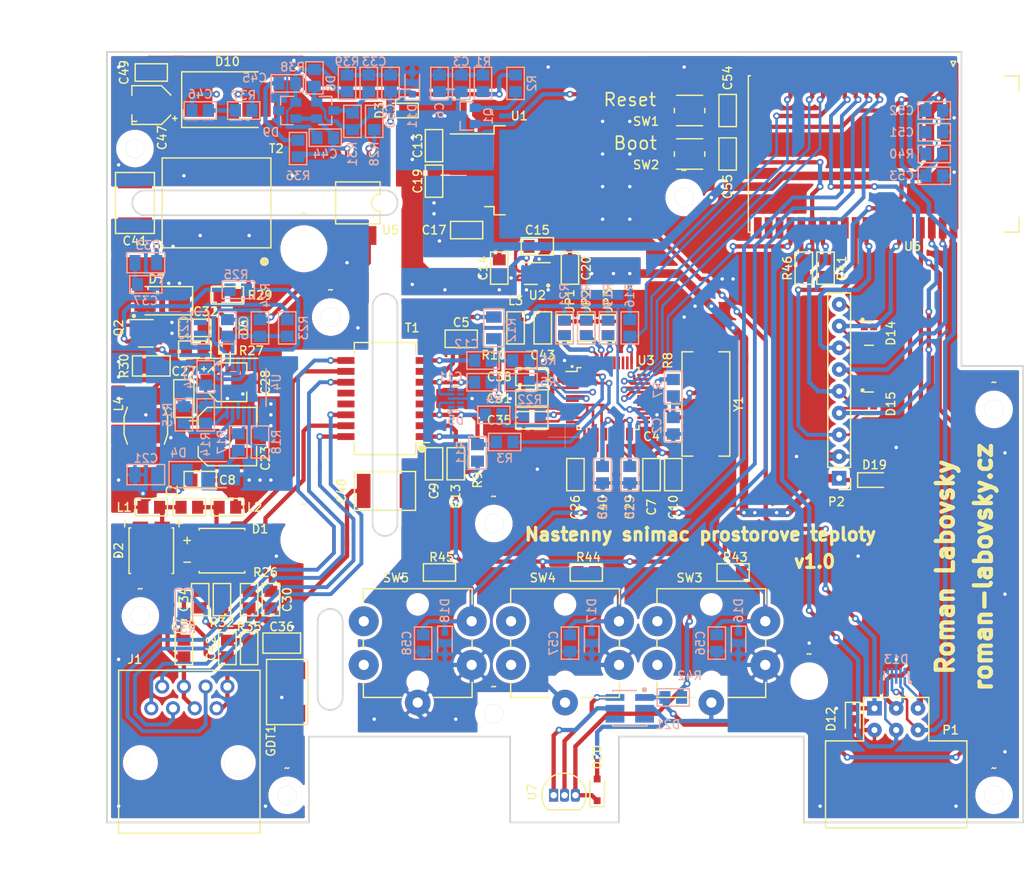
<source format=kicad_pcb>
(kicad_pcb (version 20171130) (host pcbnew "(5.1.6)-1")
  (layers (0 F.Cu signal) (31 B.Cu signal) (34 B.Paste user hide) (35 F.Paste user hide) (36 B.SilkS user hide) (37 F.SilkS user hide) (38 B.Mask user hide) (39 F.Mask user hide) (44 Edge.Cuts user))
  (net 0 "")
  (net 1 "Net-(C1-Pad1)")
  (net 2 "Net-(C1-Pad2)")
  (net 3 "Net-(C2-Pad1)")
  (net 4 GND)
  (net 5 +5V)
  (net 6 "Net-(C4-Pad1)")
  (net 7 "Net-(C5-Pad1)")
  (net 8 SYS_+3,3V)
  (net 9 "Net-(C21-Pad1)")
  (net 10 "Net-(C8-Pad2)")
  (net 11 "Net-(C9-Pad1)")
  (net 12 "Net-(C11-Pad1)")
  (net 13 "Net-(C11-Pad2)")
  (net 14 "Net-(C12-Pad1)")
  (net 15 "Net-(C12-Pad2)")
  (net 16 "Net-(C15-Pad1)")
  (net 17 "Net-(C16-Pad1)")
  (net 18 "Net-(C17-Pad1)")
  (net 19 "Net-(C18-Pad1)")
  (net 20 OTHER_+3,3V)
  (net 21 GNDREF)
  (net 22 "Net-(C22-Pad1)")
  (net 23 "Net-(C22-Pad2)")
  (net 24 "Net-(C24-Pad1)")
  (net 25 "Net-(C25-Pad1)")
  (net 26 AVDD)
  (net 27 "Net-(C27-Pad1)")
  (net 28 /TXCM)
  (net 29 "Net-(C30-Pad2)")
  (net 30 "Net-(C32-Pad2)")
  (net 31 "Net-(C33-Pad1)")
  (net 32 /RXCM)
  (net 33 "Net-(C34-Pad2)")
  (net 34 GNDPWR)
  (net 35 "Net-(C36-Pad1)")
  (net 36 "Net-(C37-Pad1)")
  (net 37 /P45)
  (net 38 "Net-(C39-Pad2)")
  (net 39 /P78)
  (net 40 "Net-(C42-Pad2)")
  (net 41 "Net-(C44-Pad1)")
  (net 42 "Net-(C44-Pad2)")
  (net 43 "Net-(C45-Pad1)")
  (net 44 "Net-(C46-Pad1)")
  (net 45 POE_+5V)
  (net 46 /EN)
  (net 47 /IO0)
  (net 48 /button1)
  (net 49 /button2)
  (net 50 /button3)
  (net 51 "Net-(D5-Pad1)")
  (net 52 "Net-(D5-Pad2)")
  (net 53 "Net-(D6-Pad2)")
  (net 54 "Net-(D7-Pad2)")
  (net 55 "Net-(D10-Pad2)")
  (net 56 USB_+5V)
  (net 57 /RXD)
  (net 58 /TXD)
  (net 59 /DISPLAY_CLK)
  (net 60 /DISPLAY_LED)
  (net 61 /DISPLAY_DCRS)
  (net 62 /DISPLAY_CS)
  (net 63 /DISPLAY_RST)
  (net 64 /DISPLAY_MOSI)
  (net 65 "Net-(J1-Pad3)")
  (net 66 "Net-(J1-Pad2)")
  (net 67 "Net-(J1-Pad6)")
  (net 68 "Net-(J1-Pad1)")
  (net 69 "Net-(JP1-Pad1)")
  (net 70 "Net-(JP2-Pad1)")
  (net 71 "Net-(JP3-Pad1)")
  (net 72 "Net-(Q1-Pad1)")
  (net 73 "Net-(Q2-Pad3)")
  (net 74 "Net-(Q2-Pad4)")
  (net 75 /TX+)
  (net 76 /TX-)
  (net 77 /RX+)
  (net 78 /RX-)
  (net 79 "Net-(R7-Pad1)")
  (net 80 "Net-(R14-Pad1)")
  (net 81 "Net-(R15-Pad1)")
  (net 82 /W5500_RST)
  (net 83 "Net-(R17-Pad1)")
  (net 84 "Net-(R18-Pad2)")
  (net 85 "Net-(R22-Pad1)")
  (net 86 "Net-(R25-Pad1)")
  (net 87 "Net-(R28-Pad2)")
  (net 88 "Net-(R29-Pad2)")
  (net 89 /1wire_data)
  (net 90 /W5500_CLK)
  (net 91 /W5500_MISO)
  (net 92 /W5500_MOSI)
  (net 93 /W5500_CS)
  (net 94 "Net-(R46-Pad1)")
  (net 95 "Net-(D21-Pad6)")
  (net 96 "Net-(D5-Pad6)")
  (net 97 "Net-(D5-Pad7)")
  (net 98 "Net-(D5-Pad9)")
  (net 99 "Net-(D5-Pad10)")
  (net 100 "Net-(D13-Pad6)")
  (net 101 "Net-(D13-Pad7)")
  (net 102 "Net-(D13-Pad9)")
  (net 103 "Net-(D13-Pad10)")
  (net 104 "Net-(D14-Pad6)")
  (net 105 "Net-(D14-Pad7)")
  (net 106 "Net-(D14-Pad2)")
  (net 107 "Net-(D14-Pad9)")
  (net 108 "Net-(D14-Pad10)")
  (net 109 "Net-(D15-Pad6)")
  (net 110 "Net-(D15-Pad7)")
  (net 111 "Net-(D15-Pad9)")
  (net 112 "Net-(D15-Pad10)")
  (net 113 "Net-(D21-Pad3)")
  (net 114 "Net-(D21-Pad4)")
  (net 115 "Net-(SW1-Pad2)")
  (net 116 "Net-(SW1-Pad3)")
  (net 117 "Net-(SW2-Pad2)")
  (net 118 "Net-(SW2-Pad3)")
  (net 119 "Net-(SW3-Pad2)")
  (net 120 "Net-(SW3-Pad4)")
  (net 121 "Net-(SW4-Pad2)")
  (net 122 "Net-(SW4-Pad4)")
  (net 123 "Net-(SW5-Pad2)")
  (net 124 "Net-(SW5-Pad4)")
  (net 125 "Net-(U3-Pad7)")
  (net 126 "Net-(U3-Pad13)")
  (net 127 "Net-(U3-Pad12)")
  (net 128 "Net-(U3-Pad39)")
  (net 129 "Net-(U3-Pad27)")
  (net 130 "Net-(U3-Pad36)")
  (net 131 "Net-(U3-Pad24)")
  (net 132 "Net-(U3-Pad47)")
  (net 133 "Net-(U3-Pad38)")
  (net 134 "Net-(U3-Pad41)")
  (net 135 "Net-(U3-Pad18)")
  (net 136 "Net-(U3-Pad26)")
  (net 137 "Net-(U3-Pad40)")
  (net 138 "Net-(U3-Pad23)")
  (net 139 "Net-(U3-Pad25)")
  (net 140 "Net-(U3-Pad42)")
  (net 141 "Net-(U3-Pad46)")
  (net 142 "Net-(U6-Pad5)")
  (net 143 "Net-(U6-Pad31)")
  (net 144 "Net-(U6-Pad4)")
  (net 145 "Net-(U6-Pad20)")
  (net 146 "Net-(U6-Pad7)")
  (net 147 "Net-(U6-Pad22)")
  (net 148 "Net-(U6-Pad27)")
  (net 149 "Net-(U6-Pad28)")
  (net 150 "Net-(U6-Pad32)")
  (net 151 "Net-(U6-Pad6)")
  (net 152 "Net-(U6-Pad21)")
  (net 153 "Net-(U6-Pad18)")
  (net 154 "Net-(U6-Pad19)")
  (net 155 "Net-(U6-Pad17)")
  (net 156 /NOT_CONNECTED)
  (net 157 "Net-(D21-Pad5)")
  (module package_son_rl:son_8 (layer F.Cu) (at 88.265 94.615 180)
    (fp_text reference U2 (at 0 -2.54) (layer F.SilkS) (effects (font (thickness 0.17))))
    (fp_text value TPS7A8033DRBR)
    (pad 6 smd rect (at 1.2875 0.25 180) (size 0.6 0.31) (layers F.Cu F.Paste F.Mask) (net 16 "Net-(C15-Pad1)"))
    (pad 1 smd rect (at -1.2875 -0.75 180) (size 0.6 0.31) (layers F.Cu F.Paste F.Mask) (net 20 OTHER_+3,3V))
    (pad 9 smd rect (at 0 0 180) (size 1.5 1.75) (layers F.Cu F.Mask) (net 4 GND))
    (pad 8 smd rect (at 1.2875 -0.75 180) (size 0.6 0.31) (layers F.Cu F.Paste F.Mask) (net 5 +5V))
    (pad 7 smd rect (at 1.2875 -0.25 180) (size 0.6 0.31) (layers F.Cu F.Paste F.Mask) (net 5 +5V))
    (pad 4 smd rect (at -1.2875 0.75 180) (size 0.6 0.31) (layers F.Cu F.Paste F.Mask) (net 4 GND))
    (pad 3 smd rect (at -1.2875 0.25 180) (size 0.6 0.31) (layers F.Cu F.Paste F.Mask) (net 20 OTHER_+3,3V))
    (pad 2 smd rect (at -1.2875 -0.25 180) (size 0.6 0.31) (layers F.Cu F.Paste F.Mask) (net 20 OTHER_+3,3V))
    (pad 5 smd rect (at 1.2875 0.75 180) (size 0.6 0.31) (layers F.Cu F.Paste F.Mask) (net 5 +5V))
  )
  (module package_to_rl:to_263_5 (layer F.Cu) (at 86.16 82.55)
    (fp_text reference U1 (at 0 -6.35) (layer F.SilkS) (effects (font (thickness 0.17))))
    (fp_text value TPS79633KTTR)
    (pad 2 smd rect (at -5.775 -1.7) (size 4.6 1.1) (layers F.Cu F.Paste F.Mask) (net 5 +5V))
    (pad 5 smd rect (at -5.775 3.4) (size 4.6 1.1) (layers F.Cu F.Paste F.Mask) (net 18 "Net-(C17-Pad1)"))
    (pad 4 smd rect (at -5.775 1.7) (size 4.6 1.1) (layers F.Cu F.Paste F.Mask) (net 8 SYS_+3,3V))
    (pad 1 smd rect (at -5.775 -3.4) (size 4.6 1.1) (layers F.Cu F.Paste F.Mask) (net 5 +5V))
    (pad 3 smd rect (at -5.775 0) (size 4.6 1.1) (layers F.Cu F.Paste F.Mask) (net 4 GND))
    (pad 3 smd rect (at 3.375 0) (size 9.4 10.8) (layers F.Cu F.Mask) (net 4 GND))
  )
  (module package_dfn_rl:dfn_2510a_10 (layer B.Cu) (at 130.175 141.605 90)
    (fp_text reference D13 (at 1.905 0) (layer B.SilkS) (effects (font (thickness 0.17)) (justify mirror)))
    (fp_text value PHDMI2AB4Z)
    (pad 4 smd rect (at -0.54 -0.5 180) (size 0.3 0.8) (layers B.Cu B.Paste B.Mask) (net 46 /EN))
    (pad 1 smd rect (at -0.54 1 180) (size 0.3 0.8) (layers B.Cu B.Paste B.Mask) (net 58 /TXD))
    (pad 6 smd rect (at 0.54 -1 180) (size 0.3 0.8) (layers B.Cu B.Paste B.Mask) (net 100 "Net-(D13-Pad6)"))
    (pad 7 smd rect (at 0.54 -0.5 180) (size 0.3 0.8) (layers B.Cu B.Paste B.Mask) (net 101 "Net-(D13-Pad7)"))
    (pad 3 smd rect (at -0.54 0 180) (size 0.3 0.8) (layers B.Cu B.Paste B.Mask) (net 4 GND))
    (pad 2 smd rect (at -0.54 0.5 180) (size 0.3 0.8) (layers B.Cu B.Paste B.Mask) (net 57 /RXD))
    (pad 5 smd rect (at -0.54 -1 180) (size 0.3 0.8) (layers B.Cu B.Paste B.Mask) (net 47 /IO0))
    (pad 8 smd rect (at 0.54 0 180) (size 0.3 0.8) (layers B.Cu B.Paste B.Mask) (net 4 GND))
    (pad 9 smd rect (at 0.54 0.5 180) (size 0.3 0.8) (layers B.Cu B.Paste B.Mask) (net 102 "Net-(D13-Pad9)"))
    (pad 10 smd rect (at 0.54 1 180) (size 0.3 0.8) (layers B.Cu B.Paste B.Mask) (net 103 "Net-(D13-Pad10)"))
  )
  (module package_dfn_rl:dfn_2510a_10 (layer B.Cu) (at 78.74 109.22)
    (fp_text reference D5 (at 0 2.54 -180) (layer B.SilkS) (effects (font (thickness 0.17)) (justify mirror)))
    (fp_text value PHDMI2AB4Z)
    (pad 4 smd rect (at -0.54 -0.5 90) (size 0.3 0.8) (layers B.Cu B.Paste B.Mask) (net 13 "Net-(C11-Pad2)"))
    (pad 1 smd rect (at -0.54 1 90) (size 0.3 0.8) (layers B.Cu B.Paste B.Mask) (net 51 "Net-(D5-Pad1)"))
    (pad 6 smd rect (at 0.54 -1 90) (size 0.3 0.8) (layers B.Cu B.Paste B.Mask) (net 96 "Net-(D5-Pad6)"))
    (pad 7 smd rect (at 0.54 -0.5 90) (size 0.3 0.8) (layers B.Cu B.Paste B.Mask) (net 97 "Net-(D5-Pad7)"))
    (pad 3 smd rect (at -0.54 0 90) (size 0.3 0.8) (layers B.Cu B.Paste B.Mask) (net 4 GND))
    (pad 2 smd rect (at -0.54 0.5 90) (size 0.3 0.8) (layers B.Cu B.Paste B.Mask) (net 52 "Net-(D5-Pad2)"))
    (pad 5 smd rect (at -0.54 -1 90) (size 0.3 0.8) (layers B.Cu B.Paste B.Mask) (net 15 "Net-(C12-Pad2)"))
    (pad 8 smd rect (at 0.54 0 90) (size 0.3 0.8) (layers B.Cu B.Paste B.Mask) (net 4 GND))
    (pad 9 smd rect (at 0.54 0.5 90) (size 0.3 0.8) (layers B.Cu B.Paste B.Mask) (net 98 "Net-(D5-Pad9)"))
    (pad 10 smd rect (at 0.54 1 90) (size 0.3 0.8) (layers B.Cu B.Paste B.Mask) (net 99 "Net-(D5-Pad10)"))
  )
  (module package_dfn_rl:dfn_2510a_10 (layer F.Cu) (at 127 109.855)
    (fp_text reference D15 (at 2.54 0 90) (layer F.SilkS) (effects (font (thickness 0.17))))
    (fp_text value PHDMI2AB4Z)
    (pad 4 smd rect (at -0.54 0.5 270) (size 0.3 0.8) (layers F.Cu F.Paste F.Mask) (net 63 /DISPLAY_RST))
    (pad 1 smd rect (at -0.54 -1 270) (size 0.3 0.8) (layers F.Cu F.Paste F.Mask) (net 64 /DISPLAY_MOSI))
    (pad 6 smd rect (at 0.54 1 270) (size 0.3 0.8) (layers F.Cu F.Paste F.Mask) (net 109 "Net-(D15-Pad6)"))
    (pad 7 smd rect (at 0.54 0.5 270) (size 0.3 0.8) (layers F.Cu F.Paste F.Mask) (net 110 "Net-(D15-Pad7)"))
    (pad 3 smd rect (at -0.54 0 270) (size 0.3 0.8) (layers F.Cu F.Paste F.Mask) (net 4 GND))
    (pad 2 smd rect (at -0.54 -0.5 270) (size 0.3 0.8) (layers F.Cu F.Paste F.Mask) (net 61 /DISPLAY_DCRS))
    (pad 5 smd rect (at -0.54 1 270) (size 0.3 0.8) (layers F.Cu F.Paste F.Mask) (net 62 /DISPLAY_CS))
    (pad 8 smd rect (at 0.54 0 270) (size 0.3 0.8) (layers F.Cu F.Paste F.Mask) (net 4 GND))
    (pad 9 smd rect (at 0.54 -0.5 270) (size 0.3 0.8) (layers F.Cu F.Paste F.Mask) (net 111 "Net-(D15-Pad9)"))
    (pad 10 smd rect (at 0.54 -1 270) (size 0.3 0.8) (layers F.Cu F.Paste F.Mask) (net 112 "Net-(D15-Pad10)"))
  )
  (module package_dfn_rl:dfn_2510a_10 (layer F.Cu) (at 127 101.6)
    (fp_text reference D14 (at 2.54 0 90) (layer F.SilkS) (effects (font (thickness 0.17))))
    (fp_text value PHDMI2AB4Z)
    (pad 4 smd rect (at -0.54 0.5 270) (size 0.3 0.8) (layers F.Cu F.Paste F.Mask) (net 60 /DISPLAY_LED))
    (pad 1 smd rect (at -0.54 -1 270) (size 0.3 0.8) (layers F.Cu F.Paste F.Mask) (net 156 /NOT_CONNECTED))
    (pad 6 smd rect (at 0.54 1 270) (size 0.3 0.8) (layers F.Cu F.Paste F.Mask) (net 104 "Net-(D14-Pad6)"))
    (pad 7 smd rect (at 0.54 0.5 270) (size 0.3 0.8) (layers F.Cu F.Paste F.Mask) (net 105 "Net-(D14-Pad7)"))
    (pad 3 smd rect (at -0.54 0 270) (size 0.3 0.8) (layers F.Cu F.Paste F.Mask) (net 4 GND))
    (pad 2 smd rect (at -0.54 -0.5 270) (size 0.3 0.8) (layers F.Cu F.Paste F.Mask) (net 106 "Net-(D14-Pad2)"))
    (pad 5 smd rect (at -0.54 1 270) (size 0.3 0.8) (layers F.Cu F.Paste F.Mask) (net 59 /DISPLAY_CLK))
    (pad 8 smd rect (at 0.54 0 270) (size 0.3 0.8) (layers F.Cu F.Paste F.Mask) (net 4 GND))
    (pad 9 smd rect (at 0.54 -0.5 270) (size 0.3 0.8) (layers F.Cu F.Paste F.Mask) (net 107 "Net-(D14-Pad9)"))
    (pad 10 smd rect (at 0.54 -1 270) (size 0.3 0.8) (layers F.Cu F.Paste F.Mask) (net 108 "Net-(D14-Pad10)"))
  )
  (module elec_capacitor_smd_rl:elec_c_4x5,8 (layer F.Cu) (at 43.18 74.93 180)
    (fp_text reference C47 (at -1.27 -3.81 90) (layer F.SilkS) (effects (font (thickness 0.17))))
    (fp_text value 47uF/6,3V)
    (pad 1 smd rect (at -1.8 0 180) (size 2.7 1.8) (layers F.Cu F.Paste F.Mask) (net 45 POE_+5V))
    (pad 2 smd rect (at 1.8 0 180) (size 2.7 1.8) (layers F.Cu F.Paste F.Mask) (net 4 GND))
  )
  (module elec_capacitor_smd_rl:elec_c_4x5,8 (layer F.Cu) (at 52.07 107.315)
    (fp_text reference C28 (at 4.445 0 90) (layer F.SilkS) (effects (font (thickness 0.17))))
    (fp_text value 10uF/16V)
    (pad 1 smd rect (at -1.8 0) (size 2.7 1.8) (layers F.Cu F.Paste F.Mask) (net 24 "Net-(C24-Pad1)"))
    (pad 2 smd rect (at 1.8 0) (size 2.7 1.8) (layers F.Cu F.Paste F.Mask) (net 21 GNDREF))
  )
  (module elec_capacitor_smd_rl:elec_c_6,3x7,7 (layer F.Cu) (at 52.07 113.665)
    (fp_text reference C23 (at 4.445 2.54 90) (layer F.SilkS) (effects (font (thickness 0.17))))
    (fp_text value 22uF/63V)
    (pad 2 smd rect (at 2.7 0) (size 3.6 1.8) (layers F.Cu F.Paste F.Mask) (net 21 GNDREF))
    (pad 1 smd rect (at -2.7 0) (size 3.6 1.8) (layers F.Cu F.Paste F.Mask) (net 9 "Net-(C21-Pad1)"))
  )
  (module inductor_smd_rl:DO1608C-472ML (layer F.Cu) (at 42.545 112.395 90)
    (fp_text reference L4 (at 2.54 -3.175 90) (layer F.SilkS) (effects (font (thickness 0.17))))
    (fp_text value 4,7uH/1,5A)
    (pad 2 smd rect (at 3.45 0 90) (size 2 4) (layers F.Cu F.Paste F.Mask) (net 27 "Net-(C27-Pad1)"))
    (pad 1 smd rect (at -3.45 0 90) (size 2 4) (layers F.Cu F.Paste F.Mask) (net 9 "Net-(C21-Pad1)"))
  )
  (module package_sot_rl:super_sot_6 (layer F.Cu) (at 42.545 101.6)
    (fp_text reference Q2 (at -3.175 -0.635 90) (layer F.SilkS) (effects (font (thickness 0.17))))
    (fp_text value FDC2512)
    (pad 1 smd rect (at -1.3 -0.95) (size 1.2 0.7) (layers F.Cu F.Paste F.Mask) (net 54 "Net-(D7-Pad2)"))
    (pad 3 smd rect (at -1.3 0.95) (size 1.2 0.7) (layers F.Cu F.Paste F.Mask) (net 73 "Net-(Q2-Pad3)"))
    (pad 5 smd rect (at 1.3 0) (size 1.2 0.7) (layers F.Cu F.Paste F.Mask) (net 54 "Net-(D7-Pad2)"))
    (pad 6 smd rect (at 1.3 -0.95) (size 1.2 0.7) (layers F.Cu F.Paste F.Mask) (net 54 "Net-(D7-Pad2)"))
    (pad 2 smd rect (at -1.3 0) (size 1.2 0.7) (layers F.Cu F.Paste F.Mask) (net 54 "Net-(D7-Pad2)"))
    (pad 4 smd rect (at 1.3 0.95) (size 1.2 0.7) (layers F.Cu F.Paste F.Mask) (net 74 "Net-(Q2-Pad4)"))
  )
  (module package_tssop_rl:tssop14 (layer B.Cu) (at 53.975 107.95 270)
    (fp_text reference U4 (at -0.635 -3.81 270) (layer B.SilkS) (effects (font (thickness 0.17)) (justify mirror)))
    (fp_text value TPS23753A)
    (pad 5 smd rect (at -2.8625 -0.65 270) (size 1.6 0.4) (layers B.Cu B.Paste B.Mask) (net 86 "Net-(R25-Pad1)"))
    (pad 7 smd trapezoid (at -2.8625 -1.95 270) (size 1.6 0.4) (layers B.Cu B.Paste B.Mask) (net 10 "Net-(C8-Pad2)"))
    (pad 11 smd rect (at 2.8625 0 270) (size 1.6 0.4) (layers B.Cu B.Paste B.Mask) (net 83 "Net-(R17-Pad1)"))
    (pad 6 smd rect (at -2.8625 -1.3 270) (size 1.6 0.4) (layers B.Cu B.Paste B.Mask) (net 21 GNDREF))
    (pad 3 smd rect (at -2.8625 0.65 270) (size 1.6 0.4) (layers B.Cu B.Paste B.Mask) (net 74 "Net-(Q2-Pad4)"))
    (pad 12 smd rect (at 2.8625 0.65 270) (size 1.6 0.4) (layers B.Cu B.Paste B.Mask) (net 21 GNDREF))
    (pad 9 smd rect (at 2.8625 -1.3 270) (size 1.6 0.4) (layers B.Cu B.Paste B.Mask) (net 9 "Net-(C21-Pad1)"))
    (pad 1 smd rect (at -2.8625 1.95 270) (size 1.6 0.4) (layers B.Cu B.Paste B.Mask) (net 23 "Net-(C22-Pad2)"))
    (pad 2 smd rect (at -2.8625 1.3 270) (size 1.6 0.4) (layers B.Cu B.Paste B.Mask) (net 25 "Net-(C25-Pad1)"))
    (pad 4 smd rect (at -2.8625 0 270) (size 1.6 0.4) (layers B.Cu B.Paste B.Mask) (net 24 "Net-(C24-Pad1)"))
    (pad 10 smd rect (at 2.8625 -0.65 270) (size 1.6 0.4) (layers B.Cu B.Paste B.Mask) (net 84 "Net-(R18-Pad2)"))
    (pad 13 smd rect (at 2.8625 1.3 270) (size 1.6 0.4) (layers B.Cu B.Paste B.Mask) (net 81 "Net-(R15-Pad1)"))
    (pad 8 smd rect (at 2.8625 -1.95 270) (size 1.6 0.4) (layers B.Cu B.Paste B.Mask) (net 9 "Net-(C21-Pad1)"))
    (pad 14 smd rect (at 2.8625 1.95 270) (size 1.6 0.4) (layers B.Cu B.Paste B.Mask) (net 80 "Net-(R14-Pad1)"))
  )
  (module transformer_smd_rl:SM13126PEL (layer F.Cu) (at 70.485 109.22 180)
    (fp_text reference T1 (at -3.175 8.255) (layer F.SilkS) (effects (font (thickness 0.17))))
    (fp_text value SM13126PEL)
    (pad 2 smd rect (at -4.572 -3.175 180) (size 2 0.8) (layers F.Cu F.Paste F.Mask) (net 11 "Net-(C9-Pad1)"))
    (pad 5 smd rect (at -4.572 0.635 180) (size 2 0.8) (layers F.Cu F.Paste F.Mask))
    (pad 6 smd rect (at -4.572 1.905 180) (size 2 0.8) (layers F.Cu F.Paste F.Mask) (net 13 "Net-(C11-Pad2)"))
    (pad 8 smd rect (at -4.572 4.445 180) (size 2 0.8) (layers F.Cu F.Paste F.Mask) (net 15 "Net-(C12-Pad2)"))
    (pad 4 smd rect (at -4.572 -0.635 180) (size 2 0.8) (layers F.Cu F.Paste F.Mask))
    (pad 14 smd rect (at 4.572 -1.905 180) (size 2 0.8) (layers F.Cu F.Paste F.Mask) (net 66 "Net-(J1-Pad2)"))
    (pad 11 smd rect (at 4.572 1.905 180) (size 2 0.8) (layers F.Cu F.Paste F.Mask) (net 65 "Net-(J1-Pad3)"))
    (pad 15 smd rect (at 4.572 -3.175 180) (size 2 0.8) (layers F.Cu F.Paste F.Mask) (net 28 /TXCM))
    (pad 13 smd rect (at 4.572 -0.635 180) (size 2 0.8) (layers F.Cu F.Paste F.Mask))
    (pad 9 smd rect (at 4.572 4.445 180) (size 2 0.8) (layers F.Cu F.Paste F.Mask) (net 67 "Net-(J1-Pad6)"))
    (pad 12 smd rect (at 4.572 0.635 180) (size 2 0.8) (layers F.Cu F.Paste F.Mask))
    (pad 16 smd rect (at 4.572 -4.445 180) (size 2 0.8) (layers F.Cu F.Paste F.Mask) (net 68 "Net-(J1-Pad1)"))
    (pad 3 smd rect (at -4.572 -1.905 180) (size 2 0.8) (layers F.Cu F.Paste F.Mask) (net 52 "Net-(D5-Pad2)"))
    (pad 7 smd rect (at -4.572 3.175 180) (size 2 0.8) (layers F.Cu F.Paste F.Mask) (net 7 "Net-(C5-Pad1)"))
    (pad 10 smd rect (at 4.572 3.175 180) (size 2 0.8) (layers F.Cu F.Paste F.Mask) (net 32 /RXCM))
    (pad 1 smd rect (at -4.572 -4.445 180) (size 2 0.8) (layers F.Cu F.Paste F.Mask) (net 51 "Net-(D5-Pad1)"))
  )
  (module package_qfp_rl:lqfp_48 (layer F.Cu) (at 96.52 109.22)
    (fp_text reference U3 (at 4.445 -4.445) (layer F.SilkS) (effects (font (thickness 0.17))))
    (fp_text value W5500)
    (pad 2 smd rect (at -4.1625 -2.25) (size 1.5 0.3) (layers F.Cu F.Paste F.Mask) (net 75 /TX+))
    (pad 7 smd rect (at -4.1625 0.25) (size 1.5 0.3) (layers F.Cu F.Paste F.Mask) (net 125 "Net-(U3-Pad7)"))
    (pad 13 smd rect (at -2.75 4.1625) (size 0.3 1.5) (layers F.Cu F.Paste F.Mask) (net 126 "Net-(U3-Pad13)"))
    (pad 3 smd rect (at -4.1625 -1.75) (size 1.5 0.3) (layers F.Cu F.Paste F.Mask) (net 4 GND))
    (pad 15 smd rect (at -1.75 4.1625) (size 0.3 1.5) (layers F.Cu F.Paste F.Mask) (net 26 AVDD))
    (pad 9 smd rect (at -4.1625 1.25) (size 1.5 0.3) (layers F.Cu F.Paste F.Mask) (net 4 GND))
    (pad 10 smd rect (at -4.1625 1.75) (size 1.5 0.3) (layers F.Cu F.Paste F.Mask) (net 85 "Net-(R22-Pad1)"))
    (pad 16 smd rect (at -1.25 4.1625) (size 0.3 1.5) (layers F.Cu F.Paste F.Mask) (net 4 GND))
    (pad 1 smd rect (at -4.1625 -2.75) (size 1.5 0.3) (layers F.Cu F.Paste F.Mask) (net 76 /TX-))
    (pad 8 smd rect (at -4.1625 0.75) (size 1.5 0.3) (layers F.Cu F.Paste F.Mask) (net 26 AVDD))
    (pad 6 smd rect (at -4.1625 -0.25) (size 1.5 0.3) (layers F.Cu F.Paste F.Mask) (net 77 /RX+))
    (pad 12 smd rect (at -4.1625 2.75) (size 1.5 0.3) (layers F.Cu F.Paste F.Mask) (net 127 "Net-(U3-Pad12)"))
    (pad 11 smd rect (at -4.1625 2.25) (size 1.5 0.3) (layers F.Cu F.Paste F.Mask) (net 26 AVDD))
    (pad 17 smd rect (at -0.75 4.1625) (size 0.3 1.5) (layers F.Cu F.Paste F.Mask) (net 26 AVDD))
    (pad 4 smd rect (at -4.1625 -1.25) (size 1.5 0.3) (layers F.Cu F.Paste F.Mask) (net 26 AVDD))
    (pad 5 smd rect (at -4.1625 -0.75) (size 1.5 0.3) (layers F.Cu F.Paste F.Mask) (net 78 /RX-))
    (pad 14 smd rect (at -2.25 4.1625) (size 0.3 1.5) (layers F.Cu F.Paste F.Mask) (net 4 GND))
    (pad 19 smd rect (at 0.25 4.1625) (size 0.3 1.5) (layers F.Cu F.Paste F.Mask) (net 4 GND))
    (pad 20 smd rect (at 0.75 4.1625) (size 0.3 1.5) (layers F.Cu F.Paste F.Mask) (net 19 "Net-(C18-Pad1)"))
    (pad 39 smd rect (at 1.75 -4.1625) (size 0.3 1.5) (layers F.Cu F.Paste F.Mask) (net 128 "Net-(U3-Pad39)"))
    (pad 27 smd rect (at 4.1625 1.75) (size 1.5 0.3) (layers F.Cu F.Paste F.Mask) (net 129 "Net-(U3-Pad27)"))
    (pad 36 smd rect (at 4.1625 -2.75) (size 1.5 0.3) (layers F.Cu F.Paste F.Mask) (net 130 "Net-(U3-Pad36)"))
    (pad 24 smd rect (at 2.75 4.1625) (size 0.3 1.5) (layers F.Cu F.Paste F.Mask) (net 131 "Net-(U3-Pad24)"))
    (pad 33 smd rect (at 4.1625 -1.25) (size 1.5 0.3) (layers F.Cu F.Paste F.Mask) (net 90 /W5500_CLK))
    (pad 43 smd rect (at -0.25 -4.1625) (size 0.3 1.5) (layers F.Cu F.Paste F.Mask) (net 69 "Net-(JP1-Pad1)"))
    (pad 34 smd rect (at 4.1625 -1.75) (size 1.5 0.3) (layers F.Cu F.Paste F.Mask) (net 91 /W5500_MISO))
    (pad 21 smd rect (at 1.25 4.1625) (size 0.3 1.5) (layers F.Cu F.Paste F.Mask) (net 26 AVDD))
    (pad 29 smd rect (at 4.1625 0.75) (size 1.5 0.3) (layers F.Cu F.Paste F.Mask) (net 4 GND))
    (pad 47 smd rect (at -2.25 -4.1625) (size 0.3 1.5) (layers F.Cu F.Paste F.Mask) (net 132 "Net-(U3-Pad47)"))
    (pad 38 smd rect (at 2.25 -4.1625) (size 0.3 1.5) (layers F.Cu F.Paste F.Mask) (net 133 "Net-(U3-Pad38)"))
    (pad 22 smd rect (at 1.75 4.1625) (size 0.3 1.5) (layers F.Cu F.Paste F.Mask) (net 17 "Net-(C16-Pad1)"))
    (pad 41 smd rect (at 0.75 -4.1625) (size 0.3 1.5) (layers F.Cu F.Paste F.Mask) (net 134 "Net-(U3-Pad41)"))
    (pad 37 smd rect (at 2.75 -4.1625) (size 0.3 1.5) (layers F.Cu F.Paste F.Mask) (net 82 /W5500_RST))
    (pad 45 smd rect (at -1.25 -4.1625) (size 0.3 1.5) (layers F.Cu F.Paste F.Mask) (net 71 "Net-(JP3-Pad1)"))
    (pad 18 smd rect (at -0.25 4.1625) (size 0.3 1.5) (layers F.Cu F.Paste F.Mask) (net 135 "Net-(U3-Pad18)"))
    (pad 28 smd rect (at 4.1625 1.25) (size 1.5 0.3) (layers F.Cu F.Paste F.Mask) (net 20 OTHER_+3,3V))
    (pad 35 smd rect (at 4.1625 -2.25) (size 1.5 0.3) (layers F.Cu F.Paste F.Mask) (net 92 /W5500_MOSI))
    (pad 44 smd rect (at -0.75 -4.1625) (size 0.3 1.5) (layers F.Cu F.Paste F.Mask) (net 70 "Net-(JP2-Pad1)"))
    (pad 26 smd rect (at 4.1625 2.25) (size 1.5 0.3) (layers F.Cu F.Paste F.Mask) (net 136 "Net-(U3-Pad26)"))
    (pad 40 smd rect (at 1.25 -4.1625) (size 0.3 1.5) (layers F.Cu F.Paste F.Mask) (net 137 "Net-(U3-Pad40)"))
    (pad 30 smd rect (at 4.1625 0.25) (size 1.5 0.3) (layers F.Cu F.Paste F.Mask) (net 6 "Net-(C4-Pad1)"))
    (pad 23 smd rect (at 2.25 4.1625) (size 0.3 1.5) (layers F.Cu F.Paste F.Mask) (net 138 "Net-(U3-Pad23)"))
    (pad 25 smd rect (at 4.1625 2.75) (size 1.5 0.3) (layers F.Cu F.Paste F.Mask) (net 139 "Net-(U3-Pad25)"))
    (pad 32 smd rect (at 4.1625 -0.75) (size 1.5 0.3) (layers F.Cu F.Paste F.Mask) (net 93 /W5500_CS))
    (pad 42 smd rect (at 0.25 -4.1625) (size 0.3 1.5) (layers F.Cu F.Paste F.Mask) (net 140 "Net-(U3-Pad42)"))
    (pad 46 smd rect (at -1.75 -4.1625) (size 0.3 1.5) (layers F.Cu F.Paste F.Mask) (net 141 "Net-(U3-Pad46)"))
    (pad 48 smd rect (at -2.75 -4.1625) (size 0.3 1.5) (layers F.Cu F.Paste F.Mask) (net 4 GND))
    (pad 31 smd rect (at 4.1625 -0.25) (size 1.5 0.3) (layers F.Cu F.Paste F.Mask) (net 79 "Net-(R7-Pad1)"))
  )
  (module transformer_smd_rl:POE70P-50L (layer F.Cu) (at 50.8 86.36 90)
    (fp_text reference T2 (at 6.35 6.985 180) (layer F.SilkS) (effects (font (thickness 0.17))))
    (fp_text value POE70P-50L)
    (pad 8 smd rect (at 6.89 3.75 90) (size 2.5 1.4) (layers F.Cu F.Paste F.Mask) (net 55 "Net-(D10-Pad2)"))
    (pad 7 smd rect (at 6.89 1.25 90) (size 2.5 1.4) (layers F.Cu F.Paste F.Mask) (net 55 "Net-(D10-Pad2)"))
    (pad 6 smd rect (at 6.89 -1.25 90) (size 2.5 1.4) (layers F.Cu F.Paste F.Mask) (net 4 GND))
    (pad 5 smd rect (at 6.89 -3.75 90) (size 2.5 1.4) (layers F.Cu F.Paste F.Mask) (net 4 GND))
    (pad 4 smd rect (at -6.89 -3.75 90) (size 2.5 1.4) (layers F.Cu F.Paste F.Mask) (net 54 "Net-(D7-Pad2)"))
    (pad 1 smd rect (at -6.89 3.75 90) (size 2.5 1.4) (layers F.Cu F.Paste F.Mask) (net 88 "Net-(R29-Pad2)"))
    (pad 2 smd rect (at -6.89 1.25 90) (size 2.5 1.4) (layers F.Cu F.Paste F.Mask) (net 21 GNDREF))
    (pad 3 smd rect (at -6.89 -1.25 90) (size 2.5 1.4) (layers F.Cu F.Paste F.Mask) (net 27 "Net-(C27-Pad1)"))
  )
  (module esp32_module_rl:ESP32-WROVER-IE (layer F.Cu) (at 125.095 80.645 270)
    (fp_text reference U6 (at 10.795 -6.985 180) (layer F.SilkS) (effects (font (thickness 0.17))))
    (fp_text value ESP32-WROVER-IE)
    (pad 39 smd rect (at -1.5 -4.08 270) (size 5 5) (layers F.Cu F.Paste F.Mask) (net 4 GND))
    (pad 38 smd rect (at 8.625 -11.775 270) (size 2.5 0.9) (layers F.Cu F.Paste F.Mask) (net 4 GND))
    (pad 37 smd rect (at 8.625 -10.505 270) (size 2.5 0.9) (layers F.Cu F.Paste F.Mask) (net 64 /DISPLAY_MOSI))
    (pad 36 smd rect (at 8.625 -9.235 270) (size 2.5 0.9) (layers F.Cu F.Paste F.Mask) (net 63 /DISPLAY_RST))
    (pad 13 smd rect (at -8.625 3.465 270) (size 2.5 0.9) (layers F.Cu F.Paste F.Mask) (net 90 /W5500_CLK))
    (pad 5 smd rect (at -8.625 -6.695 270) (size 2.5 0.9) (layers F.Cu F.Paste F.Mask) (net 142 "Net-(U6-Pad5)"))
    (pad 31 smd rect (at 8.625 -2.885 270) (size 2.5 0.9) (layers F.Cu F.Paste F.Mask) (net 143 "Net-(U6-Pad31)"))
    (pad 11 smd rect (at -8.625 0.925 270) (size 2.5 0.9) (layers F.Cu F.Paste F.Mask) (net 89 /1wire_data))
    (pad 8 smd rect (at -8.625 -2.885 270) (size 2.5 0.9) (layers F.Cu F.Paste F.Mask) (net 48 /button1))
    (pad 4 smd rect (at -8.625 -7.965 270) (size 2.5 0.9) (layers F.Cu F.Paste F.Mask) (net 144 "Net-(U6-Pad4)"))
    (pad 2 smd rect (at -8.625 -10.505 270) (size 2.5 0.9) (layers F.Cu F.Paste F.Mask) (net 8 SYS_+3,3V))
    (pad 33 smd rect (at 8.625 -5.425 270) (size 2.5 0.9) (layers F.Cu F.Paste F.Mask) (net 60 /DISPLAY_LED))
    (pad 12 smd rect (at -8.625 2.195 270) (size 2.5 0.9) (layers F.Cu F.Paste F.Mask) (net 82 /W5500_RST))
    (pad 3 smd rect (at -8.625 -9.235 270) (size 2.5 0.9) (layers F.Cu F.Paste F.Mask) (net 46 /EN))
    (pad 20 smd rect (at 8.636 11.085) (size 0.9 2.5) (layers F.Cu F.Paste F.Mask) (net 145 "Net-(U6-Pad20)"))
    (pad 14 smd rect (at -8.625 4.735 270) (size 2.5 0.9) (layers F.Cu F.Paste F.Mask) (net 91 /W5500_MISO))
    (pad 9 smd rect (at -8.625 -1.615 270) (size 2.5 0.9) (layers F.Cu F.Paste F.Mask) (net 49 /button2))
    (pad 26 smd rect (at 8.625 3.465 270) (size 2.5 0.9) (layers F.Cu F.Paste F.Mask) (net 61 /DISPLAY_DCRS))
    (pad 25 smd rect (at 8.636 4.735 270) (size 2.5 0.9) (layers F.Cu F.Paste F.Mask) (net 47 /IO0))
    (pad 30 smd rect (at 8.625 -1.615 270) (size 2.5 0.9) (layers F.Cu F.Paste F.Mask) (net 59 /DISPLAY_CLK))
    (pad 7 smd rect (at -8.625 -4.155 270) (size 2.5 0.9) (layers F.Cu F.Paste F.Mask) (net 146 "Net-(U6-Pad7)"))
    (pad 22 smd rect (at 8.636 8.545) (size 0.9 2.5) (layers F.Cu F.Paste F.Mask) (net 147 "Net-(U6-Pad22)"))
    (pad 27 smd rect (at 8.625 2.195 270) (size 2.5 0.9) (layers F.Cu F.Paste F.Mask) (net 148 "Net-(U6-Pad27)"))
    (pad 35 smd rect (at 8.625 -7.965 270) (size 2.5 0.9) (layers F.Cu F.Paste F.Mask) (net 58 /TXD))
    (pad 23 smd rect (at 8.625 7.275 270) (size 2.5 0.9) (layers F.Cu F.Paste F.Mask) (net 93 /W5500_CS))
    (pad 28 smd rect (at 8.625 0.925 270) (size 2.5 0.9) (layers F.Cu F.Paste F.Mask) (net 149 "Net-(U6-Pad28)"))
    (pad 32 smd rect (at 8.625 -4.155 270) (size 2.5 0.9) (layers F.Cu F.Paste F.Mask) (net 150 "Net-(U6-Pad32)"))
    (pad 34 smd rect (at 8.625 -6.695 270) (size 2.5 0.9) (layers F.Cu F.Paste F.Mask) (net 57 /RXD))
    (pad 29 smd rect (at 8.625 -0.345 270) (size 2.5 0.9) (layers F.Cu F.Paste F.Mask) (net 62 /DISPLAY_CS))
    (pad 10 smd rect (at -8.625 -0.345 270) (size 2.5 0.9) (layers F.Cu F.Paste F.Mask) (net 50 /button3))
    (pad 6 smd rect (at -8.625 -5.425 270) (size 2.5 0.9) (layers F.Cu F.Paste F.Mask) (net 151 "Net-(U6-Pad6)"))
    (pad 21 smd rect (at 8.636 9.815) (size 0.9 2.5) (layers F.Cu F.Paste F.Mask) (net 152 "Net-(U6-Pad21)"))
    (pad 24 smd rect (at 8.625 6.005 270) (size 2.5 0.9) (layers F.Cu F.Paste F.Mask) (net 94 "Net-(R46-Pad1)"))
    (pad 18 smd rect (at -8.636 9.815) (size 0.9 2.5) (layers F.Cu F.Paste F.Mask) (net 153 "Net-(U6-Pad18)"))
    (pad 1 smd rect (at -8.625 -11.775 270) (size 2.5 0.9) (layers F.Cu F.Paste F.Mask) (net 4 GND))
    (pad 19 smd rect (at -8.636 11.085) (size 0.9 2.5) (layers F.Cu F.Paste F.Mask) (net 154 "Net-(U6-Pad19)"))
    (pad 16 smd rect (at -8.625 7.275 90) (size 2.5 0.9) (layers F.Cu F.Paste F.Mask) (net 92 /W5500_MOSI))
    (pad 17 smd rect (at -8.636 8.545) (size 0.9 2.5) (layers F.Cu F.Paste F.Mask) (net 155 "Net-(U6-Pad17)"))
    (pad 15 smd rect (at -8.625 6.005 90) (size 2.5 0.9) (layers F.Cu F.Paste F.Mask) (net 4 GND))
  )
  (module mounting_hole_rl:mountig_hole_2,2mm_4,4mm (layer F.Cu) (at 59.055 155.575)
    (fp_text reference ~ (at 0 -3.2) (layer F.SilkS))
    (fp_text value mountig_hole_2,2mm_4,4mm)
    (pad "" np_thru_hole circle (at 0 0) (size 2.2 2.2) (drill 2.2) (layers *.Cu *.Mask) (clearance 1.1))
  )
  (module mounting_hole_rl:mountig_hole_2,2mm_4,4mm (layer F.Cu) (at 120.015 142.24)
    (fp_text reference ~ (at 0 -3.2) (layer F.SilkS))
    (fp_text value mountig_hole_2,2mm_4,4mm hide)
    (pad "" np_thru_hole circle (at 0 0) (size 2.2 2.2) (drill 2.2) (layers *.Cu *.Mask) (clearance 1.1))
  )
  (module package_sot_rl:sot_23_3 (layer B.Cu) (at 63.5 75.565)
    (fp_text reference D8 (at 0.635 -3.175 90) (layer B.SilkS) (effects (font (thickness 0.17)) (justify mirror)))
    (fp_text value BAV99LT1G)
    (pad 1 smd rect (at -1 0.95) (size 1.3 1) (layers B.Cu B.Paste B.Mask) (net 41 "Net-(C44-Pad1)"))
    (pad 3 smd rect (at 1 0) (size 1.3 1) (layers B.Cu B.Paste B.Mask) (net 31 "Net-(C33-Pad1)"))
    (pad 2 smd rect (at -1 -0.95) (size 1.3 1) (layers B.Cu B.Paste B.Mask) (net 45 POE_+5V))
  )
  (module mounting_hole_rl:mountig_hole_2,2mm_4,4mm (layer F.Cu) (at 41.91 134.62)
    (fp_text reference ~ (at 0 -3.2) (layer F.SilkS))
    (fp_text value mountig_hole_2,2mm_4,4mm)
    (pad "" np_thru_hole circle (at 0 0) (size 2.2 2.2) (drill 2.2) (layers *.Cu *.Mask) (clearance 1.1))
  )
  (module mounting_hole_rl:mountig_hole_2,2mm_4,4mm (layer F.Cu) (at 83.185 146.05)
    (fp_text reference ~ (at 0 -3.2) (layer F.SilkS))
    (fp_text value mountig_hole_2,2mm_4,4mm)
    (pad "" np_thru_hole circle (at 0 0) (size 2.2 2.2) (drill 2.2) (layers *.Cu *.Mask) (clearance 1.1))
  )
  (module mounting_hole_rl:mounting_hole_3,2mm_5,5mm (layer F.Cu) (at 61 125.72)
    (fp_text reference ~ (at 0 -4.2) (layer F.SilkS))
    (fp_text value mounting_hole_3,2mm_5,5mm)
    (pad "" np_thru_hole circle (at 0 0) (size 3.2 3.2) (drill 3.2) (layers *.Cu *.Mask) (clearance 1.15))
  )
  (module mounting_hole_rl:mounting_hole_3,2mm_5,5mm (layer F.Cu) (at 61 91.72)
    (fp_text reference ~ (at 0 -4.2) (layer F.SilkS))
    (fp_text value mounting_hole_3,2mm_5,5mm)
    (pad "" np_thru_hole circle (at 0 0) (size 3.2 3.2) (drill 3.2) (layers *.Cu *.Mask) (clearance 1.15))
  )
  (module mounting_hole_rl:mountig_hole_2,2mm_4,4mm (layer F.Cu) (at 141.605 110.49)
    (fp_text reference ~ (at 0 -3.2) (layer F.SilkS))
    (fp_text value mountig_hole_2,2mm_4,4mm)
    (pad "" np_thru_hole circle (at 0 0) (size 2.2 2.2) (drill 2.2) (layers *.Cu *.Mask) (clearance 1.1))
  )
  (module mounting_hole_rl:mountig_hole_2,2mm_4,4mm (layer F.Cu) (at 141.605 155.575)
    (fp_text reference ~ (at 0 -3.2) (layer F.SilkS))
    (fp_text value mountig_hole_2,2mm_4,4mm)
    (pad "" np_thru_hole circle (at 0 0) (size 2.2 2.2) (drill 2.2) (layers *.Cu *.Mask) (clearance 1.1))
  )
  (module mounting_hole_rl:mountig_hole_2,2mm_4,4mm (layer F.Cu) (at 83.185 123.825)
    (fp_text reference ~ (at 0 -3.2) (layer F.SilkS))
    (fp_text value mountig_hole_2,2mm_4,4mm)
    (pad "" np_thru_hole circle (at 0 0) (size 2.2 2.2) (drill 2.2) (layers *.Cu *.Mask) (clearance 1.1))
  )
  (module mounting_hole_rl:mountig_hole_2,2mm_4,4mm (layer F.Cu) (at 105.41 85.725)
    (fp_text reference ~ (at 0 -3.2) (layer F.SilkS))
    (fp_text value mountig_hole_2,2mm_4,4mm)
    (pad "" np_thru_hole circle (at 0 0) (size 2.2 2.2) (drill 2.2) (layers *.Cu *.Mask) (clearance 1.1))
  )
  (module mounting_hole_rl:mountig_hole_2,2mm_4,4mm (layer F.Cu) (at 64.135 99.695)
    (fp_text reference ~ (at 0 -3.2) (layer F.SilkS))
    (fp_text value mountig_hole_2,2mm_4,4mm)
    (pad "" np_thru_hole circle (at 0 0) (size 2.2 2.2) (drill 2.2) (layers *.Cu *.Mask) (clearance 1.1))
  )
  (module mounting_hole_rl:mountig_hole_2,2mm_4,4mm (layer F.Cu) (at 41.275 80.01)
    (fp_text reference ~ (at 0 -3.2) (layer F.SilkS))
    (fp_text value mountig_hole_2,2mm_4,4mm)
    (pad "" np_thru_hole circle (at 0 0) (size 2.2 2.2) (drill 2.2) (layers *.Cu *.Mask) (clearance 1.1))
  )
  (module connector_rl:1x9_v_pin_header (layer F.Cu) (at 123.515 107.1 180)
    (fp_text reference P2 (at 0.325 -14.185) (layer F.SilkS) (effects (font (thickness 0.17))))
    (fp_text value 1x9_pin_header)
    (pad 4 thru_hole oval (at 0 -3.81 180) (size 1.7 1.7) (drill 0.7) (layers *.Cu *.Mask) (net 63 /DISPLAY_RST))
    (pad 5 thru_hole oval (at 0 -1.27 180) (size 1.7 1.7) (drill 0.7) (layers *.Cu *.Mask) (net 61 /DISPLAY_DCRS))
    (pad 9 thru_hole oval (at 0 8.89 180) (size 1.7 1.7) (drill 0.7) (layers *.Cu *.Mask) (net 156 /NOT_CONNECTED))
    (pad 8 thru_hole oval (at 0 6.35 180) (size 1.7 1.7) (drill 0.7) (layers *.Cu *.Mask) (net 60 /DISPLAY_LED))
    (pad 2 thru_hole oval (at 0 -8.89 180) (size 1.7 1.7) (drill 0.7) (layers *.Cu *.Mask) (net 4 GND))
    (pad 1 thru_hole rect (at 0 -11.43 180) (size 1.7 1.7) (drill 0.7) (layers *.Cu *.Mask) (net 20 OTHER_+3,3V))
    (pad 3 thru_hole oval (at 0 -6.35 180) (size 1.7 1.7) (drill 0.7) (layers *.Cu *.Mask) (net 62 /DISPLAY_CS))
    (pad 6 thru_hole oval (at 0 1.27 180) (size 1.7 1.7) (drill 0.7) (layers *.Cu *.Mask) (net 64 /DISPLAY_MOSI))
    (pad 7 thru_hole oval (at 0 3.81 180) (size 1.7 1.7) (drill 0.7) (layers *.Cu *.Mask) (net 59 /DISPLAY_CLK))
  )
  (module package_tsoc_rl:tsoc_6 (layer B.Cu) (at 99.06 145.415 180)
    (fp_text reference D21 (at -4.445 -1.905) (layer B.SilkS) (effects (font (thickness 0.17)) (justify mirror)))
    (fp_text value DS9503_us)
    (pad 2 smd rect (at -1.7272 0 180) (size 2.2 0.8) (layers B.Cu B.Paste B.Mask) (net 4 GND))
    (pad 3 smd rect (at -1.7272 -1.27 180) (size 2.2 0.8) (layers B.Cu B.Paste B.Mask) (net 113 "Net-(D21-Pad3)"))
    (pad 1 smd rect (at -1.7272 1.27 180) (size 2.2 0.8) (layers B.Cu B.Paste B.Mask) (net 89 /1wire_data))
    (pad 4 smd rect (at 1.7272 -1.27 180) (size 2.2 0.8) (layers B.Cu B.Paste B.Mask) (net 114 "Net-(D21-Pad4)"))
    (pad 5 smd rect (at 1.7272 0 180) (size 2.2 0.8) (layers B.Cu B.Paste B.Mask) (net 157 "Net-(D21-Pad5)"))
    (pad 6 smd rect (at 1.7272 1.27 180) (size 2.2 0.8) (layers B.Cu B.Paste B.Mask) (net 95 "Net-(D21-Pad6)"))
  )
  (module crystal_smd_rl:ABLS2-25.000MHZ-D4YF-T (layer F.Cu) (at 107.95 109.855 270)
    (fp_text reference Y1 (at 0 -3.81 90) (layer F.SilkS) (effects (font (thickness 0.17))))
    (fp_text value 25MHz)
    (pad 2 smd rect (at 4.75 0 270) (size 5.6 2.1) (layers F.Cu F.Paste F.Mask) (net 6 "Net-(C4-Pad1)"))
    (pad 1 smd rect (at -4.75 0 270) (size 5.6 2.1) (layers F.Cu F.Paste F.Mask) (net 3 "Net-(C2-Pad1)"))
  )
  (module package_to_rl:to_92_in_line (layer F.Cu) (at 91.44 155.575)
    (fp_text reference U7 (at -3.81 -0.381 90) (layer F.SilkS) (effects (font (thickness 0.17))))
    (fp_text value DS18B20)
    (pad 3 thru_hole roundrect (at 1.27 0) (size 1.05 1.5) (drill 0.75) (layers *.Cu *.Mask) (net 20 OTHER_+3,3V))
    (pad 2 thru_hole roundrect (at 0 0) (size 1.05 1.5) (drill 0.75) (layers *.Cu *.Mask) (net 95 "Net-(D21-Pad6)"))
    (pad 1 thru_hole rect (at -1.27 0) (size 1.05 1.5) (drill 0.75) (layers *.Cu *.Mask) (net 157 "Net-(D21-Pad5)"))
  )
  (module microswitch_smd_rl:TVAF18BB (layer F.Cu) (at 106.045 80.645 180)
    (fp_text reference SW2 (at 5.08 -1.27) (layer F.SilkS) (effects (font (thickness 0.17))))
    (fp_text value TVAF18BB)
    (pad 4 smd rect (at 1.875 1 180) (size 2 1) (layers F.Cu F.Paste F.Mask) (net 4 GND))
    (pad 2 smd rect (at 1.875 -1 180) (size 2 1) (layers F.Cu F.Paste F.Mask) (net 117 "Net-(SW2-Pad2)"))
    (pad 3 smd rect (at -1.875 1 180) (size 2 1) (layers F.Cu F.Paste F.Mask) (net 118 "Net-(SW2-Pad3)"))
    (pad 1 smd rect (at -1.875 -1 180) (size 2 1) (layers F.Cu F.Paste F.Mask) (net 47 /IO0))
  )
  (module microswitch_smd_rl:TVAF18BB (layer F.Cu) (at 106.045 75.565 180)
    (fp_text reference SW1 (at 5.08 -1.27) (layer F.SilkS) (effects (font (thickness 0.17))))
    (fp_text value TVAF18BB)
    (pad 4 smd rect (at 1.875 1 180) (size 2 1) (layers F.Cu F.Paste F.Mask) (net 4 GND))
    (pad 2 smd rect (at 1.875 -1 180) (size 2 1) (layers F.Cu F.Paste F.Mask) (net 115 "Net-(SW1-Pad2)"))
    (pad 3 smd rect (at -1.875 1 180) (size 2 1) (layers F.Cu F.Paste F.Mask) (net 116 "Net-(SW1-Pad3)"))
    (pad 1 smd rect (at -1.875 -1 180) (size 2 1) (layers F.Cu F.Paste F.Mask) (net 46 /EN))
  )
  (module diode_smd_rl:sod_323 (layer F.Cu) (at 95.25 154.94 90)
    (fp_text reference D20 (at 3.81 0 270) (layer F.SilkS) (effects (font (thickness 0.17))))
    (fp_text value SD05.TCT)
    (pad 1 smd rect (at -1.27 0 90) (size 0.8 0.8) (layers F.Cu F.Paste F.Mask) (net 20 OTHER_+3,3V))
    (pad 2 smd rect (at 1.27 0 90) (size 0.8 0.8) (layers F.Cu F.Paste F.Mask) (net 4 GND))
  )
  (module resistor_smd_rl:r_0805 (layer F.Cu) (at 119.38 93.98 270)
    (fp_text reference R46 (at 0 1.905 90) (layer F.SilkS) (effects (font (thickness 0.17))))
    (fp_text value 10k)
    (pad 1 smd rect (at -0.97 0 270) (size 1.3 1.5) (layers F.Cu F.Paste F.Mask) (net 94 "Net-(R46-Pad1)"))
    (pad 2 smd rect (at 0.97 0 270) (size 1.3 1.5) (layers F.Cu F.Paste F.Mask) (net 4 GND))
  )
  (module capacitor_smd_rl:c_0805 (layer F.Cu) (at 46.99 138.43 90)
    (fp_text reference C39 (at 2.794 0) (layer F.SilkS) (effects (font (thickness 0.17))))
    (fp_text value 10nF/100V)
    (pad 1 smd rect (at -0.97 0 90) (size 1.3 1.5) (layers F.Cu F.Paste F.Mask) (net 37 /P45))
    (pad 2 smd rect (at 0.97 0 90) (size 1.3 1.5) (layers F.Cu F.Paste F.Mask) (net 38 "Net-(C39-Pad2)"))
  )
  (module connector_rl:rj45_54601-908WPLF (layer F.Cu) (at 47.625 151.765)
    (fp_text reference J1 (at -6.35 -12.065 180) (layer F.SilkS) (effects (font (thickness 0.17))))
    (fp_text value rj45)
    (pad 3 thru_hole circle (at -1.904 -6.35) (size 1.65 1.65) (drill 0.95) (layers *.Cu *.Mask) (net 65 "Net-(J1-Pad3)"))
    (pad 8 thru_hole circle (at 4.446 -8.89) (size 1.65 1.65) (drill 0.95) (layers *.Cu *.Mask) (net 39 /P78))
    (pad "" np_thru_hole circle (at -5.716 0) (size 3.3 3.3) (drill 3.3) (layers *.Cu *.SilkS *.Mask))
    (pad 7 thru_hole circle (at 3.176 -6.35) (size 1.65 1.65) (drill 0.95) (layers *.Cu *.Mask) (net 39 /P78))
    (pad 2 thru_hole circle (at -3.174 -8.89) (size 1.65 1.65) (drill 0.95) (layers *.Cu *.Mask) (net 66 "Net-(J1-Pad2)"))
    (pad 5 thru_hole circle (at 0.636 -6.35) (size 1.65 1.65) (drill 0.95) (layers *.Cu *.Mask) (net 37 /P45))
    (pad 4 thru_hole circle (at -0.634 -8.89) (size 1.65 1.65) (drill 0.95) (layers *.Cu *.Mask) (net 37 /P45))
    (pad 6 thru_hole circle (at 1.906 -8.89 180) (size 1.65 1.65) (drill 0.95) (layers *.Cu *.Mask) (net 67 "Net-(J1-Pad6)"))
    (pad 1 thru_hole circle (at -4.444 -6.35) (size 1.65 1.65) (drill 0.95) (layers *.Cu *.Mask) (net 68 "Net-(J1-Pad1)"))
    (pad "" np_thru_hole circle (at 5.716 0) (size 3.3 3.3) (drill 3.3) (layers *.Cu *.SilkS *.Mask))
  )
  (module package_dip_smd_rl:dip_4 (layer F.Cu) (at 67.31 86.36 270)
    (fp_text reference U5 (at 3.175 -3.81 180) (layer F.SilkS) (effects (font (thickness 0.17))))
    (fp_text value FOD817AS)
    (pad 4 smd rect (at 3.81 -1.27 270) (size 2.2 1.78) (layers F.Cu F.Paste F.Mask) (net 23 "Net-(C22-Pad2)"))
    (pad 2 smd rect (at -3.81 1.27 270) (size 2.2 1.78) (layers F.Cu F.Paste F.Mask) (net 41 "Net-(C44-Pad1)"))
    (pad 3 smd rect (at 3.81 1.27 270) (size 2.2 1.78) (layers F.Cu F.Paste F.Mask) (net 21 GNDREF))
    (pad 1 smd rect (at -3.81 -1.27 270) (size 2.2 1.78) (layers F.Cu F.Paste F.Mask) (net 87 "Net-(R28-Pad2)"))
  )
  (module microswitch_tht_rl:B3F-4150 (layer F.Cu) (at 74.295 137.795)
    (fp_text reference SW5 (at -2.54 -7.62) (layer F.SilkS) (effects (font (thickness 0.17))))
    (fp_text value B3F-4150)
    (pad "" np_thru_hole circle (at 0 4.525) (size 1.85 1.85) (drill 1.85) (layers *.Cu *.Mask))
    (pad "" np_thru_hole circle (at 0 -4.525) (size 1.85 1.85) (drill 1.85) (layers *.Cu *.Mask))
    (pad 5 thru_hole circle (at 0 6.95) (size 3 3) (drill 1.2) (layers *.Cu *.Mask) (net 4 GND))
    (pad 1 thru_hole circle (at 6.3 2.55) (size 3.5 3.5) (drill 1.2) (layers *.Cu *.Mask) (net 4 GND))
    (pad 3 thru_hole circle (at 6.3 -2.55) (size 3.5 3.5) (drill 1.2) (layers *.Cu *.Mask) (net 50 /button3))
    (pad 2 thru_hole circle (at -6.3 2.55) (size 3.5 3.5) (drill 1.2) (layers *.Cu *.Mask) (net 123 "Net-(SW5-Pad2)"))
    (pad 4 thru_hole circle (at -6.3 -2.55) (size 3.5 3.5) (drill 1.2) (layers *.Cu *.Mask) (net 124 "Net-(SW5-Pad4)"))
  )
  (module microswitch_tht_rl:B3F-4150 (layer F.Cu) (at 91.5 137.795)
    (fp_text reference SW4 (at -2.6 -7.62) (layer F.SilkS) (effects (font (thickness 0.17))))
    (fp_text value B3F-4150)
    (pad "" np_thru_hole circle (at 0 4.525) (size 1.85 1.85) (drill 1.85) (layers *.Cu *.Mask))
    (pad "" np_thru_hole circle (at 0 -4.525) (size 1.85 1.85) (drill 1.85) (layers *.Cu *.Mask))
    (pad 5 thru_hole circle (at 0 6.95) (size 3 3) (drill 1.2) (layers *.Cu *.Mask) (net 4 GND))
    (pad 1 thru_hole circle (at 6.3 2.55) (size 3.5 3.5) (drill 1.2) (layers *.Cu *.Mask) (net 4 GND))
    (pad 3 thru_hole circle (at 6.3 -2.55) (size 3.5 3.5) (drill 1.2) (layers *.Cu *.Mask) (net 49 /button2))
    (pad 2 thru_hole circle (at -6.3 2.55) (size 3.5 3.5) (drill 1.2) (layers *.Cu *.Mask) (net 121 "Net-(SW4-Pad2)"))
    (pad 4 thru_hole circle (at -6.3 -2.55) (size 3.5 3.5) (drill 1.2) (layers *.Cu *.Mask) (net 122 "Net-(SW4-Pad4)"))
  )
  (module microswitch_tht_rl:B3F-4150 (layer F.Cu) (at 108.585 137.795)
    (fp_text reference SW3 (at -2.54 -7.62) (layer F.SilkS) (effects (font (thickness 0.17))))
    (fp_text value B3F-4150)
    (pad "" np_thru_hole circle (at 0 4.525) (size 1.85 1.85) (drill 1.85) (layers *.Cu *.Mask))
    (pad "" np_thru_hole circle (at 0 -4.525) (size 1.85 1.85) (drill 1.85) (layers *.Cu *.Mask))
    (pad 5 thru_hole circle (at 0 6.95) (size 3 3) (drill 1.2) (layers *.Cu *.Mask) (net 4 GND))
    (pad 1 thru_hole circle (at 6.3 2.55) (size 3.5 3.5) (drill 1.2) (layers *.Cu *.Mask) (net 4 GND))
    (pad 3 thru_hole circle (at 6.3 -2.55) (size 3.5 3.5) (drill 1.2) (layers *.Cu *.Mask) (net 48 /button1))
    (pad 2 thru_hole circle (at -6.3 2.55) (size 3.5 3.5) (drill 1.2) (layers *.Cu *.Mask) (net 119 "Net-(SW3-Pad2)"))
    (pad 4 thru_hole circle (at -6.3 -2.55) (size 3.5 3.5) (drill 1.2) (layers *.Cu *.Mask) (net 120 "Net-(SW3-Pad4)"))
  )
  (module resistor_smd_rl:r_0805 (layer F.Cu) (at 76.835 129.54)
    (fp_text reference R45 (at 0.254 -1.778) (layer F.SilkS) (effects (font (thickness 0.17))))
    (fp_text value 10k)
    (pad 1 smd rect (at -0.97 0) (size 1.3 1.5) (layers F.Cu F.Paste F.Mask) (net 20 OTHER_+3,3V))
    (pad 2 smd rect (at 0.97 0) (size 1.3 1.5) (layers F.Cu F.Paste F.Mask) (net 50 /button3))
  )
  (module resistor_smd_rl:r_0805 (layer F.Cu) (at 93.98 129.54)
    (fp_text reference R44 (at 0.254 -1.778) (layer F.SilkS) (effects (font (thickness 0.17))))
    (fp_text value 10k)
    (pad 1 smd rect (at -0.97 0) (size 1.3 1.5) (layers F.Cu F.Paste F.Mask) (net 20 OTHER_+3,3V))
    (pad 2 smd rect (at 0.97 0) (size 1.3 1.5) (layers F.Cu F.Paste F.Mask) (net 49 /button2))
  )
  (module resistor_smd_rl:r_0805 (layer F.Cu) (at 111.125 129.54)
    (fp_text reference R43 (at 0.254 -1.778) (layer F.SilkS) (effects (font (thickness 0.17))))
    (fp_text value 10k)
    (pad 1 smd rect (at -0.97 0) (size 1.3 1.5) (layers F.Cu F.Paste F.Mask) (net 20 OTHER_+3,3V))
    (pad 2 smd rect (at 0.97 0) (size 1.3 1.5) (layers F.Cu F.Paste F.Mask) (net 48 /button1))
  )
  (module resistor_smd_rl:r_0805 (layer B.Cu) (at 104.14 144.145 180)
    (fp_text reference R42 (at -1.905 2.54) (layer B.SilkS) (effects (font (thickness 0.17)) (justify mirror)))
    (fp_text value 4,7k)
    (pad 1 smd rect (at -0.97 0 180) (size 1.3 1.5) (layers B.Cu B.Paste B.Mask) (net 20 OTHER_+3,3V))
    (pad 2 smd rect (at 0.97 0 180) (size 1.3 1.5) (layers B.Cu B.Paste B.Mask) (net 89 /1wire_data))
  )
  (module resistor_smd_rl:r_0805 (layer F.Cu) (at 121.92 93.98 90)
    (fp_text reference R41 (at 0 1.905 90) (layer F.SilkS) (effects (font (thickness 0.17))))
    (fp_text value 10k)
    (pad 1 smd rect (at -0.97 0 90) (size 1.3 1.5) (layers F.Cu F.Paste F.Mask) (net 8 SYS_+3,3V))
    (pad 2 smd rect (at 0.97 0 90) (size 1.3 1.5) (layers F.Cu F.Paste F.Mask) (net 47 /IO0))
  )
  (module resistor_smd_rl:r_0805 (layer B.Cu) (at 134.62 80.645)
    (fp_text reference R40 (at -3.81 0) (layer B.SilkS) (effects (font (thickness 0.17)) (justify mirror)))
    (fp_text value 10k)
    (pad 1 smd rect (at -0.97 0) (size 1.3 1.5) (layers B.Cu B.Paste B.Mask) (net 8 SYS_+3,3V))
    (pad 2 smd rect (at 0.97 0) (size 1.3 1.5) (layers B.Cu B.Paste B.Mask) (net 46 /EN))
  )
  (module resistor_smd_rl:r_0805 (layer B.Cu) (at 66.04 72.39 90)
    (fp_text reference R39 (at 2.54 0 180) (layer B.SilkS) (effects (font (thickness 0.17)) (justify mirror)))
    (fp_text value 13,3k)
    (pad 1 smd rect (at -0.97 0 90) (size 1.3 1.5) (layers B.Cu B.Paste B.Mask) (net 42 "Net-(C44-Pad2)"))
    (pad 2 smd rect (at 0.97 0 90) (size 1.3 1.5) (layers B.Cu B.Paste B.Mask) (net 4 GND))
  )
  (module resistor_smd_rl:r_0805 (layer B.Cu) (at 62.23 71.755 90)
    (fp_text reference R38 (at 1.27 -2.54 180) (layer B.SilkS) (effects (font (thickness 0.17)) (justify mirror)))
    (fp_text value 41,2k)
    (pad 1 smd rect (at -0.97 0 90) (size 1.3 1.5) (layers B.Cu B.Paste B.Mask) (net 45 POE_+5V))
    (pad 2 smd rect (at 0.97 0 90) (size 1.3 1.5) (layers B.Cu B.Paste B.Mask) (net 42 "Net-(C44-Pad2)"))
  )
  (module resistor_smd_rl:r_0805 (layer B.Cu) (at 53.975 75.565 180)
    (fp_text reference R37 (at 0 1.778) (layer B.SilkS) (effects (font (thickness 0.17)) (justify mirror)))
    (fp_text value 20R)
    (pad 1 smd rect (at -0.97 0 180) (size 1.3 1.5) (layers B.Cu B.Paste B.Mask) (net 55 "Net-(D10-Pad2)"))
    (pad 2 smd rect (at 0.97 0 180) (size 1.3 1.5) (layers B.Cu B.Paste B.Mask) (net 44 "Net-(C46-Pad1)"))
  )
  (module resistor_smd_rl:r_0805 (layer B.Cu) (at 60.325 80.01 90)
    (fp_text reference R36 (at -3.175 0 180) (layer B.SilkS) (effects (font (thickness 0.17)) (justify mirror)))
    (fp_text value 19,1k)
    (pad 1 smd rect (at -0.97 0 90) (size 1.3 1.5) (layers B.Cu B.Paste B.Mask) (net 41 "Net-(C44-Pad1)"))
    (pad 2 smd rect (at 0.97 0 90) (size 1.3 1.5) (layers B.Cu B.Paste B.Mask) (net 43 "Net-(C45-Pad1)"))
  )
  (module resistor_smd_rl:r_0805 (layer F.Cu) (at 54.61 138.43 270)
    (fp_text reference R35 (at -2.54 0) (layer F.SilkS) (effects (font (thickness 0.17))))
    (fp_text value 75R)
    (pad 1 smd rect (at -0.97 0 270) (size 1.3 1.5) (layers F.Cu F.Paste F.Mask) (net 40 "Net-(C42-Pad2)"))
    (pad 2 smd rect (at 0.97 0 270) (size 1.3 1.5) (layers F.Cu F.Paste F.Mask) (net 35 "Net-(C36-Pad1)"))
  )
  (module resistor_smd_rl:r_0805 (layer B.Cu) (at 46.99 133.35 90)
    (fp_text reference R34 (at -2.794 0 180) (layer B.SilkS) (effects (font (thickness 0.17)) (justify mirror)))
    (fp_text value 75R)
    (pad 1 smd rect (at -0.97 0 90) (size 1.3 1.5) (layers B.Cu B.Paste B.Mask) (net 38 "Net-(C39-Pad2)"))
    (pad 2 smd rect (at 0.97 0 90) (size 1.3 1.5) (layers B.Cu B.Paste B.Mask) (net 35 "Net-(C36-Pad1)"))
  )
  (module resistor_smd_rl:r_1206 (layer B.Cu) (at 42.545 93.345 180)
    (fp_text reference R33 (at -0.254 2.032 180) (layer B.SilkS) (effects (font (thickness 0.17)) (justify mirror)))
    (fp_text value 82R/0,5W)
    (pad 2 smd trapezoid (at 1.27 0 180) (size 1.3 1.8) (layers B.Cu B.Paste B.Mask) (net 36 "Net-(C37-Pad1)"))
    (pad 1 smd trapezoid (at -1.27 0 180) (size 1.3 1.8) (layers B.Cu B.Paste B.Mask) (net 54 "Net-(D7-Pad2)"))
  )
  (module resistor_smd_rl:r_0805 (layer F.Cu) (at 51.435 132.715 270)
    (fp_text reference R32 (at 2.667 0) (layer F.SilkS) (effects (font (thickness 0.17))))
    (fp_text value 75R)
    (pad 1 smd rect (at -0.97 0 270) (size 1.3 1.5) (layers F.Cu F.Paste F.Mask) (net 33 "Net-(C34-Pad2)"))
    (pad 2 smd rect (at 0.97 0 270) (size 1.3 1.5) (layers F.Cu F.Paste F.Mask) (net 35 "Net-(C36-Pad1)"))
  )
  (module resistor_smd_rl:r_0805 (layer B.Cu) (at 66.675 76.835 90)
    (fp_text reference R31 (at -3.81 0 90) (layer B.SilkS) (effects (font (thickness 0.17)) (justify mirror)))
    (fp_text value 10k)
    (pad 1 smd rect (at -0.97 0 90) (size 1.3 1.5) (layers B.Cu B.Paste B.Mask) (net 45 POE_+5V))
    (pad 2 smd rect (at 0.97 0 90) (size 1.3 1.5) (layers B.Cu B.Paste B.Mask) (net 31 "Net-(C33-Pad1)"))
  )
  (module resistor_smd_rl:r_1206 (layer F.Cu) (at 43.18 105.41)
    (fp_text reference R30 (at -3.175 0 90) (layer F.SilkS) (effects (font (thickness 0.17))))
    (fp_text value 0,56R)
    (pad 2 smd trapezoid (at 1.27 0) (size 1.3 1.8) (layers F.Cu F.Paste F.Mask) (net 21 GNDREF))
    (pad 1 smd trapezoid (at -1.27 0) (size 1.3 1.8) (layers F.Cu F.Paste F.Mask) (net 74 "Net-(Q2-Pad4)"))
  )
  (module resistor_smd_rl:r_0805 (layer F.Cu) (at 52.07 97.155)
    (fp_text reference R29 (at 3.81 0) (layer F.SilkS) (effects (font (thickness 0.17))))
    (fp_text value 49,9R)
    (pad 1 smd rect (at -0.97 0) (size 1.3 1.5) (layers F.Cu F.Paste F.Mask) (net 53 "Net-(D6-Pad2)"))
    (pad 2 smd rect (at 0.97 0) (size 1.3 1.5) (layers F.Cu F.Paste F.Mask) (net 88 "Net-(R29-Pad2)"))
  )
  (module resistor_smd_rl:r_0805 (layer B.Cu) (at 69.215 76.835 270)
    (fp_text reference R28 (at 3.81 0 90) (layer B.SilkS) (effects (font (thickness 0.17)) (justify mirror)))
    (fp_text value 1k)
    (pad 1 smd rect (at -0.97 0 270) (size 1.3 1.5) (layers B.Cu B.Paste B.Mask) (net 45 POE_+5V))
    (pad 2 smd rect (at 0.97 0 270) (size 1.3 1.5) (layers B.Cu B.Paste B.Mask) (net 87 "Net-(R28-Pad2)"))
  )
  (module resistor_smd_rl:r_0805 (layer F.Cu) (at 48.26 103.505 180)
    (fp_text reference R27 (at -6.604 -0.127 180) (layer F.SilkS) (effects (font (thickness 0.17))))
    (fp_text value 49,9k)
    (pad 1 smd rect (at -0.97 0 180) (size 1.3 1.5) (layers F.Cu F.Paste F.Mask) (net 27 "Net-(C27-Pad1)"))
    (pad 2 smd rect (at 0.97 0 180) (size 1.3 1.5) (layers F.Cu F.Paste F.Mask) (net 30 "Net-(C32-Pad2)"))
  )
  (module resistor_smd_rl:r_0805 (layer F.Cu) (at 54.61 132.715 270)
    (fp_text reference R26 (at -3.175 -1.905 180) (layer F.SilkS) (effects (font (thickness 0.17))))
    (fp_text value 75R)
    (pad 1 smd rect (at -0.97 0 270) (size 1.3 1.5) (layers F.Cu F.Paste F.Mask) (net 29 "Net-(C30-Pad2)"))
    (pad 2 smd rect (at 0.97 0 270) (size 1.3 1.5) (layers F.Cu F.Paste F.Mask) (net 35 "Net-(C36-Pad1)"))
  )
  (module resistor_smd_rl:r_0805 (layer B.Cu) (at 53.34 96.52 180)
    (fp_text reference R25 (at 0.254 1.778) (layer B.SilkS) (effects (font (thickness 0.17)) (justify mirror)))
    (fp_text value 49,9R)
    (pad 1 smd rect (at -0.97 0 180) (size 1.3 1.5) (layers B.Cu B.Paste B.Mask) (net 86 "Net-(R25-Pad1)"))
    (pad 2 smd rect (at 0.97 0 180) (size 1.3 1.5) (layers B.Cu B.Paste B.Mask) (net 73 "Net-(Q2-Pad3)"))
  )
  (module resistor_smd_rl:r_0805 (layer B.Cu) (at 55.88 100.965 90)
    (fp_text reference R24 (at 3.81 0.635 90) (layer B.SilkS) (effects (font (thickness 0.17)) (justify mirror)))
    (fp_text value 2k)
    (pad 1 smd rect (at -0.97 0 90) (size 1.3 1.5) (layers B.Cu B.Paste B.Mask) (net 25 "Net-(C25-Pad1)"))
    (pad 2 smd rect (at 0.97 0 90) (size 1.3 1.5) (layers B.Cu B.Paste B.Mask) (net 23 "Net-(C22-Pad2)"))
  )
  (module resistor_smd_rl:r_0805 (layer B.Cu) (at 59.055 100.965 90)
    (fp_text reference R23 (at 0 1.905 90) (layer B.SilkS) (effects (font (thickness 0.17)) (justify mirror)))
    (fp_text value 499R)
    (pad 1 smd rect (at -0.97 0 90) (size 1.3 1.5) (layers B.Cu B.Paste B.Mask) (net 25 "Net-(C25-Pad1)"))
    (pad 2 smd rect (at 0.97 0 90) (size 1.3 1.5) (layers B.Cu B.Paste B.Mask) (net 22 "Net-(C22-Pad1)"))
  )
  (module resistor_smd_rl:r_0805 (layer B.Cu) (at 87.63 111.125 180)
    (fp_text reference R22 (at 0.254 1.778) (layer B.SilkS) (effects (font (thickness 0.17)) (justify mirror)))
    (fp_text value 12,4k)
    (pad 1 smd rect (at -0.97 0 180) (size 1.3 1.5) (layers B.Cu B.Paste B.Mask) (net 85 "Net-(R22-Pad1)"))
    (pad 2 smd rect (at 0.97 0 180) (size 1.3 1.5) (layers B.Cu B.Paste B.Mask) (net 4 GND))
  )
  (module resistor_smd_rl:r_0805 (layer B.Cu) (at 91.44 100.965 270)
    (fp_text reference R21 (at -3.81 0 90) (layer B.SilkS) (effects (font (thickness 0.17)) (justify mirror)))
    (fp_text value 10k)
    (pad 1 smd rect (at -0.97 0 270) (size 1.3 1.5) (layers B.Cu B.Paste B.Mask) (net 20 OTHER_+3,3V))
    (pad 2 smd rect (at 0.97 0 270) (size 1.3 1.5) (layers B.Cu B.Paste B.Mask) (net 71 "Net-(JP3-Pad1)"))
  )
  (module resistor_smd_rl:r_0805 (layer B.Cu) (at 93.98 100.965 270)
    (fp_text reference R20 (at -3.81 0 270) (layer B.SilkS) (effects (font (thickness 0.17)) (justify mirror)))
    (fp_text value 10k)
    (pad 1 smd rect (at -0.97 0 270) (size 1.3 1.5) (layers B.Cu B.Paste B.Mask) (net 20 OTHER_+3,3V))
    (pad 2 smd rect (at 0.97 0 270) (size 1.3 1.5) (layers B.Cu B.Paste B.Mask) (net 70 "Net-(JP2-Pad1)"))
  )
  (module resistor_smd_rl:r_0805 (layer B.Cu) (at 96.52 100.965 270)
    (fp_text reference R19 (at -3.81 0 90) (layer B.SilkS) (effects (font (thickness 0.17)) (justify mirror)))
    (fp_text value 10k)
    (pad 1 smd rect (at -0.97 0 270) (size 1.3 1.5) (layers B.Cu B.Paste B.Mask) (net 20 OTHER_+3,3V))
    (pad 2 smd rect (at 0.97 0 270) (size 1.3 1.5) (layers B.Cu B.Paste B.Mask) (net 69 "Net-(JP1-Pad1)"))
  )
  (module resistor_smd_rl:r_0805 (layer B.Cu) (at 55.88 114.3 270)
    (fp_text reference R18 (at 0 -1.905 270) (layer B.SilkS) (effects (font (thickness 0.17)) (justify mirror)))
    (fp_text value 24k9)
    (pad 1 smd rect (at -0.97 0 270) (size 1.3 1.5) (layers B.Cu B.Paste B.Mask) (net 9 "Net-(C21-Pad1)"))
    (pad 2 smd rect (at 0.97 0 270) (size 1.3 1.5) (layers B.Cu B.Paste B.Mask) (net 84 "Net-(R18-Pad2)"))
  )
  (module resistor_smd_rl:r_0805 (layer B.Cu) (at 53.34 114.3 270)
    (fp_text reference R17 (at 0 1.905 90) (layer B.SilkS) (effects (font (thickness 0.17)) (justify mirror)))
    (fp_text value 1,27k)
    (pad 1 smd rect (at -0.97 0 270) (size 1.3 1.5) (layers B.Cu B.Paste B.Mask) (net 83 "Net-(R17-Pad1)"))
    (pad 2 smd rect (at 0.97 0 270) (size 1.3 1.5) (layers B.Cu B.Paste B.Mask) (net 10 "Net-(C8-Pad2)"))
  )
  (module resistor_smd_rl:r_0805 (layer B.Cu) (at 99.06 100.965 270)
    (fp_text reference R16 (at -3.81 0 90) (layer B.SilkS) (effects (font (thickness 0.17)) (justify mirror)))
    (fp_text value 10k)
    (pad 1 smd rect (at -0.97 0 270) (size 1.3 1.5) (layers B.Cu B.Paste B.Mask) (net 20 OTHER_+3,3V))
    (pad 2 smd rect (at 0.97 0 270) (size 1.3 1.5) (layers B.Cu B.Paste B.Mask) (net 82 /W5500_RST))
  )
  (module resistor_smd_rl:r_0805 (layer B.Cu) (at 46.99 111.125 90)
    (fp_text reference R15 (at 0 -1.905 90) (layer B.SilkS) (effects (font (thickness 0.17)) (justify mirror)))
    (fp_text value 80,6k)
    (pad 1 smd rect (at -0.97 0 90) (size 1.3 1.5) (layers B.Cu B.Paste B.Mask) (net 81 "Net-(R15-Pad1)"))
    (pad 2 smd rect (at 0.97 0 90) (size 1.3 1.5) (layers B.Cu B.Paste B.Mask) (net 21 GNDREF))
  )
  (module resistor_smd_rl:r_0805 (layer B.Cu) (at 49.53 111.125 90)
    (fp_text reference R14 (at -3.429 0 90) (layer B.SilkS) (effects (font (thickness 0.17)) (justify mirror)))
    (fp_text value 59k)
    (pad 1 smd rect (at -0.97 0 90) (size 1.3 1.5) (layers B.Cu B.Paste B.Mask) (net 80 "Net-(R14-Pad1)"))
    (pad 2 smd rect (at 0.97 0 90) (size 1.3 1.5) (layers B.Cu B.Paste B.Mask) (net 21 GNDREF))
  )
  (module resistor_smd_rl:r_0805 (layer F.Cu) (at 78.74 116.84 90)
    (fp_text reference R13 (at -3.81 0 270) (layer F.SilkS) (effects (font (thickness 0.17))))
    (fp_text value 10R)
    (pad 1 smd rect (at -0.97 0 90) (size 1.3 1.5) (layers F.Cu F.Paste F.Mask) (net 20 OTHER_+3,3V))
    (pad 2 smd rect (at 0.97 0 90) (size 1.3 1.5) (layers F.Cu F.Paste F.Mask) (net 11 "Net-(C9-Pad1)"))
  )
  (module resistor_smd_rl:r_1206 (layer B.Cu) (at 83.185 100.965 90)
    (fp_text reference R12 (at -0.254 2.032 90) (layer B.SilkS) (effects (font (thickness 0.17)) (justify mirror)))
    (fp_text value 82R)
    (pad 2 smd trapezoid (at 1.27 0 90) (size 1.3 1.8) (layers B.Cu B.Paste B.Mask) (net 7 "Net-(C5-Pad1)"))
    (pad 1 smd trapezoid (at -1.27 0 90) (size 1.3 1.8) (layers B.Cu B.Paste B.Mask) (net 14 "Net-(C12-Pad1)"))
  )
  (module resistor_smd_rl:r_0805 (layer B.Cu) (at 81.28 115.57 90)
    (fp_text reference R11 (at 0 -1.905 270) (layer B.SilkS) (effects (font (thickness 0.17)) (justify mirror)))
    (fp_text value 49,9R)
    (pad 1 smd rect (at -0.97 0 90) (size 1.3 1.5) (layers B.Cu B.Paste B.Mask) (net 20 OTHER_+3,3V))
    (pad 2 smd rect (at 0.97 0 90) (size 1.3 1.5) (layers B.Cu B.Paste B.Mask) (net 51 "Net-(D5-Pad1)"))
  )
  (module resistor_smd_rl:r_1206 (layer F.Cu) (at 83.185 100.965 90)
    (fp_text reference R10 (at -3.175 0 180) (layer F.SilkS) (effects (font (thickness 0.17))))
    (fp_text value 82R)
    (pad 2 smd trapezoid (at 1.27 0 90) (size 1.3 1.8) (layers F.Cu F.Paste F.Mask) (net 7 "Net-(C5-Pad1)"))
    (pad 1 smd trapezoid (at -1.27 0 90) (size 1.3 1.8) (layers F.Cu F.Paste F.Mask) (net 12 "Net-(C11-Pad1)"))
  )
  (module resistor_smd_rl:r_0805 (layer F.Cu) (at 81.28 115.57 90)
    (fp_text reference R9 (at -3.175 0 90) (layer F.SilkS) (effects (font (thickness 0.17))))
    (fp_text value 49,9R)
    (pad 1 smd rect (at -0.97 0 90) (size 1.3 1.5) (layers F.Cu F.Paste F.Mask) (net 20 OTHER_+3,3V))
    (pad 2 smd rect (at 0.97 0 90) (size 1.3 1.5) (layers F.Cu F.Paste F.Mask) (net 52 "Net-(D5-Pad2)"))
  )
  (module resistor_smd_rl:r_0805 (layer F.Cu) (at 104.14 107.95 270)
    (fp_text reference R8 (at -3.175 0.635 270) (layer F.SilkS) (effects (font (thickness 0.17))))
    (fp_text value 1M)
    (pad 1 smd rect (at -0.97 0 270) (size 1.3 1.5) (layers F.Cu F.Paste F.Mask) (net 79 "Net-(R7-Pad1)"))
    (pad 2 smd rect (at 0.97 0 270) (size 1.3 1.5) (layers F.Cu F.Paste F.Mask) (net 6 "Net-(C4-Pad1)"))
  )
  (module resistor_smd_rl:r_0805 (layer B.Cu) (at 104.14 107.95 270)
    (fp_text reference R7 (at 0.254 1.778 90) (layer B.SilkS) (effects (font (thickness 0.17)) (justify mirror)))
    (fp_text value 0R)
    (pad 1 smd rect (at -0.97 0 270) (size 1.3 1.5) (layers B.Cu B.Paste B.Mask) (net 79 "Net-(R7-Pad1)"))
    (pad 2 smd rect (at 0.97 0 270) (size 1.3 1.5) (layers B.Cu B.Paste B.Mask) (net 3 "Net-(C2-Pad1)"))
  )
  (module resistor_smd_rl:r_0805 (layer B.Cu) (at 86.36 104.775 180)
    (fp_text reference R6 (at -3.175 0 180) (layer B.SilkS) (effects (font (thickness 0.17)) (justify mirror)))
    (fp_text value 33)
    (pad 1 smd rect (at -0.97 0 180) (size 1.3 1.5) (layers B.Cu B.Paste B.Mask) (net 78 /RX-))
    (pad 2 smd rect (at 0.97 0 180) (size 1.3 1.5) (layers B.Cu B.Paste B.Mask) (net 14 "Net-(C12-Pad1)"))
  )
  (module resistor_smd_rl:r_0805 (layer B.Cu) (at 86.36 107.315 180)
    (fp_text reference R5 (at -3.175 0 180) (layer B.SilkS) (effects (font (thickness 0.17)) (justify mirror)))
    (fp_text value 33)
    (pad 1 smd rect (at -0.97 0 180) (size 1.3 1.5) (layers B.Cu B.Paste B.Mask) (net 77 /RX+))
    (pad 2 smd rect (at 0.97 0 180) (size 1.3 1.5) (layers B.Cu B.Paste B.Mask) (net 12 "Net-(C11-Pad1)"))
  )
  (module resistor_smd_rl:r_0805 (layer B.Cu) (at 83.185 111.125 180)
    (fp_text reference R4 (at 0 1.905 180) (layer B.SilkS) (effects (font (thickness 0.17)) (justify mirror)))
    (fp_text value 33)
    (pad 1 smd rect (at -0.97 0 180) (size 1.3 1.5) (layers B.Cu B.Paste B.Mask) (net 76 /TX-))
    (pad 2 smd rect (at 0.97 0 180) (size 1.3 1.5) (layers B.Cu B.Paste B.Mask) (net 52 "Net-(D5-Pad2)"))
  )
  (module resistor_smd_rl:r_0805 (layer B.Cu) (at 84.455 114.3 180)
    (fp_text reference R3 (at 0 -1.905 180) (layer B.SilkS) (effects (font (thickness 0.17)) (justify mirror)))
    (fp_text value 33)
    (pad 1 smd rect (at -0.97 0 180) (size 1.3 1.5) (layers B.Cu B.Paste B.Mask) (net 75 /TX+))
    (pad 2 smd rect (at 0.97 0 180) (size 1.3 1.5) (layers B.Cu B.Paste B.Mask) (net 51 "Net-(D5-Pad1)"))
  )
  (module resistor_smd_rl:r_0805 (layer B.Cu) (at 85.725 72.39 270)
    (fp_text reference R2 (at 0 -1.905 90) (layer B.SilkS) (effects (font (thickness 0.17)) (justify mirror)))
    (fp_text value 100k)
    (pad 1 smd rect (at -0.97 0 270) (size 1.3 1.5) (layers B.Cu B.Paste B.Mask) (net 45 POE_+5V))
    (pad 2 smd rect (at 0.97 0 270) (size 1.3 1.5) (layers B.Cu B.Paste B.Mask) (net 72 "Net-(Q1-Pad1)"))
  )
  (module resistor_smd_rl:r_0805 (layer B.Cu) (at 81.915 72.39 90)
    (fp_text reference R1 (at 2.54 0) (layer B.SilkS) (effects (font (thickness 0.17)) (justify mirror)))
    (fp_text value 100k)
    (pad 1 smd rect (at -0.97 0 90) (size 1.3 1.5) (layers B.Cu B.Paste B.Mask) (net 45 POE_+5V))
    (pad 2 smd rect (at 0.97 0 90) (size 1.3 1.5) (layers B.Cu B.Paste B.Mask) (net 4 GND))
  )
  (module package_sot_rl:sot_23_3 (layer B.Cu) (at 80.01 76.2 180)
    (fp_text reference Q1 (at -2.54 0 90) (layer B.SilkS) (effects (font (thickness 0.17)) (justify mirror)))
    (fp_text value DMG2307L)
    (pad 1 smd rect (at -1 0.95 180) (size 1.3 1) (layers B.Cu B.Paste B.Mask) (net 72 "Net-(Q1-Pad1)"))
    (pad 3 smd rect (at 1 0 180) (size 1.3 1) (layers B.Cu B.Paste B.Mask) (net 5 +5V))
    (pad 2 smd rect (at -1 -0.95 180) (size 1.3 1) (layers B.Cu B.Paste B.Mask) (net 56 USB_+5V))
  )
  (module connector_rl:2x3_pin_header_MLW06A (layer F.Cu) (at 130.175 146.685 270)
    (fp_text reference P1 (at 1.27 -6.35 180) (layer F.SilkS) (effects (font (thickness 0.17))))
    (fp_text value 2x3_pins_header)
    (pad 2 thru_hole oval (at 1.27 2.54 270) (size 1.7 1.7) (drill 0.7) (layers *.Cu *.Mask) (net 4 GND))
    (pad 4 thru_hole oval (at 1.27 0 270) (size 1.7 1.7) (drill 0.7) (layers *.Cu *.Mask) (net 47 /IO0))
    (pad 3 thru_hole oval (at -1.27 0 270) (size 1.7 1.7) (drill 0.65) (layers *.Cu *.Mask) (net 57 /RXD))
    (pad 1 thru_hole rect (at -1.27 2.54 270) (size 1.7 1.7) (drill 0.7) (layers *.Cu *.Mask) (net 56 USB_+5V))
    (pad 6 thru_hole oval (at 1.27 -2.54 270) (size 1.7 1.7) (drill 0.65) (layers *.Cu *.Mask) (net 46 /EN))
    (pad 5 thru_hole oval (at -1.27 -2.54 270) (size 1.7 1.7) (drill 0.7) (layers *.Cu *.Mask) (net 58 /TXD))
  )
  (module resistor_smd_rl:r_0805 (layer F.Cu) (at 85.725 100.965 270)
    (fp_text reference L3 (at -3.175 0 180) (layer F.SilkS) (effects (font (thickness 0.17))))
    (fp_text value BLM21PG121SN1D)
    (pad 1 smd rect (at -0.97 0 270) (size 1.3 1.5) (layers F.Cu F.Paste F.Mask) (net 20 OTHER_+3,3V))
    (pad 2 smd rect (at 0.97 0 270) (size 1.3 1.5) (layers F.Cu F.Paste F.Mask) (net 26 AVDD))
  )
  (module resistor_smd_rl:r_0805 (layer F.Cu) (at 52.07 121.92)
    (fp_text reference L2 (at 3.175 0) (layer F.SilkS) (effects (font (thickness 0.17))))
    (fp_text value MMZ2012R150A)
    (pad 1 smd rect (at -0.97 0) (size 1.3 1.5) (layers F.Cu F.Paste F.Mask) (net 2 "Net-(C1-Pad2)"))
    (pad 2 smd rect (at 0.97 0) (size 1.3 1.5) (layers F.Cu F.Paste F.Mask) (net 10 "Net-(C8-Pad2)"))
  )
  (module resistor_smd_rl:r_0805 (layer F.Cu) (at 43.18 121.92 180)
    (fp_text reference L1 (at 3.175 0) (layer F.SilkS) (effects (font (thickness 0.17))))
    (fp_text value MMZ2012R150A)
    (pad 1 smd rect (at -0.97 0 180) (size 1.3 1.5) (layers F.Cu F.Paste F.Mask) (net 1 "Net-(C1-Pad1)"))
    (pad 2 smd rect (at 0.97 0 180) (size 1.3 1.5) (layers F.Cu F.Paste F.Mask) (net 9 "Net-(C21-Pad1)"))
  )
  (module solder_jumper_rl:solder_jumper_2_open_rect_1x1,5mm (layer F.Cu) (at 91.44 100.965 90)
    (fp_text reference JP1 (at 3.175 0.635 270) (layer F.SilkS) (effects (font (thickness 0.17))))
    (fp_text value solder_jumper_2_open)
    (pad 1 smd rect (at -0.762 0 90) (size 1 1.5) (layers F.Cu F.Mask) (net 71 "Net-(JP3-Pad1)"))
    (pad 2 smd rect (at 0.762 0 90) (size 1 1.5) (layers F.Cu F.Mask) (net 4 GND))
  )
  (module solder_jumper_rl:solder_jumper_2_open_rect_1x1,5mm (layer F.Cu) (at 93.98 100.965 90)
    (fp_text reference JP2 (at 3.175 0 270) (layer F.SilkS) (effects (font (thickness 0.17))))
    (fp_text value solder_jumper_2_open)
    (pad 1 smd rect (at -0.762 0 90) (size 1 1.5) (layers F.Cu F.Mask) (net 70 "Net-(JP2-Pad1)"))
    (pad 2 smd rect (at 0.762 0 90) (size 1 1.5) (layers F.Cu F.Mask) (net 4 GND))
  )
  (module solder_jumper_rl:solder_jumper_2_open_rect_1x1,5mm (layer F.Cu) (at 96.52 100.965 90)
    (fp_text reference JP3 (at 3.175 0 90) (layer F.SilkS) (effects (font (thickness 0.17))))
    (fp_text value solder_jumper_2_open)
    (pad 1 smd rect (at -0.762 0 90) (size 1 1.5) (layers F.Cu F.Mask) (net 69 "Net-(JP1-Pad1)"))
    (pad 2 smd rect (at 0.762 0 90) (size 1 1.5) (layers F.Cu F.Mask) (net 4 GND))
  )
  (module gass_discharge_tube_rl:2051-09-SM-RPLF (layer F.Cu) (at 59.055 143.51 270)
    (fp_text reference GDT1 (at 5.715 1.905 270) (layer F.SilkS) (effects (font (thickness 0.17))))
    (fp_text value 2051-09-SM-RPLF)
    (pad 2 smd rect (at 2.5 0 270) (size 2 4.2) (layers F.Cu F.Paste F.Mask) (net 34 GNDPWR))
    (pad 1 smd rect (at -2.5 0 270) (size 2 4.2) (layers F.Cu F.Paste F.Mask) (net 35 "Net-(C36-Pad1)"))
  )
  (module diode_smd_rl:sod_323 (layer F.Cu) (at 127.635 118.745)
    (fp_text reference D19 (at 0 -1.778) (layer F.SilkS) (effects (font (thickness 0.17))))
    (fp_text value SD05.TCT)
    (pad 1 smd rect (at -1.27 0) (size 0.8 0.8) (layers F.Cu F.Paste F.Mask) (net 20 OTHER_+3,3V))
    (pad 2 smd rect (at 1.27 0) (size 0.8 0.8) (layers F.Cu F.Paste F.Mask) (net 4 GND))
  )
  (module diode_smd_rl:sod_323 (layer B.Cu) (at 77.47 137.795 270)
    (fp_text reference D18 (at -3.81 0 270) (layer B.SilkS) (effects (font (thickness 0.17)) (justify mirror)))
    (fp_text value SD05.TCT)
    (pad 1 smd rect (at -1.27 0 270) (size 0.8 0.8) (layers B.Cu B.Paste B.Mask) (net 50 /button3))
    (pad 2 smd rect (at 1.27 0 270) (size 0.8 0.8) (layers B.Cu B.Paste B.Mask) (net 4 GND))
  )
  (module diode_smd_rl:sod_323 (layer B.Cu) (at 94.615 137.795 270)
    (fp_text reference D17 (at -3.81 0 90) (layer B.SilkS) (effects (font (thickness 0.17)) (justify mirror)))
    (fp_text value SD05.TCT)
    (pad 1 smd rect (at -1.27 0 270) (size 0.8 0.8) (layers B.Cu B.Paste B.Mask) (net 49 /button2))
    (pad 2 smd rect (at 1.27 0 270) (size 0.8 0.8) (layers B.Cu B.Paste B.Mask) (net 4 GND))
  )
  (module diode_smd_rl:sod_323 (layer B.Cu) (at 111.76 137.795 270)
    (fp_text reference D16 (at -3.81 0 90) (layer B.SilkS) (effects (font (thickness 0.17)) (justify mirror)))
    (fp_text value SD05.TCT)
    (pad 1 smd rect (at -1.27 0 270) (size 0.8 0.8) (layers B.Cu B.Paste B.Mask) (net 48 /button1))
    (pad 2 smd rect (at 1.27 0 270) (size 0.8 0.8) (layers B.Cu B.Paste B.Mask) (net 4 GND))
  )
  (module diode_smd_rl:sod_323 (layer F.Cu) (at 125.095 146.685 270)
    (fp_text reference D12 (at 0 2.54 90) (layer F.SilkS) (effects (font (thickness 0.17))))
    (fp_text value SD05.TCT)
    (pad 1 smd rect (at -1.27 0 270) (size 0.8 0.8) (layers F.Cu F.Paste F.Mask) (net 56 USB_+5V))
    (pad 2 smd rect (at 1.27 0 270) (size 0.8 0.8) (layers F.Cu F.Paste F.Mask) (net 4 GND))
  )
  (module diode_smd_rl:sod_323 (layer B.Cu) (at 73.66 72.39 90)
    (fp_text reference D11 (at -3.81 0 270) (layer B.SilkS) (effects (font (thickness 0.17)) (justify mirror)))
    (fp_text value SD05.TCT)
    (pad 1 smd rect (at -1.27 0 90) (size 0.8 0.8) (layers B.Cu B.Paste B.Mask) (net 45 POE_+5V))
    (pad 2 smd rect (at 1.27 0 90) (size 0.8 0.8) (layers B.Cu B.Paste B.Mask) (net 4 GND))
  )
  (module diode_smd_rl:smc_do_214ab (layer F.Cu) (at 52.07 74.295)
    (fp_text reference D10 (at 0 -4.445) (layer F.SilkS) (effects (font (thickness 0.17))))
    (fp_text value MBRS540T3)
    (pad 1 smd rect (at -3.4 0 90) (size 4 3.3) (layers F.Cu F.Paste F.Mask) (net 45 POE_+5V))
    (pad 2 smd rect (at 3.4 0 90) (size 4 3.3) (layers F.Cu F.Paste F.Mask) (net 55 "Net-(D10-Pad2)"))
  )
  (module package_sot_rl:sot_23_3 (layer B.Cu) (at 59.055 75.565 180)
    (fp_text reference D9 (at 1.905 -2.54) (layer B.SilkS) (effects (font (thickness 0.17)) (justify mirror)))
    (fp_text value TLV431ACDBZR)
    (pad 1 smd rect (at -1 0.95 180) (size 1.3 1) (layers B.Cu B.Paste B.Mask) (net 42 "Net-(C44-Pad2)"))
    (pad 3 smd rect (at 1 0 180) (size 1.3 1) (layers B.Cu B.Paste B.Mask) (net 4 GND))
    (pad 2 smd rect (at -1 -0.95 180) (size 1.3 1) (layers B.Cu B.Paste B.Mask) (net 41 "Net-(C44-Pad1)"))
  )
  (module diode_smd_rl:sma (layer F.Cu) (at 44.45 97.79 180)
    (fp_text reference D7 (at 0.635 2.54) (layer F.SilkS) (effects (font (thickness 0.17))))
    (fp_text value MURA120)
    (pad 2 smd rect (at 2 0 180) (size 2.5 2.5) (layers F.Cu F.Paste F.Mask) (net 54 "Net-(D7-Pad2)"))
    (pad 1 smd rect (at -2 0 180) (size 2.5 2.5) (layers F.Cu F.Paste F.Mask) (net 30 "Net-(C32-Pad2)"))
  )
  (module diode_smd_rl:sod_123 (layer F.Cu) (at 52.07 101.6 90)
    (fp_text reference D6 (at 0.635 1.905 90) (layer F.SilkS) (effects (font (thickness 0.17))))
    (fp_text value BAV16W-7)
    (pad 2 smd rect (at 1.575 0 90) (size 1.1 1.1) (layers F.Cu F.Paste F.Mask) (net 53 "Net-(D6-Pad2)"))
    (pad 1 smd rect (at -1.575 0 90) (size 1.1 1.1) (layers F.Cu F.Paste F.Mask) (net 24 "Net-(C24-Pad1)"))
  )
  (module diode_smd_rl:do_214ac (layer B.Cu) (at 49.53 118.11)
    (fp_text reference D4 (at -3.175 -2.54 180) (layer B.SilkS) (effects (font (thickness 0.17)) (justify mirror)))
    (fp_text value SMAJ58A)
    (pad 2 smd rect (at 2.75 0 270) (size 2.5 2.5) (layers B.Cu B.Paste B.Mask) (net 10 "Net-(C8-Pad2)"))
    (pad 1 smd rect (at -2.75 0 270) (size 2.5 2.5) (layers B.Cu B.Paste B.Mask) (net 9 "Net-(C21-Pad1)"))
  )
  (module diode_smd_rl:sod_323 (layer F.Cu) (at 72.39 75.565 180)
    (fp_text reference D3 (at 2.54 0 -90) (layer F.SilkS) (effects (font (thickness 0.17))))
    (fp_text value BAT60B)
    (pad 1 smd rect (at -1.27 0 180) (size 0.8 0.8) (layers F.Cu F.Paste F.Mask) (net 5 +5V))
    (pad 2 smd rect (at 1.27 0 180) (size 0.8 0.8) (layers F.Cu F.Paste F.Mask) (net 45 POE_+5V))
  )
  (module package_dip_rl:mini_dip (layer F.Cu) (at 43.18 127 270)
    (fp_text reference D2 (at 0 3.81 270) (layer F.SilkS) (effects (font (thickness 0.17))))
    (fp_text value HD01-T)
    (fp_text user - (at -3.175 3.175 270) (layer F.SilkS) (effects (font (thickness 0.17))))
    (fp_text user + (at -3.175 -3.175 270) (layer F.SilkS) (effects (font (thickness 0.17))))
    (pad 1 smd rect (at -2.5 -1.27 270) (size 1.8 1.8) (layers F.Cu F.Paste F.Mask) (net 1 "Net-(C1-Pad1)"))
    (pad 3 smd rect (at 2.5 1.27 270) (size 1.8 1.8) (layers F.Cu F.Paste F.Mask) (net 39 /P78))
    (pad 2 smd rect (at -2.5 1.27 270) (size 1.8 1.8) (layers F.Cu F.Paste F.Mask) (net 2 "Net-(C1-Pad2)"))
    (pad 4 smd rect (at 2.5 -1.27 270) (size 1.8 1.8) (layers F.Cu F.Paste F.Mask) (net 37 /P45))
  )
  (module package_dip_rl:mini_dip (layer F.Cu) (at 51.435 127)
    (fp_text reference D1 (at 4.445 -2.54) (layer F.SilkS) (effects (font (thickness 0.17))))
    (fp_text value HD01-T)
    (fp_text user - (at -4.064 1.27) (layer F.SilkS) (effects (font (thickness 0.17))))
    (fp_text user + (at -4.064 -1.27) (layer F.SilkS) (effects (font (thickness 0.17))))
    (pad 1 smd rect (at -2.5 -1.27) (size 1.8 1.8) (layers F.Cu F.Paste F.Mask) (net 1 "Net-(C1-Pad1)"))
    (pad 3 smd rect (at 2.5 1.27) (size 1.8 1.8) (layers F.Cu F.Paste F.Mask) (net 32 /RXCM))
    (pad 2 smd rect (at -2.5 1.27) (size 1.8 1.8) (layers F.Cu F.Paste F.Mask) (net 2 "Net-(C1-Pad2)"))
    (pad 4 smd rect (at 2.5 -1.27) (size 1.8 1.8) (layers F.Cu F.Paste F.Mask) (net 28 /TXCM))
  )
  (module capacitor_smd_rl:c_0805 (layer B.Cu) (at 74.93 137.795 270)
    (fp_text reference C58 (at 0 1.905 270) (layer B.SilkS) (effects (font (thickness 0.17)) (justify mirror)))
    (fp_text value 100nF)
    (pad 1 smd rect (at -0.97 0 270) (size 1.3 1.5) (layers B.Cu B.Paste B.Mask) (net 50 /button3))
    (pad 2 smd rect (at 0.97 0 270) (size 1.3 1.5) (layers B.Cu B.Paste B.Mask) (net 4 GND))
  )
  (module capacitor_smd_rl:c_0805 (layer B.Cu) (at 92.075 137.795 270)
    (fp_text reference C57 (at 0 1.905 270) (layer B.SilkS) (effects (font (thickness 0.17)) (justify mirror)))
    (fp_text value 100nF)
    (pad 1 smd rect (at -0.97 0 270) (size 1.3 1.5) (layers B.Cu B.Paste B.Mask) (net 49 /button2))
    (pad 2 smd rect (at 0.97 0 270) (size 1.3 1.5) (layers B.Cu B.Paste B.Mask) (net 4 GND))
  )
  (module capacitor_smd_rl:c_0805 (layer B.Cu) (at 109.22 137.795 270)
    (fp_text reference C56 (at 0 1.905 90) (layer B.SilkS) (effects (font (thickness 0.17)) (justify mirror)))
    (fp_text value 100nF)
    (pad 1 smd rect (at -0.97 0 270) (size 1.3 1.5) (layers B.Cu B.Paste B.Mask) (net 48 /button1))
    (pad 2 smd rect (at 0.97 0 270) (size 1.3 1.5) (layers B.Cu B.Paste B.Mask) (net 4 GND))
  )
  (module capacitor_smd_rl:c_0805 (layer F.Cu) (at 110.49 80.645 90)
    (fp_text reference C55 (at -3.81 0 90) (layer F.SilkS) (effects (font (thickness 0.17))))
    (fp_text value 100nF)
    (pad 1 smd rect (at -0.97 0 90) (size 1.3 1.5) (layers F.Cu F.Paste F.Mask) (net 47 /IO0))
    (pad 2 smd rect (at 0.97 0 90) (size 1.3 1.5) (layers F.Cu F.Paste F.Mask) (net 4 GND))
  )
  (module capacitor_smd_rl:c_0805 (layer F.Cu) (at 110.49 75.565 90)
    (fp_text reference C54 (at 3.81 0 90) (layer F.SilkS) (effects (font (thickness 0.17))))
    (fp_text value 100nF)
    (pad 1 smd rect (at -0.97 0 90) (size 1.3 1.5) (layers F.Cu F.Paste F.Mask) (net 46 /EN))
    (pad 2 smd rect (at 0.97 0 90) (size 1.3 1.5) (layers F.Cu F.Paste F.Mask) (net 4 GND))
  )
  (module capacitor_smd_rl:c_0805 (layer B.Cu) (at 134.62 83.185)
    (fp_text reference C53 (at -3.81 0) (layer B.SilkS) (effects (font (thickness 0.17)) (justify mirror)))
    (fp_text value 1uF)
    (pad 1 smd rect (at -0.97 0) (size 1.3 1.5) (layers B.Cu B.Paste B.Mask) (net 46 /EN))
    (pad 2 smd rect (at 0.97 0) (size 1.3 1.5) (layers B.Cu B.Paste B.Mask) (net 4 GND))
  )
  (module capacitor_smd_rl:c_0805 (layer B.Cu) (at 134.62 75.565)
    (fp_text reference C52 (at -3.81 0) (layer B.SilkS) (effects (font (thickness 0.17)) (justify mirror)))
    (fp_text value 100nF)
    (pad 1 smd rect (at -0.97 0) (size 1.3 1.5) (layers B.Cu B.Paste B.Mask) (net 8 SYS_+3,3V))
    (pad 2 smd rect (at 0.97 0) (size 1.3 1.5) (layers B.Cu B.Paste B.Mask) (net 4 GND))
  )
  (module capacitor_smd_rl:c_0805 (layer B.Cu) (at 134.62 78.105)
    (fp_text reference C51 (at -3.81 0) (layer B.SilkS) (effects (font (thickness 0.17)) (justify mirror)))
    (fp_text value 22uF)
    (pad 1 smd rect (at -0.97 0) (size 1.3 1.5) (layers B.Cu B.Paste B.Mask) (net 8 SYS_+3,3V))
    (pad 2 smd rect (at 0.97 0) (size 1.3 1.5) (layers B.Cu B.Paste B.Mask) (net 4 GND))
  )
  (module capacitor_smd_rl:c_0805 (layer B.Cu) (at 71.12 72.39 90)
    (fp_text reference C50 (at -3.81 0 90) (layer B.SilkS) (effects (font (thickness 0.17)) (justify mirror)))
    (fp_text value 47uF/10V)
    (pad 1 smd rect (at -0.97 0 90) (size 1.3 1.5) (layers B.Cu B.Paste B.Mask) (net 45 POE_+5V))
    (pad 2 smd rect (at 0.97 0 90) (size 1.3 1.5) (layers B.Cu B.Paste B.Mask) (net 4 GND))
  )
  (module capacitor_smd_rl:c_0805 (layer F.Cu) (at 43.18 71.12)
    (fp_text reference C49 (at -3.175 0 90) (layer F.SilkS) (effects (font (thickness 0.17))))
    (fp_text value 47uF/10V)
    (pad 1 smd rect (at -0.97 0) (size 1.3 1.5) (layers F.Cu F.Paste F.Mask) (net 4 GND))
    (pad 2 smd rect (at 0.97 0) (size 1.3 1.5) (layers F.Cu F.Paste F.Mask) (net 45 POE_+5V))
  )
  (module capacitor_smd_rl:c_1812_gal_space (layer F.Cu) (at 70.485 120.015)
    (fp_text reference C48 (at -5.08 0 90) (layer F.SilkS) (effects (font (thickness 0.17))))
    (fp_text value 4700pF/2kV)
    (pad 1 smd rect (at -2.5 0) (size 1.6 4) (layers F.Cu F.Paste F.Mask) (net 34 GNDPWR))
    (pad 2 smd rect (at 2.5 0) (size 1.6 4) (layers F.Cu F.Paste F.Mask) (net 4 GND))
  )
  (module capacitor_smd_rl:c_0805 (layer B.Cu) (at 48.895 75.565 180)
    (fp_text reference C46 (at 0 1.905) (layer B.SilkS) (effects (font (thickness 0.17)) (justify mirror)))
    (fp_text value 680pF/25V)
    (pad 1 smd rect (at -0.97 0 180) (size 1.3 1.5) (layers B.Cu B.Paste B.Mask) (net 44 "Net-(C46-Pad1)"))
    (pad 2 smd rect (at 0.97 0 180) (size 1.3 1.5) (layers B.Cu B.Paste B.Mask) (net 45 POE_+5V))
  )
  (module capacitor_smd_rl:c_0805 (layer B.Cu) (at 59.055 72.39)
    (fp_text reference C45 (at -3.81 -0.635) (layer B.SilkS) (effects (font (thickness 0.17)) (justify mirror)))
    (fp_text value 8,2nF/50V)
    (pad 1 smd rect (at -0.97 0) (size 1.3 1.5) (layers B.Cu B.Paste B.Mask) (net 43 "Net-(C45-Pad1)"))
    (pad 2 smd rect (at 0.97 0) (size 1.3 1.5) (layers B.Cu B.Paste B.Mask) (net 42 "Net-(C44-Pad2)"))
  )
  (module capacitor_smd_rl:c_0805 (layer B.Cu) (at 63.5 78.74 180)
    (fp_text reference C44 (at 0 -1.905) (layer B.SilkS) (effects (font (thickness 0.17)) (justify mirror)))
    (fp_text value 100pF/50V)
    (pad 1 smd rect (at -0.97 0 180) (size 1.3 1.5) (layers B.Cu B.Paste B.Mask) (net 41 "Net-(C44-Pad1)"))
    (pad 2 smd rect (at 0.97 0 180) (size 1.3 1.5) (layers B.Cu B.Paste B.Mask) (net 42 "Net-(C44-Pad2)"))
  )
  (module capacitor_smd_rl:c_0805 (layer F.Cu) (at 88.9 100.965 90)
    (fp_text reference C43 (at -3.175 0 180) (layer F.SilkS) (effects (font (thickness 0.17))))
    (fp_text value 10uF)
    (pad 1 smd rect (at -0.97 0 90) (size 1.3 1.5) (layers F.Cu F.Paste F.Mask) (net 26 AVDD))
    (pad 2 smd rect (at 0.97 0 90) (size 1.3 1.5) (layers F.Cu F.Paste F.Mask) (net 4 GND))
  )
  (module capacitor_smd_rl:c_0805 (layer F.Cu) (at 52.07 138.43 90)
    (fp_text reference C42 (at 0 -1.905 90) (layer F.SilkS) (effects (font (thickness 0.17))))
    (fp_text value 10nF/100V)
    (pad 1 smd rect (at -0.97 0 90) (size 1.3 1.5) (layers F.Cu F.Paste F.Mask) (net 39 /P78))
    (pad 2 smd rect (at 0.97 0 90) (size 1.3 1.5) (layers F.Cu F.Paste F.Mask) (net 40 "Net-(C42-Pad2)"))
  )
  (module capacitor_smd_rl:c_1812_gal_space (layer F.Cu) (at 41.275 86.36 90)
    (fp_text reference C41 (at -4.445 0 180) (layer F.SilkS) (effects (font (thickness 0.17))))
    (fp_text value 2200pF/2kV)
    (pad 1 smd rect (at -2.5 0 90) (size 1.6 4) (layers F.Cu F.Paste F.Mask) (net 21 GNDREF))
    (pad 2 smd rect (at 2.5 0 90) (size 1.6 4) (layers F.Cu F.Paste F.Mask) (net 4 GND))
  )
  (module capacitor_smd_rl:c_0805 (layer F.Cu) (at 95.885 118.11 270)
    (fp_text reference C40 (at 3.81 0 90) (layer F.SilkS) (effects (font (thickness 0.17))))
    (fp_text value 100nF)
    (pad 1 smd rect (at -0.97 0 270) (size 1.3 1.5) (layers F.Cu F.Paste F.Mask) (net 26 AVDD))
    (pad 2 smd rect (at 0.97 0 270) (size 1.3 1.5) (layers F.Cu F.Paste F.Mask) (net 4 GND))
  )
  (module capacitor_smd_rl:c_0805 (layer F.Cu) (at 87.63 106.68 180)
    (fp_text reference C38 (at 3.81 0) (layer F.SilkS) (effects (font (thickness 0.17))))
    (fp_text value 100nF)
    (pad 1 smd rect (at -0.97 0 180) (size 1.3 1.5) (layers F.Cu F.Paste F.Mask) (net 26 AVDD))
    (pad 2 smd rect (at 0.97 0 180) (size 1.3 1.5) (layers F.Cu F.Paste F.Mask) (net 4 GND))
  )
  (module capacitor_smd_rl:c_0805 (layer B.Cu) (at 42.545 95.885)
    (fp_text reference C37 (at 0 1.905 180) (layer B.SilkS) (effects (font (thickness 0.17)) (justify mirror)))
    (fp_text value 330pF/200V)
    (pad 1 smd rect (at -0.97 0) (size 1.3 1.5) (layers B.Cu B.Paste B.Mask) (net 36 "Net-(C37-Pad1)"))
    (pad 2 smd rect (at 0.97 0) (size 1.3 1.5) (layers B.Cu B.Paste B.Mask) (net 21 GNDREF))
  )
  (module capacitor_smd_rl:c_1206 (layer F.Cu) (at 58.42 137.795)
    (fp_text reference C36 (at 0 -1.905) (layer F.SilkS) (effects (font (thickness 0.17))))
    (fp_text value 1nF/2kV)
    (pad 2 smd trapezoid (at 1.27 0) (size 1.3 1.8) (layers F.Cu F.Paste F.Mask) (net 34 GNDPWR))
    (pad 1 smd trapezoid (at -1.27 0) (size 1.3 1.8) (layers F.Cu F.Paste F.Mask) (net 35 "Net-(C36-Pad1)"))
  )
  (module capacitor_smd_rl:c_0805 (layer F.Cu) (at 87.63 111.76 180)
    (fp_text reference C35 (at 3.81 0) (layer F.SilkS) (effects (font (thickness 0.17))))
    (fp_text value 100nF)
    (pad 1 smd rect (at -0.97 0 180) (size 1.3 1.5) (layers F.Cu F.Paste F.Mask) (net 26 AVDD))
    (pad 2 smd rect (at 0.97 0 180) (size 1.3 1.5) (layers F.Cu F.Paste F.Mask) (net 4 GND))
  )
  (module capacitor_smd_rl:c_0805 (layer F.Cu) (at 48.895 132.715 270)
    (fp_text reference C34 (at 0 1.905 90) (layer F.SilkS) (effects (font (thickness 0.17))))
    (fp_text value 10nF/100V)
    (pad 1 smd rect (at -0.97 0 270) (size 1.3 1.5) (layers F.Cu F.Paste F.Mask) (net 32 /RXCM))
    (pad 2 smd rect (at 0.97 0 270) (size 1.3 1.5) (layers F.Cu F.Paste F.Mask) (net 33 "Net-(C34-Pad2)"))
  )
  (module capacitor_smd_rl:c_0805 (layer B.Cu) (at 68.58 72.39 90)
    (fp_text reference C33 (at 2.54 0.635 180) (layer B.SilkS) (effects (font (thickness 0.17)) (justify mirror)))
    (fp_text value 1uF/16V)
    (pad 1 smd rect (at -0.97 0 90) (size 1.3 1.5) (layers B.Cu B.Paste B.Mask) (net 31 "Net-(C33-Pad1)"))
    (pad 2 smd rect (at 0.97 0 90) (size 1.3 1.5) (layers B.Cu B.Paste B.Mask) (net 4 GND))
  )
  (module capacitor_smd_rl:c_0805 (layer F.Cu) (at 48.26 100.965 180)
    (fp_text reference C32 (at -1.27 1.905) (layer F.SilkS) (effects (font (thickness 0.17))))
    (fp_text value 10nF/100V)
    (pad 1 smd rect (at -0.97 0 180) (size 1.3 1.5) (layers F.Cu F.Paste F.Mask) (net 27 "Net-(C27-Pad1)"))
    (pad 2 smd rect (at 0.97 0 180) (size 1.3 1.5) (layers F.Cu F.Paste F.Mask) (net 30 "Net-(C32-Pad2)"))
  )
  (module capacitor_smd_rl:c_0805 (layer F.Cu) (at 87.63 109.22 180)
    (fp_text reference C31 (at 3.81 0) (layer F.SilkS) (effects (font (thickness 0.17))))
    (fp_text value 100nF)
    (pad 1 smd rect (at -0.97 0 180) (size 1.3 1.5) (layers F.Cu F.Paste F.Mask) (net 26 AVDD))
    (pad 2 smd rect (at 0.97 0 180) (size 1.3 1.5) (layers F.Cu F.Paste F.Mask) (net 4 GND))
  )
  (module capacitor_smd_rl:c_0805 (layer F.Cu) (at 57.15 132.715 270)
    (fp_text reference C30 (at 0 -1.905 90) (layer F.SilkS) (effects (font (thickness 0.17))))
    (fp_text value 10nF/100V)
    (pad 1 smd rect (at -0.97 0 270) (size 1.3 1.5) (layers F.Cu F.Paste F.Mask) (net 28 /TXCM))
    (pad 2 smd rect (at 0.97 0 270) (size 1.3 1.5) (layers F.Cu F.Paste F.Mask) (net 29 "Net-(C30-Pad2)"))
  )
  (module capacitor_smd_rl:c_0805 (layer F.Cu) (at 99.06 118.11 270)
    (fp_text reference C29 (at 3.81 0 90) (layer F.SilkS) (effects (font (thickness 0.17))))
    (fp_text value 100nF)
    (pad 1 smd rect (at -0.97 0 270) (size 1.3 1.5) (layers F.Cu F.Paste F.Mask) (net 26 AVDD))
    (pad 2 smd rect (at 0.97 0 270) (size 1.3 1.5) (layers F.Cu F.Paste F.Mask) (net 4 GND))
  )
  (module capacitor_smd_rl:c_1206 (layer F.Cu) (at 46.99 109.22 270)
    (fp_text reference C27 (at -3.175 0) (layer F.SilkS) (effects (font (thickness 0.17))))
    (fp_text value 1uF/100V)
    (pad 2 smd trapezoid (at 1.27 0 270) (size 1.3 1.8) (layers F.Cu F.Paste F.Mask) (net 21 GNDREF))
    (pad 1 smd trapezoid (at -1.27 0 270) (size 1.3 1.8) (layers F.Cu F.Paste F.Mask) (net 27 "Net-(C27-Pad1)"))
  )
  (module capacitor_smd_rl:c_0805 (layer F.Cu) (at 92.71 118.11 270)
    (fp_text reference C26 (at 3.81 0 90) (layer F.SilkS) (effects (font (thickness 0.17))))
    (fp_text value 100nF)
    (pad 1 smd rect (at -0.97 0 270) (size 1.3 1.5) (layers F.Cu F.Paste F.Mask) (net 26 AVDD))
    (pad 2 smd rect (at 0.97 0 270) (size 1.3 1.5) (layers F.Cu F.Paste F.Mask) (net 4 GND))
  )
  (module capacitor_smd_rl:c_0805 (layer B.Cu) (at 52.07 100.965 90)
    (fp_text reference C25 (at 0 1.905 270) (layer B.SilkS) (effects (font (thickness 0.17)) (justify mirror)))
    (fp_text value 100nF/50V)
    (pad 1 smd rect (at -0.97 0 90) (size 1.3 1.5) (layers B.Cu B.Paste B.Mask) (net 25 "Net-(C25-Pad1)"))
    (pad 2 smd rect (at 0.97 0 90) (size 1.3 1.5) (layers B.Cu B.Paste B.Mask) (net 21 GNDREF))
  )
  (module capacitor_smd_rl:c_0805 (layer B.Cu) (at 49.53 106.68 270)
    (fp_text reference C24 (at 0 1.905 90) (layer B.SilkS) (effects (font (thickness 0.17)) (justify mirror)))
    (fp_text value 0,22uF/25V)
    (pad 1 smd rect (at -0.97 0 270) (size 1.3 1.5) (layers B.Cu B.Paste B.Mask) (net 24 "Net-(C24-Pad1)"))
    (pad 2 smd rect (at 0.97 0 270) (size 1.3 1.5) (layers B.Cu B.Paste B.Mask) (net 21 GNDREF))
  )
  (module capacitor_smd_rl:c_0805 (layer B.Cu) (at 48.895 100.965 270)
    (fp_text reference C22 (at 0 1.905 90) (layer B.SilkS) (effects (font (thickness 0.17)) (justify mirror)))
    (fp_text value 22nF/50V)
    (pad 1 smd rect (at -0.97 0 270) (size 1.3 1.5) (layers B.Cu B.Paste B.Mask) (net 22 "Net-(C22-Pad1)"))
    (pad 2 smd rect (at 0.97 0 270) (size 1.3 1.5) (layers B.Cu B.Paste B.Mask) (net 23 "Net-(C22-Pad2)"))
  )
  (module capacitor_smd_rl:c_1206 (layer B.Cu) (at 42.545 118.11)
    (fp_text reference C21 (at 0 -1.905) (layer B.SilkS) (effects (font (thickness 0.17)) (justify mirror)))
    (fp_text value 1uF/100V)
    (pad 2 smd trapezoid (at 1.27 0) (size 1.3 1.8) (layers B.Cu B.Paste B.Mask) (net 21 GNDREF))
    (pad 1 smd trapezoid (at -1.27 0) (size 1.3 1.8) (layers B.Cu B.Paste B.Mask) (net 9 "Net-(C21-Pad1)"))
  )
  (module capacitor_smd_rl:c_0805 (layer F.Cu) (at 92.075 93.98 90)
    (fp_text reference C20 (at 0 1.905 90) (layer F.SilkS) (effects (font (thickness 0.17))))
    (fp_text value 10uF/16V)
    (pad 1 smd rect (at -0.97 0 90) (size 1.3 1.5) (layers F.Cu F.Paste F.Mask) (net 20 OTHER_+3,3V))
    (pad 2 smd rect (at 0.97 0 90) (size 1.3 1.5) (layers F.Cu F.Paste F.Mask) (net 4 GND))
  )
  (module capacitor_smd_rl:c_0805 (layer F.Cu) (at 76.2 83.82 90)
    (fp_text reference C19 (at 0 -1.905 90) (layer F.SilkS) (effects (font (thickness 0.17))))
    (fp_text value 10uF/16V)
    (pad 1 smd rect (at -0.97 0 90) (size 1.3 1.5) (layers F.Cu F.Paste F.Mask) (net 8 SYS_+3,3V))
    (pad 2 smd rect (at 0.97 0 90) (size 1.3 1.5) (layers F.Cu F.Paste F.Mask) (net 4 GND))
  )
  (module capacitor_smd_rl:c_0805 (layer B.Cu) (at 95.885 118.11 270)
    (fp_text reference C18 (at 3.81 0 90) (layer B.SilkS) (effects (font (thickness 0.17)) (justify mirror)))
    (fp_text value 4,7uF)
    (pad 1 smd rect (at -0.97 0 270) (size 1.3 1.5) (layers B.Cu B.Paste B.Mask) (net 19 "Net-(C18-Pad1)"))
    (pad 2 smd rect (at 0.97 0 270) (size 1.3 1.5) (layers B.Cu B.Paste B.Mask) (net 4 GND))
  )
  (module capacitor_smd_rl:c_0805 (layer F.Cu) (at 80.01 89.535)
    (fp_text reference C17 (at -3.81 0) (layer F.SilkS) (effects (font (thickness 0.17))))
    (fp_text value 10nF/16V)
    (pad 1 smd rect (at -0.97 0) (size 1.3 1.5) (layers F.Cu F.Paste F.Mask) (net 18 "Net-(C17-Pad1)"))
    (pad 2 smd rect (at 0.97 0) (size 1.3 1.5) (layers F.Cu F.Paste F.Mask) (net 4 GND))
  )
  (module capacitor_smd_rl:c_0805 (layer B.Cu) (at 99.06 118.11 270)
    (fp_text reference C16 (at 3.81 0 270) (layer B.SilkS) (effects (font (thickness 0.17)) (justify mirror)))
    (fp_text value 10nF)
    (pad 1 smd rect (at -0.97 0 270) (size 1.3 1.5) (layers B.Cu B.Paste B.Mask) (net 17 "Net-(C16-Pad1)"))
    (pad 2 smd rect (at 0.97 0 270) (size 1.3 1.5) (layers B.Cu B.Paste B.Mask) (net 4 GND))
  )
  (module capacitor_smd_rl:c_0805 (layer F.Cu) (at 88.265 91.44)
    (fp_text reference C15 (at 0 -1.905) (layer F.SilkS) (effects (font (thickness 0.17))))
    (fp_text value 10nF/16V)
    (pad 1 smd rect (at -0.97 0) (size 1.3 1.5) (layers F.Cu F.Paste F.Mask) (net 16 "Net-(C15-Pad1)"))
    (pad 2 smd rect (at 0.97 0) (size 1.3 1.5) (layers F.Cu F.Paste F.Mask) (net 4 GND))
  )
  (module capacitor_smd_rl:c_0805 (layer F.Cu) (at 83.82 93.98 90)
    (fp_text reference C14 (at 0 -1.905 90) (layer F.SilkS) (effects (font (thickness 0.17))))
    (fp_text value 2.2uF/16V)
    (pad 1 smd rect (at -0.97 0 90) (size 1.3 1.5) (layers F.Cu F.Paste F.Mask) (net 5 +5V))
    (pad 2 smd rect (at 0.97 0 90) (size 1.3 1.5) (layers F.Cu F.Paste F.Mask) (net 4 GND))
  )
  (module capacitor_smd_rl:c_0805 (layer F.Cu) (at 76.2 79.675 270)
    (fp_text reference C13 (at 0 1.905 90) (layer F.SilkS) (effects (font (thickness 0.17))))
    (fp_text value 2.2uF/16V)
    (pad 1 smd rect (at -0.97 0 270) (size 1.3 1.5) (layers F.Cu F.Paste F.Mask) (net 5 +5V))
    (pad 2 smd rect (at 0.97 0 270) (size 1.3 1.5) (layers F.Cu F.Paste F.Mask) (net 4 GND))
  )
  (module capacitor_smd_rl:c_0805 (layer B.Cu) (at 81.915 104.775 180)
    (fp_text reference C12 (at 1.905 1.905) (layer B.SilkS) (effects (font (thickness 0.17)) (justify mirror)))
    (fp_text value 6,8nF/16V)
    (pad 1 smd rect (at -0.97 0 180) (size 1.3 1.5) (layers B.Cu B.Paste B.Mask) (net 14 "Net-(C12-Pad1)"))
    (pad 2 smd rect (at 0.97 0 180) (size 1.3 1.5) (layers B.Cu B.Paste B.Mask) (net 15 "Net-(C12-Pad2)"))
  )
  (module capacitor_smd_rl:c_0805 (layer B.Cu) (at 81.915 107.315 180)
    (fp_text reference C11 (at 3.81 0.635) (layer B.SilkS) (effects (font (thickness 0.17)) (justify mirror)))
    (fp_text value 6,8nF/16V)
    (pad 1 smd rect (at -0.97 0 180) (size 1.3 1.5) (layers B.Cu B.Paste B.Mask) (net 12 "Net-(C11-Pad1)"))
    (pad 2 smd rect (at 0.97 0 180) (size 1.3 1.5) (layers B.Cu B.Paste B.Mask) (net 13 "Net-(C11-Pad2)"))
  )
  (module capacitor_smd_rl:c_0805 (layer F.Cu) (at 104.14 118.11 270)
    (fp_text reference C10 (at 3.81 0 90) (layer F.SilkS) (effects (font (thickness 0.17))))
    (fp_text value 100nF)
    (pad 1 smd rect (at -0.97 0 270) (size 1.3 1.5) (layers F.Cu F.Paste F.Mask) (net 20 OTHER_+3,3V))
    (pad 2 smd rect (at 0.97 0 270) (size 1.3 1.5) (layers F.Cu F.Paste F.Mask) (net 4 GND))
  )
  (module capacitor_smd_rl:c_0805 (layer F.Cu) (at 76.2 116.84 270)
    (fp_text reference C9 (at 3.175 0 270) (layer F.SilkS) (effects (font (thickness 0.17))))
    (fp_text value 22nF/16V)
    (pad 1 smd rect (at -0.97 0 270) (size 1.3 1.5) (layers F.Cu F.Paste F.Mask) (net 11 "Net-(C9-Pad1)"))
    (pad 2 smd rect (at 0.97 0 270) (size 1.3 1.5) (layers F.Cu F.Paste F.Mask) (net 4 GND))
  )
  (module capacitor_smd_rl:c_0805 (layer F.Cu) (at 48.895 118.745)
    (fp_text reference C8 (at 3.175 0) (layer F.SilkS) (effects (font (thickness 0.17))))
    (fp_text value 100nF/100V)
    (pad 1 smd rect (at -0.97 0) (size 1.3 1.5) (layers F.Cu F.Paste F.Mask) (net 9 "Net-(C21-Pad1)"))
    (pad 2 smd rect (at 0.97 0) (size 1.3 1.5) (layers F.Cu F.Paste F.Mask) (net 10 "Net-(C8-Pad2)"))
  )
  (module capacitor_smd_rl:c_0805 (layer F.Cu) (at 101.6 118.11 270)
    (fp_text reference C7 (at 3.81 0 90) (layer F.SilkS) (effects (font (thickness 0.17))))
    (fp_text value 10uF)
    (pad 1 smd rect (at -0.97 0 270) (size 1.3 1.5) (layers F.Cu F.Paste F.Mask) (net 20 OTHER_+3,3V))
    (pad 2 smd rect (at 0.97 0 270) (size 1.3 1.5) (layers F.Cu F.Paste F.Mask) (net 4 GND))
  )
  (module capacitor_smd_rl:c_0805 (layer B.Cu) (at 76.835 72.39 90)
    (fp_text reference C6 (at -3.175 0 270) (layer B.SilkS) (effects (font (thickness 0.17)) (justify mirror)))
    (fp_text value 1uF/16V)
    (pad 1 smd rect (at -0.97 0 90) (size 1.3 1.5) (layers B.Cu B.Paste B.Mask) (net 5 +5V))
    (pad 2 smd rect (at 0.97 0 90) (size 1.3 1.5) (layers B.Cu B.Paste B.Mask) (net 4 GND))
  )
  (module capacitor_smd_rl:c_0805 (layer F.Cu) (at 79.375 102.235)
    (fp_text reference C5 (at 0 -1.905) (layer F.SilkS) (effects (font (thickness 0.17))))
    (fp_text value 10nF/16V)
    (pad 1 smd rect (at -0.97 0) (size 1.3 1.5) (layers F.Cu F.Paste F.Mask) (net 7 "Net-(C5-Pad1)"))
    (pad 2 smd rect (at 0.97 0) (size 1.3 1.5) (layers F.Cu F.Paste F.Mask) (net 4 GND))
  )
  (module capacitor_smd_rl:c_0805 (layer F.Cu) (at 104.14 112.395 270)
    (fp_text reference C4 (at 1.27 2.54 180) (layer F.SilkS) (effects (font (thickness 0.17))))
    (fp_text value 18pF)
    (pad 1 smd rect (at -0.97 0 270) (size 1.3 1.5) (layers F.Cu F.Paste F.Mask) (net 6 "Net-(C4-Pad1)"))
    (pad 2 smd rect (at 0.97 0 270) (size 1.3 1.5) (layers F.Cu F.Paste F.Mask) (net 4 GND))
  )
  (module capacitor_smd_rl:c_0805 (layer B.Cu) (at 79.375 72.39 90)
    (fp_text reference C3 (at 2.54 0 180) (layer B.SilkS) (effects (font (thickness 0.17)) (justify mirror)))
    (fp_text value 22uF/25V)
    (pad 1 smd rect (at -0.97 0 90) (size 1.3 1.5) (layers B.Cu B.Paste B.Mask) (net 5 +5V))
    (pad 2 smd rect (at 0.97 0 90) (size 1.3 1.5) (layers B.Cu B.Paste B.Mask) (net 4 GND))
  )
  (module capacitor_smd_rl:c_0805 (layer B.Cu) (at 104.14 112.395 270)
    (fp_text reference C2 (at 0 1.905 270) (layer B.SilkS) (effects (font (thickness 0.17)) (justify mirror)))
    (fp_text value 18pF)
    (pad 1 smd rect (at -0.97 0 270) (size 1.3 1.5) (layers B.Cu B.Paste B.Mask) (net 3 "Net-(C2-Pad1)"))
    (pad 2 smd rect (at 0.97 0 270) (size 1.3 1.5) (layers B.Cu B.Paste B.Mask) (net 4 GND))
  )
  (module capacitor_smd_rl:c_0805 (layer F.Cu) (at 47.625 121.92)
    (fp_text reference C1 (at -1.905 -1.905) (layer F.SilkS) (effects (font (thickness 0.17))))
    (fp_text value 1nF/100V)
    (pad 1 smd rect (at -0.97 0) (size 1.3 1.5) (layers F.Cu F.Paste F.Mask) (net 1 "Net-(C1-Pad1)"))
    (pad 2 smd rect (at 0.97 0) (size 1.3 1.5) (layers F.Cu F.Paste F.Mask) (net 2 "Net-(C1-Pad2)"))
  )
  (gr_line (start 91.5 112.395) (end 91.5 114.935) (layer Edge.Cuts) (width 0.05))
  (gr_line (start 89.535 113.735) (end 93.345 113.735) (layer Edge.Cuts) (width 0.05))
  (gr_circle (center 83.185 146.05) (end 84.285 146.05) (layer Edge.Cuts) (width 0.05))
  (gr_circle (center 141.605 110.49) (end 142.705 110.49) (layer Edge.Cuts) (width 0.05))
  (gr_circle (center 141.605 155.575) (end 142.705 155.575) (layer Edge.Cuts) (width 0.05))
  (gr_circle (center 41.275 80.01) (end 42.375 80.01) (layer Edge.Cuts) (width 0.05))
  (gr_circle (center 105.41 85.725) (end 106.51 85.725) (layer Edge.Cuts) (width 0.05))
  (gr_circle (center 64.135 99.695) (end 65.235 99.695) (layer Edge.Cuts) (width 0.05))
  (gr_circle (center 41.91 134.62) (end 43.01 134.62) (layer Edge.Cuts) (width 0.05))
  (gr_circle (center 83.185 123.825) (end 84.285 123.825) (layer Edge.Cuts) (width 0.05))
  (gr_circle (center 59.055 155.575) (end 60.155 155.575) (layer Edge.Cuts) (width 0.05))
  (gr_line (start 50.14 104.521) (end 55.626 104.521) (layer F.SilkS) (width 0.17))
  (gr_line (start 61.595 158.75) (end 61.595 148.72) (layer Edge.Cuts) (width 0.2))
  (gr_line (start 119.38 158.75) (end 119.38 148.72) (layer Edge.Cuts) (width 0.2))
  (gr_line (start 145 158.75) (end 119.38 158.75) (layer Edge.Cuts) (width 0.2))
  (gr_line (start 145 158.75) (end 145 148.72) (layer Edge.Cuts) (width 0.2))
  (gr_line (start 38 158.75) (end 61.595 158.75) (layer Edge.Cuts) (width 0.2))
  (gr_line (start 97.79 148.72) (end 119.38 148.72) (layer Edge.Cuts) (width 0.2))
  (gr_line (start 97.79 158.75) (end 97.79 148.72) (layer Edge.Cuts) (width 0.2))
  (gr_line (start 97.79 158.75) (end 85.09 158.75) (layer Edge.Cuts) (width 0.2))
  (gr_line (start 85.09 158.75) (end 85.09 148.72) (layer Edge.Cuts) (width 0.2))
  (gr_text Boot (at 99.695 79.375) (layer F.SilkS) (effects (font (size 1.5 1.5) (thickness 0.2))))
  (gr_text Reset (at 99.06 74.295) (layer F.SilkS) (effects (font (size 1.5 1.5) (thickness 0.2))))
  (gr_text roman-labovsky.cz (at 140.335 128.905 90) (layer F.SilkS) (effects (font (size 2 2) (thickness 0.5))))
  (gr_text "Roman Labovsky" (at 135.89 128.905 90) (layer F.SilkS) (effects (font (size 2 2) (thickness 0.5))))
  (gr_text v1.0 (at 120.65 128.27) (layer F.SilkS) (effects (font (size 1.5 1.5) (thickness 0.375))))
  (gr_text "Nastenny snimac prostorove teploty" (at 107.315 125.095) (layer F.SilkS) (effects (font (size 1.5 1.5) (thickness 0.375))))
  (gr_arc (start 64.0715 144.145) (end 62.611 144.145) (angle -180) (layer Edge.Cuts) (width 0.2))
  (gr_arc (start 64.0715 135.255) (end 65.532 135.255) (angle -180) (layer Edge.Cuts) (width 0.2))
  (gr_arc (start 70.475 123.825) (end 69.025 123.825) (angle -180) (layer Edge.Cuts) (width 0.2))
  (gr_arc (start 70.475 98.425) (end 71.925 98.425) (angle -180) (layer Edge.Cuts) (width 0.2))
  (gr_arc (start 42.418 86.35) (end 42.418 84.9) (angle -180) (layer Edge.Cuts) (width 0.2))
  (gr_arc (start 70.485 86.35) (end 70.485 87.8) (angle -180) (layer Edge.Cuts) (width 0.2))
  (gr_line (start 137.795 105.41) (end 137.795 68.72) (layer Edge.Cuts) (width 0.2))
  (gr_line (start 145 105.41) (end 137.795 105.41) (layer Edge.Cuts) (width 0.2))
  (gr_line (start 65.532 135.255) (end 65.532 144.145) (layer Edge.Cuts) (width 0.2))
  (gr_line (start 62.611 144.145) (end 62.611 135.255) (layer Edge.Cuts) (width 0.2))
  (gr_line (start 71.925 98.425) (end 71.925 123.825) (layer Edge.Cuts) (width 0.2))
  (gr_line (start 69.025 123.825) (end 69.025 98.425) (layer Edge.Cuts) (width 0.2))
  (gr_line (start 42.418 84.9) (end 70.485 84.9) (layer Edge.Cuts) (width 0.2))
  (gr_line (start 70.485 87.8) (end 42.418 87.8) (layer Edge.Cuts) (width 0.2))
  (gr_line (start 38 68.72) (end 137.795 68.72) (layer Edge.Cuts) (width 0.2))
  (gr_line (start 61.595 148.72) (end 85.09 148.72) (layer Edge.Cuts) (width 0.2))
  (gr_line (start 145 105.41) (end 145 148.72) (layer Edge.Cuts) (width 0.2))
  (gr_line (start 38 68.72) (end 38 158.75) (layer Edge.Cuts) (width 0.2))
  (segment (start 47.705 124.5) (end 48.935 125.73) (width 0.5) (layer F.Cu) (net 1))
  (segment (start 44.45 124.5) (end 47.705 124.5) (width 0.5) (layer F.Cu) (net 1))
  (segment (start 44.15 121.92) (end 46.655 121.92) (width 0.5) (layer F.Cu) (net 1))
  (segment (start 44.45 122.22) (end 44.15 121.92) (width 0.45) (layer F.Cu) (net 1))
  (segment (start 44.45 124.5) (end 44.45 122.22) (width 0.5) (layer F.Cu) (net 1))
  (segment (start 48.935 128.27) (end 48.26 128.27) (width 0.45) (layer F.Cu) (net 2))
  (segment (start 48.26 128.27) (end 46.355 126.365) (width 0.5) (layer F.Cu) (net 2))
  (segment (start 46.355 126.365) (end 42.545 126.365) (width 0.5) (layer F.Cu) (net 2))
  (segment (start 41.91 125.73) (end 41.91 124.5) (width 0.5) (layer F.Cu) (net 2))
  (segment (start 42.545 126.365) (end 41.91 125.73) (width 0.5) (layer F.Cu) (net 2))
  (segment (start 48.595 121.92) (end 51.1 121.92) (width 0.5) (layer F.Cu) (net 2))
  (segment (start 48.935 128.27) (end 50.165 128.27) (width 0.5) (layer F.Cu) (net 2))
  (segment (start 50.165 128.27) (end 50.8 127.635) (width 0.5) (layer F.Cu) (net 2))
  (segment (start 50.8 122.22) (end 51.1 121.92) (width 0.45) (layer F.Cu) (net 2))
  (segment (start 50.8 127.635) (end 50.8 122.22) (width 0.5) (layer F.Cu) (net 2))
  (via (at 106.045 108.585) (size 0.8) (drill 0.4) (layers F.Cu B.Cu) (net 3))
  (segment (start 106.045 108.585) (end 106.68 108.585) (width 0.5) (layer F.Cu) (net 3))
  (segment (start 107.95 107.315) (end 107.95 105.105) (width 0.45) (layer F.Cu) (net 3))
  (segment (start 106.68 108.585) (end 107.95 107.315) (width 0.5) (layer F.Cu) (net 3))
  (segment (start 106.045 108.585) (end 106.045 109.22) (width 0.5) (layer B.Cu) (net 3))
  (segment (start 106.045 109.22) (end 105.41 109.855) (width 0.5) (layer B.Cu) (net 3))
  (segment (start 105.41 109.855) (end 104.14 109.855) (width 0.5) (layer B.Cu) (net 3))
  (segment (start 104.14 108.92) (end 104.14 109.855) (width 0.5) (layer B.Cu) (net 3))
  (segment (start 104.14 109.855) (end 104.14 111.425) (width 0.5) (layer B.Cu) (net 3))
  (segment (start 58.085 75.535) (end 58.055 75.565) (width 0.45) (layer B.Cu) (net 4))
  (segment (start 58.055 75.565) (end 58.42 75.2) (width 0.25) (layer B.Cu) (net 4))
  (segment (start 58.055 75.565) (end 58.055 74.66) (width 0.25) (layer B.Cu) (net 4))
  (segment (start 59.055 73.66) (end 59.055 71.12) (width 0.25) (layer B.Cu) (net 4))
  (segment (start 58.055 74.66) (end 59.055 73.66) (width 0.25) (layer B.Cu) (net 4))
  (segment (start 42.21 71.12) (end 41.91 71.12) (width 0.45) (layer F.Cu) (net 4))
  (segment (start 59.055 70.485) (end 59.055 71.12) (width 0.5) (layer B.Cu) (net 4))
  (segment (start 59.830001 69.709999) (end 59.055 70.485) (width 0.5) (layer B.Cu) (net 4))
  (segment (start 68.354998 71.42) (end 68.58 71.42) (width 0.45) (layer B.Cu) (net 4))
  (segment (start 68.58 70.485) (end 68.58 71.42) (width 0.5) (layer B.Cu) (net 4))
  (segment (start 66.815001 69.709999) (end 67.804999 69.709999) (width 0.5) (layer B.Cu) (net 4))
  (segment (start 82.55 89.535) (end 89.535 82.55) (width 0.5) (layer F.Cu) (net 4))
  (segment (start 80.98 89.535) (end 82.55 89.535) (width 0.5) (layer F.Cu) (net 4))
  (segment (start 78.2 109.22) (end 79.28 109.22) (width 0.3) (layer B.Cu) (net 4))
  (via (at 80.645 109.22) (size 0.8) (drill 0.4) (layers F.Cu B.Cu) (net 4))
  (segment (start 79.28 109.22) (end 80.645 109.22) (width 0.3) (layer B.Cu) (net 4))
  (segment (start 80.645 102.535) (end 80.345 102.235) (width 0.45) (layer F.Cu) (net 4))
  (segment (start 80.645 109.22) (end 80.645 102.535) (width 0.5) (layer F.Cu) (net 4))
  (segment (start 94.27 114.57288) (end 94.27 113.3825) (width 0.3) (layer F.Cu) (net 4))
  (segment (start 93.27288 115.57) (end 94.27 114.57288) (width 0.3) (layer F.Cu) (net 4))
  (segment (start 91.775 119.08) (end 91.44 118.745) (width 0.3) (layer F.Cu) (net 4))
  (segment (start 92.71 119.08) (end 91.775 119.08) (width 0.3) (layer F.Cu) (net 4))
  (segment (start 91.44 118.745) (end 91.44 116.205) (width 0.3) (layer F.Cu) (net 4))
  (segment (start 91.44 116.205) (end 92.075 115.57) (width 0.3) (layer F.Cu) (net 4))
  (segment (start 92.075 115.57) (end 93.27288 115.57) (width 0.3) (layer F.Cu) (net 4))
  (segment (start 91.3075 107.47) (end 90.805 106.9675) (width 0.3) (layer F.Cu) (net 4))
  (segment (start 92.3575 107.47) (end 91.3075 107.47) (width 0.3) (layer F.Cu) (net 4))
  (via (at 88.910332 104.764668) (size 0.8) (drill 0.4) (layers F.Cu B.Cu) (net 4))
  (segment (start 88.920664 104.775) (end 88.910332 104.764668) (width 0.3) (layer B.Cu) (net 4))
  (segment (start 93.4875 104.775) (end 93.77 105.0575) (width 0.3) (layer F.Cu) (net 4))
  (segment (start 88.9 99.995) (end 88.9 99.695) (width 0.3) (layer F.Cu) (net 4))
  (segment (start 104.14 119.08) (end 104.14 119.38) (width 0.3) (layer F.Cu) (net 4))
  (via (at 102.235 111.125) (size 0.8) (drill 0.4) (layers F.Cu B.Cu) (net 4))
  (segment (start 102.235 110.4725) (end 102.235 111.125) (width 0.3) (layer F.Cu) (net 4))
  (segment (start 100.6825 109.97) (end 101.7325 109.97) (width 0.3) (layer F.Cu) (net 4))
  (segment (start 101.7325 109.97) (end 102.235 110.4725) (width 0.3) (layer F.Cu) (net 4))
  (segment (start 96.52 100.203) (end 96.52 99.695) (width 0.45) (layer F.Cu) (net 4))
  (segment (start 102.235 111.125) (end 102.235 113.03) (width 0.5) (layer F.Cu) (net 4))
  (segment (start 102.57 113.365) (end 102.235 113.03) (width 0.5) (layer F.Cu) (net 4))
  (segment (start 104.14 113.365) (end 102.57 113.365) (width 0.5) (layer F.Cu) (net 4))
  (segment (start 104.14 113.365) (end 104.14 114.3) (width 0.5) (layer F.Cu) (net 4))
  (segment (start 104.14 114.3) (end 106.045 116.205) (width 0.5) (layer F.Cu) (net 4))
  (segment (start 105.34 119.08) (end 104.14 119.08) (width 0.5) (layer F.Cu) (net 4))
  (segment (start 106.045 118.375) (end 105.34 119.08) (width 0.5) (layer F.Cu) (net 4))
  (segment (start 106.045 116.205) (end 106.045 118.375) (width 0.5) (layer F.Cu) (net 4))
  (segment (start 102.235 111.125) (end 102.235 113.03) (width 0.5) (layer B.Cu) (net 4))
  (segment (start 102.57 113.365) (end 102.235 113.03) (width 0.5) (layer B.Cu) (net 4))
  (segment (start 104.14 113.365) (end 102.57 113.365) (width 0.5) (layer B.Cu) (net 4))
  (segment (start 95.885 119.08) (end 95.885 120.015) (width 0.5) (layer F.Cu) (net 4))
  (segment (start 99.06 119.08) (end 99.06 120.015) (width 0.5) (layer F.Cu) (net 4))
  (segment (start 101.6 119.08) (end 101.6 120.015) (width 0.45) (layer F.Cu) (net 4))
  (segment (start 95.885 120.65) (end 95.885 120.015) (width 0.5) (layer F.Cu) (net 4))
  (via (at 95.885 120.65) (size 0.8) (drill 0.4) (layers F.Cu B.Cu) (net 4))
  (segment (start 99.06 120.65) (end 99.06 120.015) (width 0.5) (layer F.Cu) (net 4))
  (via (at 99.06 120.65) (size 0.8) (drill 0.4) (layers F.Cu B.Cu) (net 4))
  (segment (start 99.06 119.08) (end 99.06 120.65) (width 0.5) (layer B.Cu) (net 4))
  (segment (start 95.885 119.08) (end 95.885 120.65) (width 0.5) (layer B.Cu) (net 4))
  (via (at 85.09 109.22) (size 0.8) (drill 0.4) (layers F.Cu B.Cu) (net 4))
  (segment (start 86.66 109.22) (end 85.09 109.22) (width 0.5) (layer F.Cu) (net 4))
  (segment (start 86.66 106.68) (end 86.36 106.68) (width 0.45) (layer F.Cu) (net 4))
  (segment (start 81.044999 109.619999) (end 80.645 109.22) (width 0.5) (layer F.Cu) (net 4))
  (segment (start 84.690001 109.619999) (end 81.044999 109.619999) (width 0.5) (layer F.Cu) (net 4))
  (segment (start 85.09 109.22) (end 84.690001 109.619999) (width 0.5) (layer F.Cu) (net 4))
  (segment (start 88.910332 104.764668) (end 86.370332 104.764668) (width 0.5) (layer F.Cu) (net 4))
  (segment (start 88.9 99.695) (end 89.535 99.06) (width 0.5) (layer F.Cu) (net 4))
  (segment (start 91.44 100.203) (end 91.44 99.06) (width 0.5) (layer F.Cu) (net 4))
  (segment (start 93.98 100.203) (end 93.98 99.06) (width 0.5) (layer F.Cu) (net 4))
  (segment (start 91.44 99.06) (end 93.98 99.06) (width 0.5) (layer F.Cu) (net 4))
  (segment (start 93.98 99.06) (end 95.885 99.06) (width 0.5) (layer F.Cu) (net 4))
  (segment (start 80.595 141.655) (end 80.595 140.345) (width 0.45) (layer B.Cu) (net 4))
  (segment (start 97.8 141.595) (end 97.8 140.345) (width 0.45) (layer B.Cu) (net 4))
  (segment (start 114.885 141.655) (end 114.885 140.345) (width 0.45) (layer B.Cu) (net 4))
  (segment (start 74.295 144.745) (end 74.295 145.415) (width 0.45) (layer B.Cu) (net 4))
  (segment (start 74.295 144.745) (end 72.99 144.745) (width 0.45) (layer B.Cu) (net 4))
  (segment (start 96.647 100.33) (end 96.52 100.203) (width 0.45) (layer F.Cu) (net 4))
  (segment (start 92.075 93.01) (end 90.372499 93.01) (width 0.5) (layer F.Cu) (net 4))
  (segment (start 90.372499 93.01) (end 89.786249 93.596249) (width 0.31) (layer F.Cu) (net 4))
  (segment (start 89.786249 93.596249) (end 89.5525 93.829999) (width 0.31) (layer F.Cu) (net 4))
  (segment (start 89.235 91.105) (end 89.235 91.44) (width 0.37) (layer F.Cu) (net 4))
  (segment (start 89.535 90.805) (end 89.235 91.105) (width 0.37) (layer F.Cu) (net 4))
  (segment (start 89.235 91.44) (end 89.235 90.505) (width 0.45) (layer F.Cu) (net 4))
  (segment (start 92.075 92.075) (end 92.075 93.01) (width 0.5) (layer F.Cu) (net 4))
  (segment (start 89.235 91.44) (end 91.44 91.44) (width 0.5) (layer F.Cu) (net 4))
  (segment (start 91.44 91.44) (end 92.075 92.075) (width 0.5) (layer F.Cu) (net 4))
  (segment (start 86.995 85.09) (end 89.535 82.55) (width 0.45) (layer F.Cu) (net 4))
  (segment (start 136.665001 72.224999) (end 136.87 72.02) (width 0.45) (layer F.Cu) (net 4))
  (segment (start 72.985 120.015) (end 76.2 120.015) (width 0.5) (layer F.Cu) (net 4))
  (segment (start 76.2 120.015) (end 76.2 117.81) (width 0.5) (layer F.Cu) (net 4))
  (segment (start 89.535 82.55) (end 92.075 82.55) (width 0.45) (layer F.Cu) (net 4))
  (segment (start 97.79 99.06) (end 98.425 98.425) (width 0.5) (layer F.Cu) (net 4))
  (segment (start 98.425 98.425) (end 98.425 97.6) (width 0.5) (layer F.Cu) (net 4))
  (segment (start 96.52 100.203) (end 96.52 99.06) (width 0.5) (layer F.Cu) (net 4))
  (segment (start 95.885 99.06) (end 96.52 99.06) (width 0.5) (layer F.Cu) (net 4))
  (segment (start 96.52 99.06) (end 97.79 99.06) (width 0.5) (layer F.Cu) (net 4))
  (via (at 88.265 117.475) (size 0.8) (drill 0.4) (layers F.Cu B.Cu) (net 4))
  (segment (start 88.265 117.475) (end 85.725 114.935) (width 0.5) (layer F.Cu) (net 4))
  (via (at 76.2 120.015) (size 0.8) (drill 0.4) (layers F.Cu B.Cu) (net 4))
  (segment (start 88.265 117.475) (end 85.725 120.015) (width 0.5) (layer B.Cu) (net 4))
  (segment (start 85.725 120.015) (end 84.455 120.015) (width 0.5) (layer B.Cu) (net 4))
  (segment (start 76.2 120.015) (end 84.455 120.015) (width 0.5) (layer B.Cu) (net 4))
  (segment (start 84.455 120.015) (end 85.09 120.015) (width 0.45) (layer B.Cu) (net 4))
  (segment (start 103.9 79.375) (end 104.17 79.645) (width 0.45) (layer F.Cu) (net 4))
  (segment (start 104.775 71.755) (end 106.045 71.755) (width 1) (layer F.Cu) (net 4))
  (segment (start 106.045 71.755) (end 107.95 71.755) (width 1) (layer F.Cu) (net 4))
  (segment (start 107.95 71.755) (end 109.855 69.85) (width 1) (layer F.Cu) (net 4))
  (segment (start 109.855 69.85) (end 110.49 69.85) (width 1) (layer F.Cu) (net 4))
  (segment (start 119.09 70.195) (end 118.745 69.85) (width 0.45) (layer F.Cu) (net 4))
  (segment (start 110.49 69.85) (end 118.745 69.85) (width 1) (layer F.Cu) (net 4))
  (segment (start 89.535 82.55) (end 89.535 77.47) (width 1) (layer F.Cu) (net 4))
  (segment (start 86.995 71.755) (end 88.265 71.755) (width 1) (layer F.Cu) (net 4))
  (segment (start 136.87 72.02) (end 136.87 73.315) (width 0.45) (layer F.Cu) (net 4))
  (segment (start 136.87 89.27) (end 136.940001 89.199999) (width 1) (layer F.Cu) (net 4))
  (segment (start 119.09 70.14) (end 119.38 69.85) (width 1) (layer F.Cu) (net 4))
  (segment (start 119.09 72.02) (end 119.09 70.14) (width 1) (layer F.Cu) (net 4))
  (segment (start 118.745 69.85) (end 119.38 69.85) (width 1) (layer F.Cu) (net 4))
  (segment (start 42.21 71.12) (end 42.21 70.399998) (width 1) (layer F.Cu) (net 4))
  (segment (start 42.21 70.399998) (end 42.939999 69.669999) (width 1) (layer F.Cu) (net 4))
  (segment (start 45.900001 69.669999) (end 60.779999 69.669999) (width 1) (layer F.Cu) (net 4))
  (segment (start 45.900001 69.669999) (end 46.809999 69.669999) (width 1) (layer F.Cu) (net 4))
  (segment (start 42.939999 69.669999) (end 45.900001 69.669999) (width 1) (layer F.Cu) (net 4))
  (segment (start 60.779999 69.669999) (end 62.865 71.755) (width 1) (layer F.Cu) (net 4))
  (segment (start 42.21 71.12) (end 42.21 72.725) (width 1) (layer F.Cu) (net 4))
  (segment (start 41.38 73.555) (end 41.38 74.93) (width 1) (layer F.Cu) (net 4))
  (segment (start 42.21 72.725) (end 41.38 73.555) (width 1) (layer F.Cu) (net 4))
  (segment (start 89.535 91.14) (end 89.235 91.44) (width 1) (layer F.Cu) (net 4))
  (segment (start 89.235 92.160002) (end 89.235 91.44) (width 1) (layer F.Cu) (net 4))
  (segment (start 88.265 94.615) (end 88.265 93.130002) (width 1) (layer F.Cu) (net 4))
  (segment (start 88.265 93.130002) (end 88.475001 92.920001) (width 1) (layer F.Cu) (net 4))
  (segment (start 88.9 90.17) (end 89.535 90.17) (width 0.5) (layer F.Cu) (net 4))
  (segment (start 89.535 90.17) (end 89.535 91.14) (width 1) (layer F.Cu) (net 4))
  (segment (start 83.82 92.075) (end 85.725 90.17) (width 0.5) (layer F.Cu) (net 4))
  (segment (start 89.535 82.55) (end 89.535 90.17) (width 1) (layer F.Cu) (net 4))
  (segment (start 83.82 93.01) (end 83.82 92.075) (width 0.5) (layer F.Cu) (net 4))
  (segment (start 85.725 90.17) (end 88.9 90.17) (width 0.5) (layer F.Cu) (net 4))
  (segment (start 89.535 99.06) (end 90.17 99.06) (width 0.5) (layer F.Cu) (net 4))
  (segment (start 90.17 99.06) (end 91.44 99.06) (width 0.5) (layer F.Cu) (net 4))
  (segment (start 86.370332 104.764668) (end 85.09 106.045) (width 0.5) (layer F.Cu) (net 4))
  (segment (start 85.09 114.3) (end 85.725 114.935) (width 0.5) (layer F.Cu) (net 4))
  (segment (start 86.66 111.76) (end 85.09 111.76) (width 0.5) (layer F.Cu) (net 4))
  (segment (start 85.09 111.76) (end 85.09 114.3) (width 0.5) (layer F.Cu) (net 4))
  (segment (start 86.66 106.68) (end 85.09 106.68) (width 0.5) (layer F.Cu) (net 4))
  (segment (start 85.09 106.045) (end 85.09 106.68) (width 0.5) (layer F.Cu) (net 4))
  (segment (start 85.09 106.68) (end 85.09 109.22) (width 0.5) (layer F.Cu) (net 4))
  (segment (start 85.205001 110.374999) (end 85.09 110.49) (width 0.3) (layer F.Cu) (net 4))
  (segment (start 85.09 110.49) (end 85.09 111.76) (width 0.5) (layer F.Cu) (net 4))
  (segment (start 85.09 109.22) (end 85.09 110.49) (width 0.5) (layer F.Cu) (net 4))
  (segment (start 92.3575 110.47) (end 90.625002 110.47) (width 0.3) (layer F.Cu) (net 4))
  (segment (start 90.625002 110.47) (end 90.530001 110.374999) (width 0.3) (layer F.Cu) (net 4))
  (segment (start 90.530001 110.374999) (end 85.205001 110.374999) (width 0.3) (layer F.Cu) (net 4))
  (segment (start 88.265 117.475) (end 91.44 120.65) (width 0.5) (layer F.Cu) (net 4))
  (segment (start 103.505 120.65) (end 104.14 120.015) (width 0.5) (layer F.Cu) (net 4))
  (segment (start 104.14 120.015) (end 104.14 119.08) (width 0.5) (layer F.Cu) (net 4))
  (segment (start 101.6 120.015) (end 101.6 120.65) (width 0.5) (layer F.Cu) (net 4))
  (segment (start 99.06 120.65) (end 101.6 120.65) (width 0.5) (layer F.Cu) (net 4))
  (segment (start 101.6 120.65) (end 103.505 120.65) (width 0.5) (layer F.Cu) (net 4))
  (segment (start 91.44 120.65) (end 92.71 120.65) (width 0.5) (layer F.Cu) (net 4))
  (segment (start 92.71 119.08) (end 92.71 120.65) (width 0.5) (layer F.Cu) (net 4))
  (segment (start 86.66 111.125) (end 86.66 109.52) (width 0.5) (layer B.Cu) (net 4))
  (segment (start 86.36 109.22) (end 85.09 109.22) (width 0.5) (layer B.Cu) (net 4))
  (segment (start 86.66 109.52) (end 86.36 109.22) (width 0.5) (layer B.Cu) (net 4))
  (segment (start 80.385 82.55) (end 89.535 82.55) (width 1) (layer F.Cu) (net 4))
  (segment (start 80.385 82.55) (end 76.835 82.55) (width 1) (layer F.Cu) (net 4))
  (segment (start 76.2 82.85) (end 76.2 81.915) (width 1) (layer F.Cu) (net 4))
  (segment (start 76.835 82.55) (end 76.2 81.915) (width 1) (layer F.Cu) (net 4))
  (segment (start 76.2 81.915) (end 76.2 80.645) (width 1) (layer F.Cu) (net 4))
  (segment (start 74.295 146.05) (end 74.93 146.685) (width 0.5) (layer B.Cu) (net 4))
  (segment (start 74.295 144.745) (end 74.295 146.05) (width 0.5) (layer B.Cu) (net 4))
  (segment (start 114.885 146.635) (end 114.935 146.685) (width 0.5) (layer B.Cu) (net 4))
  (segment (start 114.885 140.345) (end 114.885 146.635) (width 0.5) (layer B.Cu) (net 4))
  (segment (start 80.595 146.635) (end 80.645 146.685) (width 0.5) (layer B.Cu) (net 4))
  (segment (start 80.645 146.685) (end 74.93 146.685) (width 0.5) (layer B.Cu) (net 4))
  (segment (start 74.93 138.765) (end 74.93 139.7) (width 0.5) (layer B.Cu) (net 4))
  (segment (start 74.93 139.7) (end 75.575 140.345) (width 0.5) (layer B.Cu) (net 4))
  (segment (start 77.47 140.335) (end 77.46 140.345) (width 0.5) (layer B.Cu) (net 4))
  (segment (start 75.575 140.345) (end 77.46 140.345) (width 0.5) (layer B.Cu) (net 4))
  (segment (start 77.47 139.065) (end 77.47 140.335) (width 0.5) (layer B.Cu) (net 4))
  (segment (start 77.46 140.345) (end 80.595 140.345) (width 0.5) (layer B.Cu) (net 4))
  (segment (start 94.605 140.345) (end 94.605 139.075) (width 0.5) (layer B.Cu) (net 4))
  (segment (start 94.605 140.345) (end 97.8 140.345) (width 0.5) (layer B.Cu) (net 4))
  (segment (start 94.605 139.075) (end 94.615 139.065) (width 0.5) (layer B.Cu) (net 4))
  (segment (start 92.72 140.345) (end 94.605 140.345) (width 0.5) (layer B.Cu) (net 4))
  (segment (start 109.22 138.765) (end 109.22 139.7) (width 0.5) (layer B.Cu) (net 4))
  (segment (start 109.22 139.7) (end 109.865 140.345) (width 0.5) (layer B.Cu) (net 4))
  (segment (start 111.76 140.335) (end 111.75 140.345) (width 0.5) (layer B.Cu) (net 4))
  (segment (start 111.76 139.065) (end 111.76 140.335) (width 0.5) (layer B.Cu) (net 4))
  (segment (start 109.865 140.345) (end 111.75 140.345) (width 0.5) (layer B.Cu) (net 4))
  (segment (start 111.75 140.345) (end 114.885 140.345) (width 0.5) (layer B.Cu) (net 4))
  (segment (start 102.479613 71.999613) (end 102.235 71.755) (width 0.5) (layer F.Cu) (net 4))
  (segment (start 101.6 71.755) (end 102.235 71.755) (width 1) (layer F.Cu) (net 4))
  (segment (start 104.17 71.785) (end 104.14 71.755) (width 0.5) (layer F.Cu) (net 4))
  (segment (start 102.235 71.755) (end 104.14 71.755) (width 1) (layer F.Cu) (net 4))
  (segment (start 104.14 71.755) (end 104.775 71.755) (width 1) (layer F.Cu) (net 4))
  (segment (start 110.49 74.595) (end 110.49 69.85) (width 0.5) (layer F.Cu) (net 4))
  (segment (start 104.17 79.645) (end 102.479613 79.645) (width 0.5) (layer F.Cu) (net 4))
  (segment (start 104.17 74.565) (end 102.505 74.565) (width 0.5) (layer F.Cu) (net 4))
  (segment (start 102.505 74.565) (end 102.479613 74.539613) (width 0.5) (layer F.Cu) (net 4))
  (segment (start 102.479613 74.539613) (end 102.479613 71.999613) (width 0.5) (layer F.Cu) (net 4))
  (segment (start 110.49 79.675) (end 110.49 79.375) (width 0.5) (layer F.Cu) (net 4))
  (segment (start 109.464613 78.349613) (end 102.479613 78.349613) (width 0.5) (layer F.Cu) (net 4))
  (segment (start 110.49 79.375) (end 109.464613 78.349613) (width 0.5) (layer F.Cu) (net 4))
  (segment (start 102.479613 79.645) (end 102.479613 78.349613) (width 0.5) (layer F.Cu) (net 4))
  (segment (start 102.479613 78.349613) (end 102.479613 74.539613) (width 0.5) (layer F.Cu) (net 4))
  (segment (start 118.53 115.99) (end 118.53 115.99) (width 1) (layer F.Cu) (net 4))
  (segment (start 123.515 115.99) (end 118.53 115.99) (width 1) (layer F.Cu) (net 4))
  (segment (start 126.46 109.855) (end 127.54 109.855) (width 0.3) (layer F.Cu) (net 4))
  (segment (start 128.905 114.935) (end 128.905 109.855) (width 0.5) (layer F.Cu) (net 4))
  (segment (start 127.54 109.855) (end 128.905 109.855) (width 0.3) (layer F.Cu) (net 4))
  (segment (start 126.46 101.6) (end 127.54 101.6) (width 0.3) (layer F.Cu) (net 4))
  (segment (start 127.54 101.6) (end 128.27 101.6) (width 0.3) (layer F.Cu) (net 4))
  (segment (start 128.27 101.6) (end 128.905 102.235) (width 0.3) (layer F.Cu) (net 4))
  (segment (start 128.905 109.855) (end 128.905 102.235) (width 0.5) (layer F.Cu) (net 4))
  (segment (start 123.515 115.99) (end 128.69 115.99) (width 0.5) (layer F.Cu) (net 4))
  (segment (start 128.905 116.205) (end 128.905 118.745) (width 0.5) (layer F.Cu) (net 4))
  (segment (start 128.69 115.99) (end 128.905 116.205) (width 0.5) (layer F.Cu) (net 4))
  (segment (start 128.905 114.935) (end 128.905 116.205) (width 0.5) (layer F.Cu) (net 4))
  (segment (start 128.905 119.38) (end 128.905 118.745) (width 0.5) (layer F.Cu) (net 4))
  (segment (start 128.905 120.015) (end 128.905 119.38) (width 0.5) (layer F.Cu) (net 4))
  (segment (start 62.865 71.755) (end 85.09 71.755) (width 1) (layer F.Cu) (net 4))
  (segment (start 85.09 71.755) (end 86.995 71.755) (width 1) (layer F.Cu) (net 4))
  (via (at 59.830001 69.709999) (size 0.8) (drill 0.4) (layers F.Cu B.Cu) (net 4))
  (segment (start 68.58 69.85) (end 68.720001 69.709999) (width 0.5) (layer B.Cu) (net 4))
  (segment (start 67.804999 69.709999) (end 68.720001 69.709999) (width 0.5) (layer B.Cu) (net 4))
  (segment (start 68.58 70.485) (end 68.58 69.85) (width 0.5) (layer B.Cu) (net 4))
  (segment (start 68.720001 69.709999) (end 72.249999 69.709999) (width 0.5) (layer B.Cu) (net 4))
  (via (at 95.885 76.835) (size 0.8) (drill 0.4) (layers F.Cu B.Cu) (net 4))
  (via (at 95.885 80.645) (size 0.8) (drill 0.4) (layers F.Cu B.Cu) (net 4))
  (via (at 95.885 84.455) (size 0.8) (drill 0.4) (layers F.Cu B.Cu) (net 4))
  (via (at 95.885 88.265) (size 0.8) (drill 0.4) (layers F.Cu B.Cu) (net 4))
  (via (at 99.06 76.835) (size 0.8) (drill 0.4) (layers F.Cu B.Cu) (net 4))
  (via (at 99.06 80.645) (size 0.8) (drill 0.4) (layers F.Cu B.Cu) (net 4))
  (via (at 99.06 84.455) (size 0.8) (drill 0.4) (layers F.Cu B.Cu) (net 4))
  (via (at 99.06 88.265) (size 0.8) (drill 0.4) (layers F.Cu B.Cu) (net 4))
  (via (at 86.995 96.52) (size 0.8) (drill 0.4) (layers F.Cu B.Cu) (net 4))
  (segment (start 88.9 97.155) (end 88.9 97.155) (width 1) (layer F.Cu) (net 4))
  (via (at 89.535 96.52) (size 0.8) (drill 0.4) (layers F.Cu B.Cu) (net 4))
  (segment (start 88.475001 92.920001) (end 89.235 92.160002) (width 1) (layer F.Cu) (net 4))
  (via (at 88.475001 92.920001) (size 0.8) (drill 0.4) (layers F.Cu B.Cu) (net 4))
  (via (at 136.940001 82.769999) (size 0.8) (drill 0.4) (layers F.Cu B.Cu) (net 4))
  (segment (start 136.525 83.185) (end 136.940001 82.769999) (width 0.5) (layer B.Cu) (net 4))
  (segment (start 135.59 83.185) (end 136.525 83.185) (width 0.5) (layer B.Cu) (net 4))
  (segment (start 136.940001 89.199999) (end 136.940001 82.769999) (width 1) (layer F.Cu) (net 4))
  (via (at 136.940001 76.419999) (size 0.8) (drill 0.4) (layers F.Cu B.Cu) (net 4))
  (segment (start 136.19 77.17) (end 136.940001 76.419999) (width 0.5) (layer B.Cu) (net 4))
  (segment (start 135.59 77.17) (end 136.19 77.17) (width 0.5) (layer B.Cu) (net 4))
  (segment (start 135.59 78.105) (end 135.59 77.17) (width 0.5) (layer B.Cu) (net 4))
  (segment (start 135.59 77.17) (end 135.59 75.565) (width 0.5) (layer B.Cu) (net 4))
  (segment (start 136.940001 82.769999) (end 136.940001 76.419999) (width 1) (layer F.Cu) (net 4))
  (segment (start 72.249999 69.709999) (end 76.059999 69.709999) (width 0.5) (layer B.Cu) (net 4))
  (segment (start 41.91 83.86) (end 43.14 83.86) (width 0.5) (layer F.Cu) (net 4))
  (segment (start 45.19 81.81) (end 45.19 77.365) (width 0.5) (layer F.Cu) (net 4))
  (segment (start 43.14 83.86) (end 45.19 81.81) (width 0.5) (layer F.Cu) (net 4))
  (segment (start 102.479613 85.334613) (end 102.479613 79.645) (width 0.5) (layer F.Cu) (net 4))
  (segment (start 102.479613 88.509613) (end 102.479613 85.334613) (width 0.5) (layer F.Cu) (net 4))
  (segment (start 119.38 94.95) (end 116.54 94.95) (width 0.5) (layer F.Cu) (net 4))
  (segment (start 115.57 93.98) (end 107.95 93.98) (width 0.5) (layer F.Cu) (net 4))
  (segment (start 116.54 94.95) (end 115.57 93.98) (width 0.5) (layer F.Cu) (net 4))
  (segment (start 107.95 93.98) (end 102.479613 88.509613) (width 0.5) (layer F.Cu) (net 4))
  (segment (start 48.2 77.41) (end 47.565 77.41) (width 1) (layer F.Cu) (net 4))
  (segment (start 41.38 75.035) (end 41.38 74.93) (width 1) (layer F.Cu) (net 4))
  (segment (start 45.78 77.41) (end 43.755 77.41) (width 1) (layer F.Cu) (net 4))
  (segment (start 41.38 74.93) (end 41.38 75.67) (width 1) (layer F.Cu) (net 4))
  (segment (start 41.38 75.67) (end 42.545 76.835) (width 1) (layer F.Cu) (net 4))
  (segment (start 43.18 76.835) (end 43.755 77.41) (width 1) (layer F.Cu) (net 4))
  (segment (start 42.545 76.835) (end 43.18 76.835) (width 1) (layer F.Cu) (net 4))
  (via (at 78.74 146.685) (size 0.8) (drill 0.4) (layers F.Cu B.Cu) (net 4))
  (via (at 118.53 115.99) (size 0.8) (drill 0.4) (layers F.Cu B.Cu) (net 4))
  (via (at 39.37 70.485) (size 0.8) (drill 0.4) (layers F.Cu B.Cu) (net 4))
  (via (at 105.41 70.485) (size 0.8) (drill 0.4) (layers F.Cu B.Cu) (net 4))
  (via (at 69.215 146.685) (size 0.8) (drill 0.4) (layers F.Cu B.Cu) (net 4))
  (via (at 137.16 156.845) (size 0.8) (drill 0.4) (layers F.Cu B.Cu) (net 4))
  (via (at 121.285 156.845) (size 0.8) (drill 0.4) (layers F.Cu B.Cu) (net 4))
  (via (at 142.875 132.08) (size 0.8) (drill 0.4) (layers F.Cu B.Cu) (net 4))
  (segment (start 88.265 96.52) (end 88.265 94.615) (width 1) (layer F.Cu) (net 4))
  (via (at 105.41 99.695) (size 0.8) (drill 0.4) (layers F.Cu B.Cu) (net 4))
  (segment (start 102.87 97.155) (end 88.9 97.155) (width 1) (layer F.Cu) (net 4))
  (segment (start 105.41 99.695) (end 102.87 97.155) (width 1) (layer F.Cu) (net 4))
  (segment (start 88.9 97.155) (end 88.265 96.52) (width 1) (layer F.Cu) (net 4))
  (segment (start 105.41 99.695) (end 106.68 98.425) (width 1) (layer F.Cu) (net 4))
  (via (at 106.68 98.425) (size 0.8) (drill 0.4) (layers F.Cu B.Cu) (net 4))
  (segment (start 117.475 101.6) (end 117.475 114.935) (width 1) (layer F.Cu) (net 4))
  (segment (start 117.475 114.935) (end 118.53 115.99) (width 1) (layer F.Cu) (net 4))
  (via (at 111.125 95.25) (size 0.8) (drill 0.4) (layers F.Cu B.Cu) (net 4))
  (segment (start 111.125 95.25) (end 117.475 101.6) (width 1) (layer F.Cu) (net 4))
  (via (at 109.855 95.25) (size 0.8) (drill 0.4) (layers F.Cu B.Cu) (net 4))
  (via (at 130.175 114.935) (size 0.8) (drill 0.4) (layers F.Cu B.Cu) (net 4))
  (segment (start 71.12 71.42) (end 71.12 69.85) (width 0.5) (layer B.Cu) (net 4))
  (segment (start 73.66 71.12) (end 73.66 69.85) (width 0.5) (layer B.Cu) (net 4))
  (segment (start 76.340001 69.709999) (end 76.694999 69.709999) (width 0.5) (layer B.Cu) (net 4))
  (segment (start 76.059999 69.709999) (end 76.340001 69.709999) (width 0.5) (layer B.Cu) (net 4))
  (segment (start 79.375 69.85) (end 79.515001 69.709999) (width 0.5) (layer B.Cu) (net 4))
  (segment (start 79.375 71.42) (end 79.375 69.85) (width 0.5) (layer B.Cu) (net 4))
  (segment (start 76.835 69.85) (end 76.975001 69.709999) (width 0.5) (layer B.Cu) (net 4))
  (segment (start 76.835 71.42) (end 76.835 69.85) (width 0.5) (layer B.Cu) (net 4))
  (segment (start 76.340001 69.709999) (end 76.975001 69.709999) (width 0.5) (layer B.Cu) (net 4))
  (segment (start 76.975001 69.709999) (end 79.515001 69.709999) (width 0.5) (layer B.Cu) (net 4))
  (segment (start 81.915 70.485) (end 81.139999 69.709999) (width 0.5) (layer B.Cu) (net 4))
  (segment (start 79.515001 69.709999) (end 81.139999 69.709999) (width 0.5) (layer B.Cu) (net 4))
  (segment (start 81.915 71.42) (end 81.915 70.485) (width 0.5) (layer B.Cu) (net 4))
  (segment (start 89.535 82.55) (end 89.535 71.755) (width 1) (layer F.Cu) (net 4))
  (segment (start 88.265 71.755) (end 89.535 71.755) (width 1) (layer F.Cu) (net 4))
  (segment (start 89.535 71.755) (end 101.6 71.755) (width 1) (layer F.Cu) (net 4))
  (segment (start 66.04 71.42) (end 66.04 69.85) (width 0.5) (layer B.Cu) (net 4))
  (segment (start 65.899999 69.709999) (end 66.04 69.85) (width 0.5) (layer B.Cu) (net 4))
  (segment (start 65.899999 69.709999) (end 66.815001 69.709999) (width 0.5) (layer B.Cu) (net 4))
  (segment (start 59.830001 69.709999) (end 65.899999 69.709999) (width 0.5) (layer B.Cu) (net 4))
  (via (at 46.99 83.185) (size 0.8) (drill 0.4) (layers F.Cu B.Cu) (net 4))
  (via (at 59.69 83.185) (size 0.8) (drill 0.4) (layers F.Cu B.Cu) (net 4))
  (via (at 89.535 70.485) (size 0.8) (drill 0.4) (layers F.Cu B.Cu) (net 4))
  (via (at 39.37 81.915) (size 0.8) (drill 0.4) (layers F.Cu B.Cu) (net 4))
  (segment (start 92.71 120.65) (end 94.615 120.65) (width 0.5) (layer F.Cu) (net 4))
  (segment (start 94.615 120.65) (end 97.79 120.65) (width 0.5) (layer F.Cu) (net 4))
  (segment (start 97.79 120.65) (end 99.06 120.65) (width 0.5) (layer F.Cu) (net 4))
  (segment (start 97.536 118.745) (end 97.536 120.65) (width 0.3) (layer F.Cu) (net 4))
  (segment (start 97.536 116.205) (end 97.536 118.745) (width 0.3) (layer F.Cu) (net 4))
  (segment (start 96.77 113.3825) (end 96.77 115.439) (width 0.3) (layer F.Cu) (net 4))
  (segment (start 96.77 115.439) (end 97.536 116.205) (width 0.3) (layer F.Cu) (net 4))
  (segment (start 95.27 113.3825) (end 95.27 115.316) (width 0.3) (layer F.Cu) (net 4))
  (segment (start 95.25 115.316) (end 94.234 116.332) (width 0.3) (layer F.Cu) (net 4))
  (segment (start 95.27 115.316) (end 95.25 115.316) (width 0.3) (layer F.Cu) (net 4))
  (segment (start 94.234 116.332) (end 94.234 120.65) (width 0.3) (layer F.Cu) (net 4))
  (via (at 142.875 150.495) (size 0.8) (drill 0.4) (layers F.Cu B.Cu) (net 4))
  (segment (start 100.7872 145.415) (end 101.827202 145.415) (width 0.5) (layer B.Cu) (net 4))
  (segment (start 101.827202 145.415) (end 103.097202 146.685) (width 0.5) (layer B.Cu) (net 4))
  (segment (start 103.097202 146.685) (end 103.312203 146.900001) (width 0.5) (layer B.Cu) (net 4))
  (segment (start 117.894999 146.900001) (end 118.4275 146.3675) (width 0.5) (layer B.Cu) (net 4))
  (segment (start 106.464999 146.900001) (end 107.099999 146.900001) (width 0.5) (layer B.Cu) (net 4))
  (segment (start 118.4275 146.3675) (end 118.11 146.685) (width 0.5) (layer B.Cu) (net 4))
  (segment (start 103.312203 146.900001) (end 106.464999 146.900001) (width 0.5) (layer B.Cu) (net 4))
  (segment (start 108.585 146.685) (end 108.369999 146.900001) (width 0.5) (layer B.Cu) (net 4))
  (segment (start 108.585 144.745) (end 108.585 146.685) (width 0.5) (layer B.Cu) (net 4))
  (segment (start 106.464999 146.900001) (end 108.369999 146.900001) (width 0.5) (layer B.Cu) (net 4))
  (segment (start 108.369999 146.900001) (end 117.894999 146.900001) (width 0.5) (layer B.Cu) (net 4))
  (segment (start 88.36 141.605) (end 88.265 141.605) (width 0.5) (layer B.Cu) (net 4))
  (segment (start 91.5 144.745) (end 88.36 141.605) (width 0.5) (layer B.Cu) (net 4))
  (segment (start 88.265 141.605) (end 89.525 140.345) (width 0.5) (layer B.Cu) (net 4))
  (segment (start 88.36 141.605) (end 87.04 142.925) (width 0.5) (layer B.Cu) (net 4))
  (segment (start 80.595 140.345) (end 80.595 142.925) (width 0.5) (layer B.Cu) (net 4))
  (segment (start 87.04 142.925) (end 80.595 142.925) (width 0.5) (layer B.Cu) (net 4))
  (segment (start 80.595 142.925) (end 80.595 146.635) (width 0.5) (layer B.Cu) (net 4))
  (segment (start 92.075 140.335) (end 92.085 140.345) (width 0.5) (layer B.Cu) (net 4))
  (segment (start 92.075 138.765) (end 92.075 140.335) (width 0.5) (layer B.Cu) (net 4))
  (segment (start 89.525 140.345) (end 92.085 140.345) (width 0.5) (layer B.Cu) (net 4))
  (segment (start 92.085 140.345) (end 92.72 140.345) (width 0.5) (layer B.Cu) (net 4))
  (via (at 142.875 115.57) (size 0.8) (drill 0.4) (layers F.Cu B.Cu) (net 4))
  (segment (start 103.312203 146.900001) (end 103.289999 146.900001) (width 0.5) (layer B.Cu) (net 4))
  (segment (start 95.25 153.035) (end 95.25 153.67) (width 0.5) (layer F.Cu) (net 4))
  (via (at 95.25 151.13) (size 0.8) (drill 0.4) (layers F.Cu B.Cu) (net 4))
  (segment (start 95.25 151.13) (end 95.25 153.035) (width 0.5) (layer F.Cu) (net 4))
  (segment (start 130.175 142.145) (end 130.175 140.335) (width 0.3) (layer B.Cu) (net 4))
  (segment (start 127.635 147.955) (end 125.095 147.955) (width 0.5) (layer F.Cu) (net 4))
  (segment (start 128.905 127.635) (end 128.905 120.015) (width 0.5) (layer F.Cu) (net 4))
  (segment (start 123.825 147.955) (end 123.19 147.32) (width 0.5) (layer F.Cu) (net 4))
  (segment (start 125.095 147.955) (end 123.825 147.955) (width 0.5) (layer F.Cu) (net 4))
  (segment (start 123.19 147.32) (end 123.19 139.7) (width 0.5) (layer F.Cu) (net 4))
  (segment (start 128.905 133.985) (end 128.905 127.635) (width 0.5) (layer F.Cu) (net 4))
  (segment (start 119.38 145.415) (end 118.4275 146.3675) (width 0.5) (layer B.Cu) (net 4))
  (via (at 123.19 145.415) (size 0.8) (drill 0.4) (layers F.Cu B.Cu) (net 4))
  (segment (start 123.19 145.415) (end 119.38 145.415) (width 0.5) (layer B.Cu) (net 4))
  (via (at 120.015 137.795) (size 0.8) (drill 0.4) (layers F.Cu B.Cu) (net 4))
  (via (at 125.73 127.635) (size 0.8) (drill 0.4) (layers F.Cu B.Cu) (net 4))
  (segment (start 47.05 79.47) (end 47.05 77.41) (width 1) (layer F.Cu) (net 4))
  (segment (start 47.565 77.41) (end 47.05 77.41) (width 1) (layer F.Cu) (net 4))
  (segment (start 47.05 77.41) (end 45.78 77.41) (width 1) (layer F.Cu) (net 4))
  (segment (start 49.55 79.47) (end 49.55 78.125) (width 1) (layer F.Cu) (net 4))
  (segment (start 49.55 78.125) (end 48.835 77.41) (width 1) (layer F.Cu) (net 4))
  (segment (start 48.835 77.41) (end 48.2 77.41) (width 1) (layer F.Cu) (net 4))
  (segment (start 109.22 95.885) (end 105.41 99.695) (width 1) (layer B.Cu) (net 4))
  (segment (start 109.855 95.25) (end 109.22 95.885) (width 1) (layer B.Cu) (net 4))
  (segment (start 111.125 95.25) (end 109.855 95.25) (width 1) (layer B.Cu) (net 4))
  (segment (start 109.855 95.25) (end 111.125 95.25) (width 1) (layer F.Cu) (net 4))
  (via (at 72.39 130.175) (size 0.8) (drill 0.4) (layers F.Cu B.Cu) (net 4))
  (via (at 130.175 139.7) (size 0.8) (drill 0.4) (layers F.Cu B.Cu) (net 4))
  (segment (start 130.175 141.065) (end 130.175 139.7) (width 0.3) (layer B.Cu) (net 4))
  (segment (start 130.175 139.7) (end 126.6825 136.2075) (width 0.5) (layer F.Cu) (net 4))
  (segment (start 123.19 139.7) (end 126.6825 136.2075) (width 0.5) (layer F.Cu) (net 4))
  (segment (start 126.6825 136.2075) (end 128.905 133.985) (width 0.5) (layer F.Cu) (net 4))
  (segment (start 136.525 69.85) (end 119.38 69.85) (width 1) (layer F.Cu) (net 4))
  (segment (start 136.87 70.195) (end 136.525 69.85) (width 1) (layer F.Cu) (net 4))
  (segment (start 136.525 69.85) (end 136.940001 70.265001) (width 1) (layer F.Cu) (net 4))
  (segment (start 136.940001 76.419999) (end 136.940001 73.440001) (width 1) (layer F.Cu) (net 4))
  (segment (start 136.940001 70.265001) (end 136.940001 73.440001) (width 1) (layer F.Cu) (net 4))
  (segment (start 136.940001 73.440001) (end 136.940001 72.090001) (width 1) (layer F.Cu) (net 4))
  (segment (start 90.805 103.505) (end 90.17 102.87) (width 0.5) (layer F.Cu) (net 4))
  (segment (start 90.805 106.9675) (end 90.805 104.775) (width 0.5) (layer F.Cu) (net 4))
  (segment (start 90.17 100.33) (end 90.17 99.06) (width 0.5) (layer F.Cu) (net 4))
  (segment (start 90.805 104.775) (end 93.4875 104.775) (width 0.5) (layer F.Cu) (net 4))
  (via (at 91.44 104.775) (size 0.8) (drill 0.4) (layers F.Cu B.Cu) (net 4))
  (segment (start 90.805 104.775) (end 88.920664 104.775) (width 0.5) (layer B.Cu) (net 4))
  (segment (start 90.17 102.87) (end 90.17 100.33) (width 0.5) (layer F.Cu) (net 4))
  (segment (start 90.805 104.775) (end 90.805 103.505) (width 0.5) (layer F.Cu) (net 4))
  (segment (start 91.44 104.775) (end 90.805 104.775) (width 0.5) (layer B.Cu) (net 4))
  (segment (start 95.25 149.225) (end 95.25 148.59) (width 0.5) (layer B.Cu) (net 4))
  (segment (start 95.25 151.13) (end 95.25 149.225) (width 0.5) (layer B.Cu) (net 4))
  (segment (start 102.638204 147.574) (end 103.312203 146.900001) (width 0.5) (layer B.Cu) (net 4))
  (segment (start 95.885 147.574) (end 102.638204 147.574) (width 0.5) (layer B.Cu) (net 4))
  (segment (start 95.25 149.225) (end 95.25 148.209) (width 0.5) (layer B.Cu) (net 4))
  (segment (start 95.25 148.209) (end 95.885 147.574) (width 0.5) (layer B.Cu) (net 4))
  (segment (start 83.905 94.865) (end 83.82 94.95) (width 0.2) (layer F.Cu) (net 5))
  (segment (start 86.9775 95.365) (end 85.84 95.365) (width 0.31) (layer F.Cu) (net 5))
  (segment (start 86.9775 94.865) (end 86.11 94.865) (width 0.31) (layer F.Cu) (net 5))
  (segment (start 85.84 95.135) (end 85.84 95.365) (width 0.2) (layer F.Cu) (net 5))
  (segment (start 86.11 94.865) (end 85.84 95.135) (width 0.31) (layer F.Cu) (net 5))
  (segment (start 84.005 95.135) (end 83.82 94.95) (width 0.45) (layer F.Cu) (net 5))
  (via (at 86.995 92.790002) (size 0.8) (drill 0.4) (layers F.Cu B.Cu) (net 5))
  (segment (start 86.9775 93.865) (end 86.9775 92.807502) (width 0.31) (layer F.Cu) (net 5))
  (segment (start 86.9775 92.807502) (end 86.995 92.790002) (width 0.2) (layer F.Cu) (net 5))
  (via (at 85.205 95.135) (size 0.8) (drill 0.4) (layers F.Cu B.Cu) (net 5))
  (segment (start 85.84 95.135) (end 85.205 95.135) (width 0.45) (layer F.Cu) (net 5))
  (segment (start 85.205 95.135) (end 84.005 95.135) (width 0.45) (layer F.Cu) (net 5))
  (segment (start 76.235 78.74) (end 76.2 78.705) (width 0.45) (layer F.Cu) (net 5))
  (segment (start 85.09 95.25) (end 85.205 95.135) (width 0.45) (layer F.Cu) (net 5))
  (segment (start 85.205 95.135) (end 83.935 95.135) (width 0.45) (layer F.Cu) (net 5))
  (segment (start 86.995 92.790002) (end 86.279998 92.790002) (width 0.5) (layer B.Cu) (net 5))
  (segment (start 85.205 93.865) (end 85.205 95.135) (width 0.5) (layer B.Cu) (net 5))
  (segment (start 86.279998 92.790002) (end 85.205 93.865) (width 0.5) (layer B.Cu) (net 5))
  (segment (start 83.82 94.95) (end 81.58 94.95) (width 1) (layer F.Cu) (net 5))
  (segment (start 80.385 79.15) (end 78.965 79.15) (width 0.5) (layer F.Cu) (net 5))
  (segment (start 80.385 80.85) (end 78.945 80.85) (width 0.5) (layer F.Cu) (net 5))
  (segment (start 78.945 80.85) (end 78.618447 80.523447) (width 0.5) (layer F.Cu) (net 5))
  (segment (start 80.385 80.57) (end 80.385 80.85) (width 0.5) (layer F.Cu) (net 5))
  (via (at 83.82 96.52) (size 0.8) (drill 0.4) (layers F.Cu B.Cu) (net 5))
  (via (at 81.58 94.95) (size 0.8) (drill 0.4) (layers F.Cu B.Cu) (net 5))
  (segment (start 79.375 73.36) (end 76.835 73.36) (width 0.5) (layer B.Cu) (net 5))
  (segment (start 79.01 73.725) (end 79.375 73.36) (width 0.5) (layer B.Cu) (net 5))
  (segment (start 79.01 76.2) (end 79.01 73.725) (width 0.5) (layer B.Cu) (net 5))
  (via (at 77.47 76.2) (size 0.8) (drill 0.4) (layers F.Cu B.Cu) (net 5))
  (segment (start 79.01 76.2) (end 77.47 76.2) (width 1) (layer B.Cu) (net 5))
  (via (at 76.2 76.2) (size 0.8) (drill 0.4) (layers F.Cu B.Cu) (net 5))
  (segment (start 80.385 79.15) (end 80.385 77.21) (width 1) (layer F.Cu) (net 5))
  (segment (start 80.385 77.21) (end 78.74 75.565) (width 1) (layer F.Cu) (net 5))
  (segment (start 77.47 76.2) (end 77.47 75.565) (width 1) (layer F.Cu) (net 5))
  (segment (start 78.74 75.565) (end 77.47 75.565) (width 1) (layer F.Cu) (net 5))
  (segment (start 77.47 75.565) (end 76.2 75.565) (width 1) (layer F.Cu) (net 5))
  (segment (start 76.2 76.2) (end 76.2 75.565) (width 1) (layer F.Cu) (net 5))
  (segment (start 76.2 75.565) (end 73.66 75.565) (width 1) (layer F.Cu) (net 5))
  (segment (start 73.025 78.74) (end 73.3425 78.4225) (width 1) (layer F.Cu) (net 5))
  (segment (start 74.295 84.455) (end 73.025 83.185) (width 1) (layer F.Cu) (net 5))
  (segment (start 75.9 94.95) (end 74.295 93.345) (width 1) (layer F.Cu) (net 5))
  (segment (start 73.025 83.185) (end 73.025 81.28) (width 1) (layer F.Cu) (net 5))
  (segment (start 81.58 94.95) (end 75.9 94.95) (width 1) (layer F.Cu) (net 5))
  (segment (start 75.565 76.2) (end 76.2 76.2) (width 1) (layer F.Cu) (net 5))
  (segment (start 74.295 93.345) (end 74.295 84.455) (width 1) (layer F.Cu) (net 5))
  (segment (start 76.2 76.2) (end 77.47 76.2) (width 1) (layer B.Cu) (net 5))
  (segment (start 73.3425 78.4225) (end 75.565 76.2) (width 1) (layer F.Cu) (net 5))
  (via (at 73.66 78.74) (size 0.8) (drill 0.4) (layers F.Cu B.Cu) (net 5))
  (segment (start 73.025 81.28) (end 73.025 78.74) (width 1) (layer F.Cu) (net 5))
  (via (at 73.66 81.28) (size 0.8) (drill 0.4) (layers F.Cu B.Cu) (net 5))
  (via (at 73.66 95.885) (size 0.8) (drill 0.4) (layers F.Cu B.Cu) (net 5))
  (via (at 77.47 96.52) (size 0.8) (drill 0.4) (layers F.Cu B.Cu) (net 5))
  (segment (start 80.385 79.15) (end 77.88 79.15) (width 0.5) (layer F.Cu) (net 5))
  (segment (start 77.435 78.705) (end 76.2 78.705) (width 0.5) (layer F.Cu) (net 5))
  (segment (start 77.88 79.15) (end 77.435 78.705) (width 0.5) (layer F.Cu) (net 5))
  (segment (start 80.385 80.85) (end 80.385 79.15) (width 0.5) (layer F.Cu) (net 5))
  (segment (start 107.95 114.605) (end 107.95 114.3) (width 0.3) (layer F.Cu) (net 6))
  (segment (start 100.6825 109.47) (end 101.93962 109.47) (width 0.3) (layer F.Cu) (net 6))
  (segment (start 102.184992 109.469992) (end 101.85 109.469992) (width 0.3) (layer F.Cu) (net 6))
  (segment (start 104.14 111.425) (end 102.184992 109.469992) (width 0.3) (layer F.Cu) (net 6))
  (segment (start 104.14 111.425) (end 104.77 111.425) (width 0.3) (layer F.Cu) (net 6))
  (segment (start 104.14 111.425) (end 106.98 111.425) (width 0.5) (layer F.Cu) (net 6))
  (segment (start 107.95 112.395) (end 107.95 114.605) (width 0.45) (layer F.Cu) (net 6))
  (segment (start 106.98 111.425) (end 107.95 112.395) (width 0.5) (layer F.Cu) (net 6))
  (segment (start 104.14 108.92) (end 104.14 111.425) (width 0.5) (layer F.Cu) (net 6))
  (segment (start 78.405 105.11) (end 78.405 102.235) (width 0.5) (layer F.Cu) (net 7))
  (segment (start 75.057 106.045) (end 77.47 106.045) (width 0.5) (layer F.Cu) (net 7))
  (segment (start 77.47 106.045) (end 78.405 105.11) (width 0.5) (layer F.Cu) (net 7))
  (segment (start 83.82 99.695) (end 81.28 99.695) (width 0.5) (layer B.Cu) (net 7))
  (via (at 81.28 99.695) (size 0.8) (drill 0.4) (layers F.Cu B.Cu) (net 7))
  (segment (start 78.405 101.3) (end 78.405 102.235) (width 0.5) (layer F.Cu) (net 7))
  (segment (start 83.82 99.695) (end 81.28 99.695) (width 0.5) (layer F.Cu) (net 7))
  (segment (start 81.28 99.695) (end 80.01 99.695) (width 0.5) (layer F.Cu) (net 7))
  (segment (start 80.01 99.695) (end 78.405 101.3) (width 0.5) (layer F.Cu) (net 7))
  (segment (start 80.29 84.155) (end 80.385 84.25) (width 0.45) (layer F.Cu) (net 8))
  (via (at 76.2 86.36) (size 0.8) (drill 0.4) (layers F.Cu B.Cu) (net 8))
  (via (at 76.2 87.63) (size 0.8) (drill 0.4) (layers F.Cu B.Cu) (net 8))
  (segment (start 80.385 84.25) (end 77.675 84.25) (width 1) (layer F.Cu) (net 8))
  (segment (start 77.135 84.79) (end 76.2 84.79) (width 1) (layer F.Cu) (net 8))
  (segment (start 77.675 84.25) (end 77.135 84.79) (width 1) (layer F.Cu) (net 8))
  (segment (start 76.2 90.17) (end 76.2 86.995) (width 1) (layer B.Cu) (net 8))
  (segment (start 76.2 84.79) (end 76.2 87.63) (width 1) (layer F.Cu) (net 8))
  (segment (start 76.2 86.36) (end 76.2 87.63) (width 1) (layer B.Cu) (net 8))
  (segment (start 122.22 95.25) (end 121.92 94.95) (width 0.45) (layer F.Cu) (net 8))
  (via (at 123.825 94.615) (size 0.8) (drill 0.4) (layers F.Cu B.Cu) (net 8))
  (segment (start 121.92 94.95) (end 123.49 94.95) (width 0.5) (layer F.Cu) (net 8))
  (segment (start 123.49 94.95) (end 123.825 94.615) (width 0.5) (layer F.Cu) (net 8))
  (segment (start 76.835 90.805) (end 76.2 90.17) (width 1) (layer B.Cu) (net 8))
  (via (at 76.835 90.805) (size 0.8) (drill 0.4) (layers F.Cu B.Cu) (net 8))
  (segment (start 133.65 75.565) (end 133.65 74.844998) (width 0.5) (layer B.Cu) (net 8))
  (via (at 135.128 74.114999) (size 0.8) (drill 0.4) (layers F.Cu B.Cu) (net 8))
  (segment (start 116.820001 83.204999) (end 130.790001 83.204999) (width 1) (layer F.Cu) (net 8))
  (segment (start 115.57 84.455) (end 116.820001 83.204999) (width 1) (layer F.Cu) (net 8))
  (via (at 109.855 84.455) (size 0.8) (drill 0.4) (layers F.Cu B.Cu) (net 8))
  (segment (start 109.855 84.455) (end 115.57 84.455) (width 1) (layer F.Cu) (net 8))
  (segment (start 109.855 84.455) (end 108.585 85.725) (width 1) (layer B.Cu) (net 8))
  (segment (start 102.87 91.44) (end 77.47 91.44) (width 1) (layer B.Cu) (net 8))
  (segment (start 77.47 91.44) (end 76.835 90.805) (width 1) (layer B.Cu) (net 8))
  (via (at 108.585 85.725) (size 0.8) (drill 0.4) (layers F.Cu B.Cu) (net 8))
  (segment (start 108.585 85.725) (end 102.87 91.44) (width 1) (layer B.Cu) (net 8))
  (via (at 134.62 79.375) (size 0.8) (drill 0.4) (layers F.Cu B.Cu) (net 8))
  (via (at 134.62 76.835) (size 0.8) (drill 0.4) (layers F.Cu B.Cu) (net 8))
  (segment (start 134.379999 74.114999) (end 133.65 74.844998) (width 0.5) (layer B.Cu) (net 8))
  (segment (start 135.128 74.114999) (end 134.379999 74.114999) (width 0.5) (layer B.Cu) (net 8))
  (segment (start 135.6 73.642999) (end 135.128 74.114999) (width 1) (layer F.Cu) (net 8))
  (segment (start 135.6 72.02) (end 135.6 73.642999) (width 1) (layer F.Cu) (net 8))
  (segment (start 135.128 74.676) (end 135.128 74.114999) (width 1) (layer F.Cu) (net 8))
  (segment (start 125.095 93.345) (end 123.825 94.615) (width 0.5) (layer B.Cu) (net 8))
  (segment (start 127 86.995) (end 129.54 86.995) (width 0.5) (layer F.Cu) (net 8))
  (segment (start 125.095 88.9) (end 125.095 93.345) (width 0.5) (layer B.Cu) (net 8))
  (via (at 127 86.995) (size 0.8) (drill 0.4) (layers F.Cu B.Cu) (net 8))
  (segment (start 129.54 86.995) (end 130.790001 85.744999) (width 0.5) (layer F.Cu) (net 8))
  (segment (start 127 86.995) (end 125.095 88.9) (width 0.5) (layer B.Cu) (net 8))
  (segment (start 130.790001 85.744999) (end 130.790001 83.204999) (width 0.5) (layer F.Cu) (net 8))
  (segment (start 130.790001 83.204999) (end 132.695001 83.204999) (width 1) (layer F.Cu) (net 8))
  (segment (start 132.695001 83.204999) (end 134.112 81.788) (width 1) (layer F.Cu) (net 8))
  (segment (start 134.112 75.692) (end 135.128 74.676) (width 1) (layer F.Cu) (net 8))
  (segment (start 133.65 80.645) (end 133.35 80.645) (width 0.5) (layer B.Cu) (net 8))
  (segment (start 133.35 80.645) (end 132.715 80.01) (width 0.5) (layer B.Cu) (net 8))
  (segment (start 133.65 75.565) (end 133.35 75.565) (width 0.5) (layer B.Cu) (net 8))
  (segment (start 133.35 75.565) (end 132.715 76.2) (width 0.5) (layer B.Cu) (net 8))
  (segment (start 132.715 78.105) (end 133.65 78.105) (width 0.5) (layer B.Cu) (net 8))
  (segment (start 132.715 78.105) (end 132.715 79.375) (width 0.5) (layer B.Cu) (net 8))
  (segment (start 134.62 79.375) (end 132.715 79.375) (width 0.5) (layer B.Cu) (net 8))
  (segment (start 132.715 79.375) (end 132.715 80.01) (width 0.5) (layer B.Cu) (net 8))
  (segment (start 134.62 76.835) (end 132.715 76.835) (width 0.5) (layer B.Cu) (net 8))
  (segment (start 132.715 76.2) (end 132.715 76.835) (width 0.5) (layer B.Cu) (net 8))
  (segment (start 132.715 76.835) (end 132.715 78.105) (width 0.5) (layer B.Cu) (net 8))
  (segment (start 134.62 76.835) (end 134.112 77.343) (width 0.5) (layer F.Cu) (net 8))
  (segment (start 134.112 77.343) (end 134.112 75.692) (width 1) (layer F.Cu) (net 8))
  (segment (start 134.62 79.375) (end 134.239 79.375) (width 0.5) (layer F.Cu) (net 8))
  (segment (start 134.112 81.788) (end 134.112 79.502) (width 1) (layer F.Cu) (net 8))
  (segment (start 134.239 79.375) (end 134.112 79.502) (width 0.5) (layer F.Cu) (net 8))
  (segment (start 134.112 79.502) (end 134.112 77.343) (width 1) (layer F.Cu) (net 8))
  (segment (start 47.565 118.385) (end 47.925 118.745) (width 0.25) (layer F.Cu) (net 9))
  (segment (start 49.37 113.665) (end 49.37 113.825) (width 0.25) (layer F.Cu) (net 9))
  (segment (start 55.88 110.8575) (end 55.925 110.8125) (width 0.25) (layer B.Cu) (net 9))
  (segment (start 49.37 113.665) (end 49.53 113.665) (width 0.25) (layer F.Cu) (net 9))
  (via (at 57.15 112.395) (size 0.8) (drill 0.4) (layers F.Cu B.Cu) (net 9))
  (segment (start 55.275 112.725) (end 55.88 113.33) (width 0.4) (layer B.Cu) (net 9))
  (segment (start 55.275 110.8125) (end 55.275 112.725) (width 0.4) (layer B.Cu) (net 9))
  (segment (start 55.925 113.285) (end 55.88 113.33) (width 0.45) (layer B.Cu) (net 9))
  (segment (start 55.97 112.395) (end 55.925 112.35) (width 0.45) (layer B.Cu) (net 9))
  (segment (start 57.06 112.395) (end 55.97 112.395) (width 0.45) (layer B.Cu) (net 9))
  (segment (start 55.925 110.8125) (end 55.925 112.35) (width 0.4) (layer B.Cu) (net 9))
  (segment (start 55.925 112.35) (end 55.925 113.285) (width 0.45) (layer B.Cu) (net 9))
  (via (at 57.15 111.125) (size 0.8) (drill 0.4) (layers F.Cu B.Cu) (net 9))
  (segment (start 56.2375 111.125) (end 55.925 110.8125) (width 0.4) (layer B.Cu) (net 9))
  (segment (start 57.06 111.125) (end 56.2375 111.125) (width 0.45) (layer B.Cu) (net 9))
  (via (at 57.15 109.855) (size 0.8) (drill 0.4) (layers F.Cu B.Cu) (net 9))
  (segment (start 57.06 109.855) (end 56.515 110.4) (width 0.5) (layer B.Cu) (net 9))
  (segment (start 56.515 110.8475) (end 56.2375 111.125) (width 0.5) (layer B.Cu) (net 9))
  (segment (start 56.515 110.4) (end 56.515 110.8475) (width 0.5) (layer B.Cu) (net 9))
  (via (at 39.37 118.745) (size 0.8) (drill 0.4) (layers F.Cu B.Cu) (net 9))
  (segment (start 47.925 118.745) (end 47.925 119.08) (width 0.5) (layer F.Cu) (net 9))
  (via (at 42.21 120.315) (size 0.8) (drill 0.4) (layers F.Cu B.Cu) (net 9))
  (segment (start 42.21 116.18) (end 42.545 115.845) (width 0.5) (layer F.Cu) (net 9))
  (segment (start 42.21 120.315) (end 42.21 119.715) (width 0.5) (layer F.Cu) (net 9))
  (segment (start 42.21 119.715) (end 42.545 119.38) (width 0.5) (layer F.Cu) (net 9))
  (segment (start 42.21 121.62) (end 42.21 121.92) (width 0.5) (layer F.Cu) (net 9))
  (segment (start 49.37 113.665) (end 48.895 113.665) (width 0.5) (layer F.Cu) (net 9))
  (segment (start 42.545 115.845) (end 42.545 116.84) (width 0.5) (layer F.Cu) (net 9))
  (segment (start 42.545 116.84) (end 42.545 117.475) (width 0.5) (layer F.Cu) (net 9))
  (segment (start 41.275 119.38) (end 42.21 120.315) (width 0.5) (layer B.Cu) (net 9))
  (segment (start 41.275 118.745) (end 41.275 119.38) (width 0.5) (layer B.Cu) (net 9))
  (segment (start 46.78 119.59) (end 46.355 120.015) (width 0.5) (layer B.Cu) (net 9))
  (segment (start 46.78 118.11) (end 46.78 119.59) (width 0.5) (layer B.Cu) (net 9))
  (via (at 46.355 120.015) (size 0.8) (drill 0.4) (layers F.Cu B.Cu) (net 9))
  (segment (start 42.21 120.985) (end 42.845 120.985) (width 0.5) (layer F.Cu) (net 9))
  (segment (start 42.21 120.985) (end 42.21 121.92) (width 0.45) (layer F.Cu) (net 9))
  (segment (start 42.21 120.315) (end 42.21 120.985) (width 0.45) (layer F.Cu) (net 9))
  (segment (start 42.845 120.985) (end 43.815 120.015) (width 0.5) (layer F.Cu) (net 9))
  (segment (start 43.815 120.015) (end 46.355 120.015) (width 0.5) (layer F.Cu) (net 9))
  (segment (start 42.545 118.11) (end 42.545 117.475) (width 0.5) (layer F.Cu) (net 9))
  (segment (start 42.545 119.38) (end 42.545 118.11) (width 0.5) (layer F.Cu) (net 9))
  (segment (start 43.78 118.745) (end 42.21 120.315) (width 0.5) (layer F.Cu) (net 9))
  (segment (start 47.925 118.745) (end 43.78 118.745) (width 0.5) (layer F.Cu) (net 9))
  (segment (start 49.37 114.46) (end 49.37 113.665) (width 0.5) (layer F.Cu) (net 9))
  (segment (start 42.545 118.11) (end 45.72 118.11) (width 0.5) (layer F.Cu) (net 9))
  (segment (start 57.15 115.57) (end 50.8 115.57) (width 0.5) (layer F.Cu) (net 9))
  (segment (start 57.785 114.935) (end 57.15 115.57) (width 0.5) (layer F.Cu) (net 9))
  (segment (start 57.785 113.12) (end 57.785 114.935) (width 0.5) (layer F.Cu) (net 9))
  (segment (start 57.06 111.125) (end 57.06 112.395) (width 0.5) (layer F.Cu) (net 9))
  (segment (start 57.06 112.395) (end 57.785 113.12) (width 0.5) (layer F.Cu) (net 9))
  (segment (start 49.37 113.665) (end 49.37 114.14) (width 0.5) (layer F.Cu) (net 9))
  (segment (start 55.88 113.03) (end 55.626 112.776) (width 0.5) (layer B.Cu) (net 9))
  (segment (start 55.88 113.33) (end 55.88 113.03) (width 0.5) (layer B.Cu) (net 9))
  (segment (start 55.626 112.776) (end 55.626 112.268) (width 0.5) (layer B.Cu) (net 9))
  (segment (start 50.8 115.57) (end 48.26 115.57) (width 0.5) (layer F.Cu) (net 9))
  (segment (start 45.72 118.11) (end 48.26 115.57) (width 0.5) (layer F.Cu) (net 9))
  (segment (start 48.26 115.57) (end 49.37 114.46) (width 0.5) (layer F.Cu) (net 9))
  (segment (start 49.865 118.745) (end 51.435 118.745) (width 0.5) (layer F.Cu) (net 10))
  (segment (start 53.04 120.35) (end 53.04 121.92) (width 0.5) (layer F.Cu) (net 10))
  (segment (start 55.925 105.0875) (end 56.8275 105.0875) (width 0.45) (layer B.Cu) (net 10))
  (segment (start 56.8275 105.0875) (end 58.42 106.68) (width 0.5) (layer B.Cu) (net 10))
  (segment (start 58.42 106.68) (end 58.42 116.84) (width 0.5) (layer B.Cu) (net 10))
  (segment (start 58.42 116.84) (end 57.15 118.11) (width 0.5) (layer B.Cu) (net 10))
  (segment (start 53.34 115.27) (end 53.34 115.57) (width 0.45) (layer B.Cu) (net 10))
  (segment (start 52.28 116.63) (end 52.28 118.11) (width 0.5) (layer B.Cu) (net 10))
  (segment (start 53.34 115.57) (end 52.28 116.63) (width 0.5) (layer B.Cu) (net 10))
  (segment (start 51.435 118.745) (end 52.705 120.015) (width 0.5) (layer F.Cu) (net 10))
  (segment (start 52.705 120.015) (end 53.04 120.35) (width 0.5) (layer F.Cu) (net 10))
  (segment (start 53.975 118.11) (end 52.28 118.11) (width 0.5) (layer B.Cu) (net 10))
  (via (at 54.61 118.745) (size 0.8) (drill 0.4) (layers F.Cu B.Cu) (net 10))
  (segment (start 54.61 119.38) (end 54.61 118.11) (width 0.5) (layer B.Cu) (net 10))
  (segment (start 54.61 119.38) (end 52.07 119.38) (width 0.5) (layer F.Cu) (net 10))
  (segment (start 55.245 118.11) (end 53.975 118.11) (width 0.5) (layer B.Cu) (net 10))
  (segment (start 55.88 118.11) (end 55.245 118.11) (width 0.5) (layer B.Cu) (net 10))
  (segment (start 57.15 118.11) (end 55.88 118.11) (width 0.5) (layer B.Cu) (net 10))
  (via (at 55.88 118.745) (size 0.8) (drill 0.4) (layers F.Cu B.Cu) (net 10))
  (via (at 57.15 118.745) (size 0.8) (drill 0.4) (layers F.Cu B.Cu) (net 10))
  (segment (start 55.88 118.745) (end 55.88 118.11) (width 0.5) (layer B.Cu) (net 10))
  (segment (start 57.15 118.11) (end 57.15 118.745) (width 0.5) (layer B.Cu) (net 10))
  (segment (start 75.057 112.395) (end 78.105 112.395) (width 0.5) (layer F.Cu) (net 11))
  (segment (start 78.105 112.395) (end 78.74 113.03) (width 0.5) (layer F.Cu) (net 11))
  (segment (start 78.74 113.03) (end 78.74 114.6) (width 0.5) (layer F.Cu) (net 11))
  (segment (start 78.74 114.6) (end 78.74 115.87) (width 0.5) (layer F.Cu) (net 11))
  (segment (start 76.2 115.87) (end 78.74 115.87) (width 0.45) (layer F.Cu) (net 11))
  (via (at 83.82 108.585) (size 0.8) (drill 0.4) (layers F.Cu B.Cu) (net 12))
  (segment (start 83.82 102.235) (end 83.82 108.585) (width 0.5) (layer F.Cu) (net 12))
  (segment (start 83.82 108.585) (end 83.82 107.315) (width 0.5) (layer B.Cu) (net 12))
  (segment (start 85.39 107.315) (end 83.82 107.315) (width 0.5) (layer B.Cu) (net 12))
  (segment (start 83.82 107.315) (end 82.885 107.315) (width 0.5) (layer B.Cu) (net 12))
  (via (at 76.835 107.315) (size 0.8) (drill 0.4) (layers F.Cu B.Cu) (net 13))
  (segment (start 75.057 107.315) (end 76.835 107.315) (width 0.5) (layer F.Cu) (net 13))
  (segment (start 78.2 108.72) (end 76.97 108.72) (width 0.3) (layer B.Cu) (net 13))
  (segment (start 76.835 108.585) (end 76.835 107.315) (width 0.3) (layer B.Cu) (net 13))
  (segment (start 76.97 108.72) (end 76.835 108.585) (width 0.3) (layer B.Cu) (net 13))
  (segment (start 76.835 107.315) (end 79.375 107.315) (width 0.5) (layer F.Cu) (net 13))
  (via (at 79.375 107.315) (size 0.8) (drill 0.4) (layers F.Cu B.Cu) (net 13))
  (segment (start 79.375 107.315) (end 80.945 107.315) (width 0.5) (layer B.Cu) (net 13))
  (segment (start 83.82 102.235) (end 83.82 104.775) (width 0.5) (layer B.Cu) (net 14))
  (segment (start 82.885 104.775) (end 83.82 104.775) (width 0.5) (layer B.Cu) (net 14))
  (segment (start 83.82 104.775) (end 85.39 104.775) (width 0.5) (layer B.Cu) (net 14))
  (via (at 76.835 104.775) (size 0.8) (drill 0.4) (layers F.Cu B.Cu) (net 15))
  (segment (start 75.057 104.775) (end 76.835 104.775) (width 0.5) (layer F.Cu) (net 15))
  (segment (start 78.2 104.87) (end 78.105 104.775) (width 0.3) (layer B.Cu) (net 15))
  (segment (start 78.2 108.22) (end 78.2 104.87) (width 0.3) (layer B.Cu) (net 15))
  (segment (start 76.835 104.775) (end 78.105 104.775) (width 0.5) (layer B.Cu) (net 15))
  (segment (start 78.105 104.775) (end 80.945 104.775) (width 0.5) (layer B.Cu) (net 15))
  (segment (start 86.452498 94.365) (end 86.449553 94.362055) (width 0.2) (layer F.Cu) (net 16))
  (segment (start 86.9775 94.365) (end 86.452498 94.365) (width 0.31) (layer F.Cu) (net 16))
  (segment (start 86.449553 94.362055) (end 86.107055 94.362055) (width 0.31) (layer F.Cu) (net 16))
  (segment (start 86.107055 94.362055) (end 85.725 93.98) (width 0.31) (layer F.Cu) (net 16))
  (segment (start 85.725 93.98) (end 85.725 92.075) (width 0.37) (layer F.Cu) (net 16))
  (segment (start 86.36 91.44) (end 87.295 91.44) (width 0.37) (layer F.Cu) (net 16))
  (segment (start 85.725 92.075) (end 86.36 91.44) (width 0.37) (layer F.Cu) (net 16))
  (segment (start 98.27 113.3825) (end 98.27 112.622128) (width 0.3) (layer F.Cu) (net 17))
  (segment (start 98.27 112.622128) (end 98.270018 112.62211) (width 0.3) (layer F.Cu) (net 17))
  (via (at 99.06 111.76) (size 0.8) (drill 0.4) (layers F.Cu B.Cu) (net 17))
  (segment (start 98.270018 111.984297) (end 98.270018 112.549982) (width 0.3) (layer F.Cu) (net 17))
  (segment (start 98.270018 112.62211) (end 98.270018 112.549982) (width 0.3) (layer F.Cu) (net 17))
  (segment (start 98.494315 111.76) (end 98.270018 111.984297) (width 0.3) (layer F.Cu) (net 17))
  (segment (start 99.06 111.76) (end 98.494315 111.76) (width 0.3) (layer F.Cu) (net 17))
  (segment (start 99.06 111.76) (end 99.06 117.14) (width 0.5) (layer B.Cu) (net 17))
  (segment (start 79.04 89.535) (end 79.04 88.6) (width 0.5) (layer F.Cu) (net 18))
  (segment (start 80.385 87.255) (end 80.385 85.95) (width 0.5) (layer F.Cu) (net 18))
  (segment (start 79.04 88.6) (end 80.385 87.255) (width 0.5) (layer F.Cu) (net 18))
  (via (at 96.52 111.76) (size 0.8) (drill 0.4) (layers F.Cu B.Cu) (net 19))
  (segment (start 97.27 113.3825) (end 97.27 112.107118) (width 0.3) (layer F.Cu) (net 19))
  (segment (start 96.922882 111.76) (end 96.52 111.76) (width 0.3) (layer F.Cu) (net 19))
  (segment (start 97.27 112.107118) (end 96.922882 111.76) (width 0.3) (layer F.Cu) (net 19))
  (segment (start 95.885 112.395) (end 96.52 111.76) (width 0.5) (layer B.Cu) (net 19))
  (segment (start 95.885 117.14) (end 95.885 112.395) (width 0.5) (layer B.Cu) (net 19))
  (via (at 99.06 110.49) (size 0.8) (drill 0.4) (layers F.Cu B.Cu) (net 20))
  (segment (start 100.6825 110.47) (end 99.08 110.47) (width 0.3) (layer F.Cu) (net 20))
  (segment (start 99.08 110.47) (end 99.06 110.49) (width 0.3) (layer F.Cu) (net 20))
  (via (at 102.87 115.57) (size 0.8) (drill 0.4) (layers F.Cu B.Cu) (net 20))
  (segment (start 91.44 99.995) (end 91.44 99.695) (width 0.3) (layer B.Cu) (net 20))
  (segment (start 96.52 99.995) (end 96.52 99.695) (width 0.3) (layer B.Cu) (net 20))
  (segment (start 99.06 99.995) (end 99.06 99.695) (width 0.3) (layer B.Cu) (net 20))
  (segment (start 101.6 117.14) (end 101.6 116.205) (width 0.5) (layer F.Cu) (net 20))
  (segment (start 102.235 115.57) (end 102.87 115.57) (width 0.5) (layer F.Cu) (net 20))
  (segment (start 101.6 116.205) (end 102.235 115.57) (width 0.5) (layer F.Cu) (net 20))
  (segment (start 104.14 117.14) (end 104.14 116.205) (width 0.5) (layer F.Cu) (net 20))
  (segment (start 103.505 115.57) (end 102.87 115.57) (width 0.5) (layer F.Cu) (net 20))
  (segment (start 104.14 116.205) (end 103.505 115.57) (width 0.5) (layer F.Cu) (net 20))
  (segment (start 96.52 99.995) (end 96.52 98.425) (width 0.5) (layer B.Cu) (net 20))
  (segment (start 93.98 99.995) (end 93.98 98.425) (width 0.5) (layer B.Cu) (net 20))
  (segment (start 93.98 98.425) (end 96.52 98.425) (width 0.5) (layer B.Cu) (net 20))
  (segment (start 91.44 99.995) (end 91.44 98.425) (width 0.5) (layer B.Cu) (net 20))
  (segment (start 91.44 98.425) (end 93.98 98.425) (width 0.5) (layer B.Cu) (net 20))
  (segment (start 97.64467 98.57033) (end 97.79 98.425) (width 0.3) (layer B.Cu) (net 20))
  (segment (start 97.64467 109.70967) (end 97.64467 98.57033) (width 0.3) (layer B.Cu) (net 20))
  (segment (start 96.52 98.425) (end 97.79 98.425) (width 0.5) (layer B.Cu) (net 20))
  (segment (start 97.79 98.425) (end 99.06 98.425) (width 0.5) (layer B.Cu) (net 20))
  (segment (start 99.06 110.49) (end 98.425 110.49) (width 0.3) (layer B.Cu) (net 20))
  (segment (start 98.425 110.49) (end 97.64467 109.70967) (width 0.3) (layer B.Cu) (net 20))
  (segment (start 78.74 117.81) (end 80.945 117.81) (width 0.5) (layer F.Cu) (net 20))
  (segment (start 80.945 117.81) (end 81.28 117.475) (width 0.5) (layer F.Cu) (net 20))
  (via (at 116.205 122.555) (size 0.8) (drill 0.4) (layers F.Cu B.Cu) (net 20))
  (via (at 80.645 118.11) (size 0.8) (drill 0.4) (layers F.Cu B.Cu) (net 20))
  (segment (start 91.66 95.365) (end 92.075 94.95) (width 0.3) (layer F.Cu) (net 20))
  (segment (start 89.5525 95.365) (end 91.66 95.365) (width 0.31) (layer F.Cu) (net 20))
  (segment (start 91.99 94.865) (end 92.075 94.95) (width 0.3) (layer F.Cu) (net 20))
  (segment (start 89.5525 94.865) (end 91.99 94.865) (width 0.31) (layer F.Cu) (net 20))
  (segment (start 91.49 94.365) (end 92.075 94.95) (width 0.2) (layer F.Cu) (net 20))
  (segment (start 89.5525 94.365) (end 91.49 94.365) (width 0.31) (layer F.Cu) (net 20))
  (segment (start 98.425 94.615) (end 97.155 94.615) (width 1) (layer F.Cu) (net 20))
  (segment (start 98.425 94.615) (end 97.155 94.615) (width 0.45) (layer F.Cu) (net 20))
  (via (at 112.395 122.555) (size 0.8) (drill 0.4) (layers F.Cu B.Cu) (net 20))
  (segment (start 99.06 99.995) (end 99.06 98.425) (width 0.5) (layer B.Cu) (net 20))
  (via (at 99.06 94.615) (size 0.8) (drill 0.4) (layers F.Cu B.Cu) (net 20))
  (segment (start 97.79 94.615) (end 99.06 94.615) (width 1) (layer F.Cu) (net 20))
  (segment (start 99.06 94.615) (end 99.06 98.425) (width 0.5) (layer B.Cu) (net 20))
  (via (at 113.665 122.555) (size 0.8) (drill 0.4) (layers F.Cu B.Cu) (net 20))
  (segment (start 117.475 122.555) (end 116.84 122.555) (width 1) (layer F.Cu) (net 20))
  (segment (start 112.395 122.555) (end 111.125 122.555) (width 0.5) (layer F.Cu) (net 20))
  (segment (start 113.665 122.555) (end 112.395 122.555) (width 1) (layer F.Cu) (net 20))
  (via (at 117.475 122.555) (size 0.8) (drill 0.4) (layers F.Cu B.Cu) (net 20))
  (segment (start 110.155 123.525) (end 111.125 122.555) (width 0.5) (layer F.Cu) (net 20))
  (segment (start 104.775 94.615) (end 102.235 94.615) (width 1) (layer F.Cu) (net 20))
  (segment (start 112.395 104.775) (end 112.395 102.235) (width 1) (layer F.Cu) (net 20))
  (segment (start 112.395 104.775) (end 112.395 104.14) (width 1) (layer F.Cu) (net 20))
  (segment (start 112.395 122.555) (end 112.395 104.775) (width 1) (layer F.Cu) (net 20))
  (segment (start 104.775 94.615) (end 99.06 94.615) (width 1) (layer F.Cu) (net 20))
  (segment (start 123.515 118.53) (end 121.5 118.53) (width 1) (layer F.Cu) (net 20))
  (segment (start 121.5 118.53) (end 117.475 122.555) (width 1) (layer F.Cu) (net 20))
  (segment (start 123.73 118.745) (end 123.515 118.53) (width 0.5) (layer B.Cu) (net 20))
  (segment (start 123.73 118.745) (end 123.515 118.53) (width 0.5) (layer F.Cu) (net 20))
  (segment (start 126.365 118.745) (end 123.73 118.745) (width 0.5) (layer F.Cu) (net 20))
  (segment (start 102.87 115.57) (end 101.6 114.3) (width 0.5) (layer B.Cu) (net 20))
  (segment (start 101.6 114.3) (end 100.965 113.665) (width 0.5) (layer B.Cu) (net 20))
  (segment (start 100.965 113.665) (end 100.965 111.76) (width 0.5) (layer B.Cu) (net 20))
  (segment (start 99.695 110.49) (end 100.965 111.76) (width 0.5) (layer B.Cu) (net 20))
  (segment (start 99.06 110.49) (end 99.695 110.49) (width 0.5) (layer B.Cu) (net 20))
  (segment (start 94.615 94.615) (end 91.74 94.615) (width 1) (layer F.Cu) (net 20))
  (via (at 94.615 94.615) (size 0.8) (drill 0.4) (layers F.Cu B.Cu) (net 20))
  (segment (start 97.155 94.615) (end 94.615 94.615) (width 1) (layer F.Cu) (net 20))
  (via (at 97.155 94.615) (size 0.8) (drill 0.4) (layers F.Cu B.Cu) (net 20))
  (segment (start 81.28 117.475) (end 80.645 118.11) (width 0.5) (layer B.Cu) (net 20))
  (segment (start 81.28 116.54) (end 81.28 117.475) (width 0.5) (layer B.Cu) (net 20))
  (segment (start 81.28 116.54) (end 81.28 117.475) (width 0.5) (layer F.Cu) (net 20))
  (segment (start 80.645 118.11) (end 80.945 117.81) (width 0.5) (layer F.Cu) (net 20))
  (via (at 87.122 99.695) (size 0.8) (drill 0.4) (layers F.Cu B.Cu) (net 20))
  (segment (start 88.392 98.425) (end 87.122 99.695) (width 0.5) (layer B.Cu) (net 20))
  (segment (start 91.44 98.425) (end 88.392 98.425) (width 0.5) (layer B.Cu) (net 20))
  (segment (start 86.822 99.995) (end 87.122 99.695) (width 0.5) (layer F.Cu) (net 20))
  (segment (start 85.725 99.995) (end 86.822 99.995) (width 0.5) (layer F.Cu) (net 20))
  (via (at 78.74 121.285) (size 0.8) (drill 0.4) (layers F.Cu B.Cu) (net 20))
  (segment (start 78.74 121.285) (end 78.74 117.81) (width 0.5) (layer F.Cu) (net 20))
  (via (at 111.125 100.965) (size 0.8) (drill 0.4) (layers F.Cu B.Cu) (net 20))
  (segment (start 112.395 102.235) (end 111.125 100.965) (width 1) (layer F.Cu) (net 20))
  (segment (start 108.585 98.425) (end 104.775 94.615) (width 1) (layer F.Cu) (net 20))
  (via (at 108.585 98.425) (size 0.8) (drill 0.4) (layers F.Cu B.Cu) (net 20))
  (segment (start 111.125 100.965) (end 108.585 98.425) (width 1) (layer B.Cu) (net 20))
  (segment (start 105.11 144.145) (end 105.11 143.175) (width 0.5) (layer B.Cu) (net 20))
  (segment (start 105.11 143.175) (end 105.745 142.54) (width 0.5) (layer B.Cu) (net 20))
  (segment (start 92.71 153.035) (end 92.71 153.356) (width 0.5) (layer F.Cu) (net 20))
  (segment (start 92.71 153.035) (end 92.71 154.305) (width 0.5) (layer F.Cu) (net 20))
  (segment (start 92.71 149.86) (end 92.71 153.035) (width 0.5) (layer F.Cu) (net 20))
  (segment (start 96.52 146.05) (end 92.71 149.86) (width 0.5) (layer F.Cu) (net 20))
  (segment (start 102.235 146.05) (end 96.52 146.05) (width 0.5) (layer F.Cu) (net 20))
  (segment (start 105.745 142.54) (end 105.745 142.54) (width 0.5) (layer F.Cu) (net 20))
  (segment (start 92.71 154.94) (end 92.71 154.305) (width 0.5) (layer F.Cu) (net 20))
  (segment (start 94.615 155.575) (end 95.25 156.21) (width 0.5) (layer F.Cu) (net 20))
  (segment (start 92.71 155.575) (end 94.615 155.575) (width 0.5) (layer F.Cu) (net 20))
  (via (at 106.045 135.255) (size 0.8) (drill 0.4) (layers F.Cu B.Cu) (net 20))
  (segment (start 105.745 142.54) (end 105.745 135.555) (width 0.5) (layer B.Cu) (net 20))
  (segment (start 105.745 135.555) (end 106.045 135.255) (width 0.5) (layer B.Cu) (net 20))
  (segment (start 106.045 135.255) (end 106.045 128.87) (width 0.5) (layer F.Cu) (net 20))
  (segment (start 105.745 142.54) (end 102.235 146.05) (width 0.5) (layer F.Cu) (net 20))
  (via (at 105.745 142.54) (size 0.8) (drill 0.4) (layers F.Cu B.Cu) (net 20))
  (segment (start 116.205 122.555) (end 116.84 122.555) (width 1) (layer F.Cu) (net 20))
  (segment (start 113.03 122.555) (end 112.395 122.555) (width 1) (layer B.Cu) (net 20))
  (segment (start 117.475 122.555) (end 113.03 122.555) (width 1) (layer B.Cu) (net 20))
  (via (at 88.9 128.27) (size 0.8) (drill 0.4) (layers F.Cu B.Cu) (net 20))
  (via (at 99.06 128.27) (size 0.8) (drill 0.4) (layers F.Cu B.Cu) (net 20))
  (segment (start 88.9 128.27) (end 99.06 128.27) (width 0.5) (layer B.Cu) (net 20))
  (segment (start 106.045 128.27) (end 106.045 128.87) (width 0.5) (layer F.Cu) (net 20))
  (segment (start 99.06 128.27) (end 106.045 128.27) (width 0.5) (layer F.Cu) (net 20))
  (via (at 78.74 127.635) (size 0.8) (drill 0.4) (layers F.Cu B.Cu) (net 20))
  (segment (start 78.74 127.635) (end 78.74 121.285) (width 0.5) (layer B.Cu) (net 20))
  (segment (start 79.375 128.27) (end 78.74 127.635) (width 0.5) (layer F.Cu) (net 20))
  (segment (start 88.9 128.27) (end 79.375 128.27) (width 0.5) (layer F.Cu) (net 20))
  (segment (start 78.74 127.635) (end 76.2 127.635) (width 0.5) (layer F.Cu) (net 20))
  (segment (start 75.865 127.97) (end 76.2 127.635) (width 0.5) (layer F.Cu) (net 20))
  (segment (start 75.865 129.54) (end 75.865 127.97) (width 0.5) (layer F.Cu) (net 20))
  (segment (start 89.535 129.54) (end 88.9 128.905) (width 0.5) (layer F.Cu) (net 20))
  (segment (start 93.01 129.54) (end 89.535 129.54) (width 0.5) (layer F.Cu) (net 20))
  (segment (start 88.9 128.905) (end 88.9 128.27) (width 0.5) (layer F.Cu) (net 20))
  (segment (start 106.045 128.27) (end 109.22 128.27) (width 0.5) (layer F.Cu) (net 20))
  (segment (start 110.155 127.335) (end 110.155 123.525) (width 0.5) (layer F.Cu) (net 20))
  (segment (start 110.155 129.54) (end 110.155 128.57) (width 0.5) (layer F.Cu) (net 20))
  (segment (start 110.155 128.57) (end 109.5375 127.9525) (width 0.5) (layer F.Cu) (net 20))
  (segment (start 109.22 128.27) (end 109.5375 127.9525) (width 0.5) (layer F.Cu) (net 20))
  (segment (start 109.5375 127.9525) (end 110.155 127.335) (width 0.5) (layer F.Cu) (net 20))
  (via (at 53.87 100.33) (size 0.8) (drill 0.4) (layers F.Cu B.Cu) (net 21))
  (segment (start 54.77 113.665) (end 54.77 111.285) (width 0.5) (layer F.Cu) (net 21))
  (segment (start 54.77 111.285) (end 53.87 110.385) (width 0.5) (layer F.Cu) (net 21))
  (segment (start 44.45 105.41) (end 44.45 104.775) (width 0.45) (layer F.Cu) (net 21))
  (segment (start 45.72 100.33) (end 45.72 100.33) (width 0.5) (layer F.Cu) (net 21))
  (segment (start 44.45 99.06) (end 44.45 96.524998) (width 0.45) (layer F.Cu) (net 21))
  (segment (start 53.87 100.86) (end 53.87 107.315) (width 0.5) (layer F.Cu) (net 21))
  (segment (start 49.53 107.65) (end 50.5 107.65) (width 0.45) (layer B.Cu) (net 21))
  (segment (start 50.8 107.95) (end 53.34 107.95) (width 0.45) (layer B.Cu) (net 21))
  (segment (start 50.5 107.65) (end 50.8 107.95) (width 0.45) (layer B.Cu) (net 21))
  (segment (start 54.61 107.95) (end 53.34 107.95) (width 0.45) (layer B.Cu) (net 21))
  (segment (start 55.275 107.285) (end 54.61 107.95) (width 0.45) (layer B.Cu) (net 21))
  (via (at 53.87 108.69) (size 0.8) (drill 0.4) (layers F.Cu B.Cu) (net 21))
  (segment (start 53.765 108.585) (end 53.87 108.69) (width 0.45) (layer B.Cu) (net 21))
  (segment (start 53.34 108.585) (end 53.765 108.585) (width 0.45) (layer B.Cu) (net 21))
  (segment (start 53.87 110.385) (end 53.87 108.69) (width 0.5) (layer F.Cu) (net 21))
  (segment (start 53.34 107.95) (end 53.34 108.585) (width 0.45) (layer B.Cu) (net 21))
  (segment (start 53.87 108.69) (end 53.87 107.315) (width 0.45) (layer F.Cu) (net 21))
  (segment (start 53.535 99.995) (end 53.87 100.33) (width 0.45) (layer B.Cu) (net 21))
  (segment (start 52.07 99.995) (end 53.535 99.995) (width 0.45) (layer B.Cu) (net 21))
  (segment (start 43.515 96.22) (end 43.515 95.885) (width 0.25) (layer B.Cu) (net 21))
  (via (at 45.212 95.758) (size 0.8) (drill 0.4) (layers F.Cu B.Cu) (net 21))
  (segment (start 45.085 95.885) (end 45.087499 95.887499) (width 0.45) (layer B.Cu) (net 21))
  (segment (start 43.22 90.17) (end 41.91 88.86) (width 0.5) (layer F.Cu) (net 21))
  (segment (start 44.45 90.17) (end 43.22 90.17) (width 0.5) (layer F.Cu) (net 21))
  (segment (start 45.72 91.44) (end 44.45 90.17) (width 0.5) (layer F.Cu) (net 21))
  (segment (start 53.32 91.46) (end 53.34 91.44) (width 0.5) (layer F.Cu) (net 21))
  (segment (start 53.975 91.44) (end 53.34 91.44) (width 0.5) (layer F.Cu) (net 21))
  (segment (start 44.45 96.524998) (end 45.087499 95.887499) (width 0.5) (layer F.Cu) (net 21))
  (segment (start 45.087499 95.887499) (end 45.72 95.254998) (width 0.5) (layer B.Cu) (net 21))
  (via (at 45.72 91.44) (size 0.8) (drill 0.4) (layers F.Cu B.Cu) (net 21))
  (segment (start 45.72 95.254998) (end 45.72 91.44) (width 0.5) (layer B.Cu) (net 21))
  (segment (start 43.517499 95.887499) (end 43.515 95.885) (width 0.5) (layer B.Cu) (net 21))
  (segment (start 45.087499 95.887499) (end 43.517499 95.887499) (width 0.5) (layer B.Cu) (net 21))
  (segment (start 53.87 100.33) (end 53.87 100.86) (width 0.5) (layer F.Cu) (net 21))
  (via (at 52.07 109.22) (size 0.8) (drill 0.4) (layers F.Cu B.Cu) (net 21))
  (segment (start 45.72 100.33) (end 44.45 99.06) (width 0.5) (layer F.Cu) (net 21))
  (via (at 45.593 100.33) (size 0.8) (drill 0.4) (layers F.Cu B.Cu) (net 21))
  (segment (start 45.72 101.6) (end 45.72 100.33) (width 0.5) (layer F.Cu) (net 21))
  (via (at 45.593 101.6) (size 0.8) (drill 0.4) (layers F.Cu B.Cu) (net 21))
  (via (at 67.31 100.965) (size 0.8) (drill 0.4) (layers F.Cu B.Cu) (net 21))
  (via (at 66.04 93.345) (size 0.8) (drill 0.4) (layers F.Cu B.Cu) (net 21))
  (via (at 54.61 90.17) (size 0.8) (drill 0.4) (layers F.Cu B.Cu) (net 21))
  (via (at 48.895 90.17) (size 0.8) (drill 0.4) (layers F.Cu B.Cu) (net 21))
  (segment (start 54.61 91.44) (end 53.975 91.44) (width 0.5) (layer F.Cu) (net 21))
  (segment (start 54.61 91.44) (end 55.88 91.44) (width 0.5) (layer F.Cu) (net 21))
  (segment (start 57.15 97.05) (end 57.15 91.44) (width 0.5) (layer F.Cu) (net 21))
  (segment (start 57.15 91.44) (end 56.515 90.805) (width 0.5) (layer F.Cu) (net 21))
  (segment (start 55.88 91.44) (end 56.515 90.805) (width 0.5) (layer F.Cu) (net 21))
  (segment (start 53.87 100.33) (end 57.15 97.05) (width 0.5) (layer F.Cu) (net 21))
  (segment (start 52.685 91.46) (end 52.705 91.44) (width 0.5) (layer F.Cu) (net 21))
  (segment (start 52.685 93.25) (end 52.685 91.46) (width 0.5) (layer F.Cu) (net 21))
  (segment (start 53.34 91.44) (end 52.705 91.44) (width 0.5) (layer F.Cu) (net 21))
  (segment (start 52.705 91.44) (end 45.72 91.44) (width 0.5) (layer F.Cu) (net 21))
  (segment (start 65.405 88.9) (end 66.04 89.535) (width 0.5) (layer F.Cu) (net 21))
  (segment (start 56.515 90.805) (end 58.674 88.646) (width 0.5) (layer F.Cu) (net 21))
  (segment (start 65.151 88.646) (end 65.405 88.9) (width 0.5) (layer F.Cu) (net 21))
  (segment (start 58.674 88.646) (end 65.151 88.646) (width 0.5) (layer F.Cu) (net 21))
  (segment (start 49.53 110.49) (end 50.165 109.855) (width 0.25) (layer B.Cu) (net 21))
  (segment (start 49.53 110.155) (end 49.865 110.155) (width 0.45) (layer B.Cu) (net 21))
  (segment (start 50.8 109.22) (end 53.34 109.22) (width 0.45) (layer B.Cu) (net 21))
  (segment (start 49.865 110.155) (end 50.8 109.22) (width 0.45) (layer B.Cu) (net 21))
  (segment (start 53.34 108.585) (end 53.34 109.22) (width 0.45) (layer B.Cu) (net 21))
  (segment (start 53.34 109.22) (end 53.34 110.528248) (width 0.4) (layer B.Cu) (net 21))
  (via (at 52.07 114.3) (size 0.8) (drill 0.4) (layers F.Cu B.Cu) (net 21))
  (segment (start 50.8 114.935) (end 51.435 114.935) (width 0.45) (layer B.Cu) (net 21))
  (segment (start 51.435 114.935) (end 52.07 114.3) (width 0.45) (layer B.Cu) (net 21))
  (segment (start 52.07 114.3) (end 52.705 113.665) (width 0.45) (layer F.Cu) (net 21))
  (segment (start 52.705 113.665) (end 54.77 113.665) (width 0.45) (layer F.Cu) (net 21))
  (segment (start 43.815 118.745) (end 43.815 117.475) (width 0.5) (layer B.Cu) (net 21))
  (segment (start 46.355 114.935) (end 50.8 114.935) (width 0.5) (layer B.Cu) (net 21))
  (segment (start 43.815 117.475) (end 46.355 114.935) (width 0.5) (layer B.Cu) (net 21))
  (segment (start 53.13 111.125) (end 53.87 110.385) (width 0.5) (layer F.Cu) (net 21))
  (via (at 45.466 113.792) (size 0.8) (drill 0.4) (layers F.Cu B.Cu) (net 21))
  (segment (start 55.275 105.0875) (end 55.275 106.65) (width 0.4) (layer B.Cu) (net 21))
  (segment (start 55.275 107.285) (end 55.275 106.65) (width 0.45) (layer B.Cu) (net 21))
  (segment (start 46.99 110.49) (end 47.625 111.125) (width 0.5) (layer F.Cu) (net 21))
  (segment (start 47.625 111.125) (end 53.13 111.125) (width 0.5) (layer F.Cu) (net 21))
  (segment (start 45.72 104.14) (end 44.45 105.41) (width 0.5) (layer F.Cu) (net 21))
  (segment (start 45.72 101.6) (end 45.72 104.14) (width 0.5) (layer F.Cu) (net 21))
  (via (at 46.482 95.758) (size 0.8) (drill 0.4) (layers F.Cu B.Cu) (net 21))
  (via (at 48.26 111.125) (size 0.8) (drill 0.4) (layers F.Cu B.Cu) (net 21))
  (segment (start 48.26 110.49) (end 48.595 110.155) (width 0.5) (layer B.Cu) (net 21))
  (segment (start 46.99 110.155) (end 48.595 110.155) (width 0.45) (layer B.Cu) (net 21))
  (segment (start 48.26 111.125) (end 48.26 110.49) (width 0.5) (layer B.Cu) (net 21))
  (segment (start 48.595 110.155) (end 49.53 110.155) (width 0.45) (layer B.Cu) (net 21))
  (segment (start 59.055 99.995) (end 59.055 99.695) (width 0.25) (layer B.Cu) (net 22))
  (segment (start 48.895 99.995) (end 48.895 99.695) (width 0.45) (layer B.Cu) (net 22))
  (segment (start 58.264989 98.269989) (end 59.055 99.06) (width 0.45) (layer B.Cu) (net 22))
  (segment (start 49.685011 98.269989) (end 58.264989 98.269989) (width 0.45) (layer B.Cu) (net 22))
  (segment (start 48.895 99.995) (end 48.895 99.06) (width 0.45) (layer B.Cu) (net 22))
  (segment (start 59.055 99.06) (end 59.055 99.995) (width 0.45) (layer B.Cu) (net 22))
  (segment (start 48.895 99.06) (end 49.685011 98.269989) (width 0.45) (layer B.Cu) (net 22))
  (segment (start 48.895 101.935) (end 48.895 102.235) (width 0.25) (layer B.Cu) (net 23))
  (segment (start 48.940002 101.935) (end 48.895 101.935) (width 0.25) (layer B.Cu) (net 23))
  (via (at 57.15 99.695) (size 0.8) (drill 0.4) (layers F.Cu B.Cu) (net 23))
  (segment (start 52.02498 104.09498) (end 52.02498 105.0875) (width 0.4) (layer B.Cu) (net 23))
  (segment (start 48.895 101.935) (end 49.865 101.935) (width 0.5) (layer B.Cu) (net 23))
  (segment (start 68.58 93.345) (end 68.58 89.535) (width 0.5) (layer F.Cu) (net 23))
  (segment (start 66.04 95.885) (end 68.58 93.345) (width 0.5) (layer F.Cu) (net 23))
  (segment (start 57.15 99.695) (end 60.96 95.885) (width 0.5) (layer F.Cu) (net 23))
  (segment (start 60.96 95.885) (end 66.04 95.885) (width 0.5) (layer F.Cu) (net 23))
  (segment (start 52.02498 104.09498) (end 51.435 103.505) (width 0.4) (layer B.Cu) (net 23))
  (segment (start 55.88 99.06) (end 55.88 99.995) (width 0.45) (layer B.Cu) (net 23))
  (segment (start 51.435 103.505) (end 50.465 102.535) (width 0.45) (layer B.Cu) (net 23))
  (segment (start 55.739999 98.919999) (end 55.88 99.06) (width 0.45) (layer B.Cu) (net 23))
  (segment (start 50.465 99.395) (end 50.940001 98.919999) (width 0.45) (layer B.Cu) (net 23))
  (segment (start 50.940001 98.919999) (end 55.739999 98.919999) (width 0.45) (layer B.Cu) (net 23))
  (segment (start 49.865 101.935) (end 50.465 101.935) (width 0.5) (layer B.Cu) (net 23))
  (segment (start 50.465 102.535) (end 50.465 101.935) (width 0.45) (layer B.Cu) (net 23))
  (segment (start 50.465 101.935) (end 50.465 99.395) (width 0.45) (layer B.Cu) (net 23))
  (segment (start 56.85 99.995) (end 57.15 99.695) (width 0.5) (layer B.Cu) (net 23))
  (segment (start 55.88 99.995) (end 56.85 99.995) (width 0.5) (layer B.Cu) (net 23))
  (segment (start 49.635 107.95) (end 50.27 107.315) (width 0.25) (layer F.Cu) (net 24))
  (segment (start 50.27 107.315) (end 50.27 106.575) (width 0.45) (layer F.Cu) (net 24))
  (segment (start 52.07 104.775) (end 52.07 103.175) (width 0.5) (layer F.Cu) (net 24))
  (segment (start 50.27 106.575) (end 52.07 104.775) (width 0.5) (layer F.Cu) (net 24))
  (segment (start 53.975 106.471754) (end 53.484245 106.962509) (width 0.45) (layer B.Cu) (net 24))
  (segment (start 53.975 105.0875) (end 53.975 106.471754) (width 0.4) (layer B.Cu) (net 24))
  (segment (start 49.755002 105.71) (end 49.53 105.71) (width 0.45) (layer B.Cu) (net 24))
  (segment (start 51.007511 106.962509) (end 49.755002 105.71) (width 0.45) (layer B.Cu) (net 24))
  (segment (start 53.484245 106.962509) (end 51.007511 106.962509) (width 0.45) (layer B.Cu) (net 24))
  (segment (start 48.895 107.315) (end 50.27 107.315) (width 0.5) (layer F.Cu) (net 24))
  (segment (start 48.26 106.68) (end 48.895 107.315) (width 0.5) (layer F.Cu) (net 24))
  (via (at 48.26 106.68) (size 0.8) (drill 0.4) (layers F.Cu B.Cu) (net 24))
  (segment (start 49.53 105.71) (end 48.595 105.71) (width 0.5) (layer B.Cu) (net 24))
  (segment (start 48.26 106.045) (end 48.26 106.68) (width 0.5) (layer B.Cu) (net 24))
  (segment (start 48.595 105.71) (end 48.26 106.045) (width 0.5) (layer B.Cu) (net 24))
  (segment (start 55.88 101.935) (end 59.055 101.935) (width 0.5) (layer B.Cu) (net 25))
  (segment (start 52.07 101.935) (end 53.005 101.935) (width 0.45) (layer B.Cu) (net 25))
  (segment (start 52.675 102.265) (end 53.005 101.935) (width 0.45) (layer B.Cu) (net 25))
  (segment (start 53.005 101.935) (end 55.88 101.935) (width 0.5) (layer B.Cu) (net 25))
  (segment (start 52.675 105.0875) (end 52.675 103.535) (width 0.4) (layer B.Cu) (net 25))
  (segment (start 52.675 102.54) (end 52.07 101.935) (width 0.45) (layer B.Cu) (net 25))
  (segment (start 52.675 103.535) (end 52.675 102.54) (width 0.45) (layer B.Cu) (net 25))
  (segment (start 97.77 113.3825) (end 97.77 114.915) (width 0.3) (layer F.Cu) (net 26))
  (segment (start 99.06 116.205) (end 99.06 117.14) (width 0.3) (layer F.Cu) (net 26))
  (segment (start 97.77 114.915) (end 99.06 116.205) (width 0.3) (layer F.Cu) (net 26))
  (segment (start 95.77 117.025) (end 95.885 117.14) (width 0.3) (layer F.Cu) (net 26))
  (segment (start 95.77 113.3825) (end 95.77 117.025) (width 0.3) (layer F.Cu) (net 26))
  (segment (start 92.71 116.84) (end 92.71 117.14) (width 0.3) (layer F.Cu) (net 26))
  (segment (start 94.77 113.3825) (end 94.77 114.78) (width 0.3) (layer F.Cu) (net 26))
  (segment (start 94.77 114.78) (end 92.71 116.84) (width 0.3) (layer F.Cu) (net 26))
  (segment (start 91.327498 109.97) (end 92.3575 109.97) (width 0.3) (layer F.Cu) (net 26))
  (segment (start 91.10038 107.97) (end 92.3575 107.97) (width 0.3) (layer F.Cu) (net 26))
  (segment (start 91.08038 107.95) (end 91.10038 107.97) (width 0.3) (layer F.Cu) (net 26))
  (segment (start 90.17 107.95) (end 91.08038 107.95) (width 0.3) (layer F.Cu) (net 26))
  (segment (start 90.850001 109.900001) (end 90.17 109.22) (width 0.45) (layer F.Cu) (net 26))
  (segment (start 91.327498 109.97) (end 90.92 109.97) (width 0.3) (layer F.Cu) (net 26))
  (segment (start 90.92 109.97) (end 90.17 109.22) (width 0.3) (layer F.Cu) (net 26))
  (segment (start 86.36 101.935) (end 86.36 102.235) (width 0.3) (layer F.Cu) (net 26))
  (segment (start 94.77 113.3825) (end 94.77 112.3325) (width 0.3) (layer F.Cu) (net 26))
  (segment (start 97.77 113.3825) (end 97.77 112.215002) (width 0.3) (layer F.Cu) (net 26))
  (segment (start 97.770008 111.900006) (end 97.770008 112.415) (width 0.3) (layer F.Cu) (net 26))
  (segment (start 88.715001 111.875001) (end 88.6 111.76) (width 0.3) (layer F.Cu) (net 26))
  (segment (start 90.689999 111.875001) (end 88.715001 111.875001) (width 0.3) (layer F.Cu) (net 26))
  (segment (start 91.095 111.47) (end 90.689999 111.875001) (width 0.3) (layer F.Cu) (net 26))
  (segment (start 92.3575 111.47) (end 91.095 111.47) (width 0.3) (layer F.Cu) (net 26))
  (segment (start 89.535 109.22) (end 88.6 109.22) (width 0.5) (layer F.Cu) (net 26))
  (segment (start 89.99019 108.76481) (end 89.535 109.22) (width 0.5) (layer F.Cu) (net 26))
  (segment (start 89.81038 106.68) (end 89.99019 106.85981) (width 0.45) (layer F.Cu) (net 26))
  (segment (start 88.6 106.68) (end 89.81038 106.68) (width 0.5) (layer F.Cu) (net 26))
  (segment (start 89.99019 106.85981) (end 89.99019 108.76481) (width 0.5) (layer F.Cu) (net 26))
  (segment (start 88.9 103.035) (end 88.9 102.87) (width 0.5) (layer F.Cu) (net 26))
  (segment (start 89.916 106.78562) (end 89.916 105.156) (width 0.5) (layer F.Cu) (net 26))
  (segment (start 89.916 105.156) (end 89.916 104.099998) (width 0.5) (layer F.Cu) (net 26))
  (segment (start 89.99019 109.04019) (end 90.17 109.22) (width 0.5) (layer F.Cu) (net 26))
  (segment (start 89.99019 108.76481) (end 89.99019 109.04019) (width 0.45) (layer F.Cu) (net 26))
  (segment (start 87.16 103.035) (end 88.9 103.035) (width 0.5) (layer F.Cu) (net 26))
  (segment (start 86.36 102.235) (end 87.16 103.035) (width 0.5) (layer F.Cu) (net 26))
  (segment (start 88.9 101.935) (end 88.9 103.035) (width 0.5) (layer F.Cu) (net 26))
  (segment (start 97.770008 111.740008) (end 97.770008 111.900006) (width 0.3) (layer F.Cu) (net 26))
  (segment (start 96 109.97) (end 97.770008 111.740008) (width 0.3) (layer F.Cu) (net 26))
  (segment (start 95.77 111.875) (end 95.77 109.97) (width 0.3) (layer F.Cu) (net 26))
  (segment (start 95.77 111.875) (end 95.77 111.645) (width 0.3) (layer F.Cu) (net 26))
  (segment (start 95.77 109.97) (end 96 109.97) (width 0.3) (layer F.Cu) (net 26))
  (segment (start 95.77 113.3825) (end 95.77 111.875) (width 0.3) (layer F.Cu) (net 26))
  (segment (start 94.77 110.01) (end 94.73 109.97) (width 0.3) (layer F.Cu) (net 26))
  (segment (start 94.77 112.55) (end 94.77 110.01) (width 0.3) (layer F.Cu) (net 26))
  (segment (start 94.77 112.2925) (end 94.77 112.55) (width 0.3) (layer F.Cu) (net 26))
  (segment (start 94.73 109.97) (end 95.77 109.97) (width 0.3) (layer F.Cu) (net 26))
  (segment (start 94.77 112.55) (end 94.77 113.3825) (width 0.3) (layer F.Cu) (net 26))
  (segment (start 94.095 110.7825) (end 94.095 109.97) (width 0.3) (layer F.Cu) (net 26))
  (segment (start 93.4075 111.47) (end 94.095 110.7825) (width 0.3) (layer F.Cu) (net 26))
  (segment (start 92.3575 111.47) (end 93.4075 111.47) (width 0.3) (layer F.Cu) (net 26))
  (segment (start 92.3575 109.97) (end 94.095 109.97) (width 0.3) (layer F.Cu) (net 26))
  (segment (start 94.095 109.97) (end 94.73 109.97) (width 0.3) (layer F.Cu) (net 26))
  (segment (start 89.916 104.099998) (end 88.9 103.035) (width 0.5) (layer F.Cu) (net 26))
  (segment (start 49.23 103.805) (end 49.23 103.505) (width 0.45) (layer F.Cu) (net 27))
  (segment (start 49.23 103.505) (end 49.23 100.965) (width 0.5) (layer F.Cu) (net 27))
  (segment (start 49.23 100.965) (end 49.23 96.185) (width 0.5) (layer F.Cu) (net 27))
  (segment (start 49.23 95.55) (end 49.23 96.185) (width 0.5) (layer F.Cu) (net 27))
  (segment (start 42.905 108.585) (end 42.545 108.945) (width 0.5) (layer F.Cu) (net 27))
  (segment (start 49.23 103.775002) (end 49.23 103.505) (width 0.5) (layer F.Cu) (net 27))
  (segment (start 44.175 107.315) (end 42.545 108.945) (width 0.5) (layer F.Cu) (net 27))
  (via (at 39.37 109.22) (size 0.8) (drill 0.4) (layers F.Cu B.Cu) (net 27))
  (via (at 42.545 111.125) (size 0.8) (drill 0.4) (layers F.Cu B.Cu) (net 27))
  (segment (start 44.175 107.315) (end 45.085 107.315) (width 0.5) (layer F.Cu) (net 27))
  (segment (start 45.085 107.315) (end 46.99 105.41) (width 0.5) (layer F.Cu) (net 27))
  (segment (start 46.99 105.41) (end 48.26 105.41) (width 0.5) (layer F.Cu) (net 27))
  (segment (start 49.23 104.44) (end 49.23 103.505) (width 0.5) (layer F.Cu) (net 27))
  (segment (start 48.26 105.41) (end 49.23 104.44) (width 0.5) (layer F.Cu) (net 27))
  (segment (start 49.55 95.23) (end 49.23 95.55) (width 0.5) (layer F.Cu) (net 27))
  (segment (start 49.55 93.25) (end 49.55 95.23) (width 0.5) (layer F.Cu) (net 27))
  (segment (start 45.72 107.95) (end 45.085 107.315) (width 0.5) (layer F.Cu) (net 27))
  (segment (start 46.99 107.95) (end 45.72 107.95) (width 0.5) (layer F.Cu) (net 27))
  (segment (start 53.935 125.73) (end 54.61 125.73) (width 0.25) (layer F.Cu) (net 28))
  (segment (start 53.935 125.73) (end 55.88 125.73) (width 0.5) (layer F.Cu) (net 28))
  (segment (start 60.96 113.03) (end 60.96 118.745) (width 0.5) (layer F.Cu) (net 28))
  (segment (start 65.913 112.395) (end 61.595 112.395) (width 0.5) (layer F.Cu) (net 28))
  (segment (start 61.595 112.395) (end 60.96 113.03) (width 0.5) (layer F.Cu) (net 28))
  (segment (start 60.96 118.745) (end 56.515 123.19) (width 0.5) (layer F.Cu) (net 28))
  (segment (start 55.88 125.73) (end 56.515 125.73) (width 0.5) (layer F.Cu) (net 28))
  (segment (start 56.515 126.365) (end 56.515 125.73) (width 0.5) (layer F.Cu) (net 28))
  (segment (start 56.515 125.73) (end 56.515 123.19) (width 0.5) (layer F.Cu) (net 28))
  (segment (start 56.515 129.54) (end 56.515 125.73) (width 0.5) (layer F.Cu) (net 28))
  (segment (start 57.15 130.175) (end 56.515 129.54) (width 0.5) (layer F.Cu) (net 28))
  (segment (start 57.15 131.745) (end 57.15 130.175) (width 0.5) (layer F.Cu) (net 28))
  (segment (start 54.939998 131.745) (end 56.879998 133.685) (width 0.5) (layer F.Cu) (net 29))
  (segment (start 56.879998 133.685) (end 57.15 133.685) (width 0.5) (layer F.Cu) (net 29))
  (segment (start 54.61 131.745) (end 54.939998 131.745) (width 0.5) (layer F.Cu) (net 29))
  (segment (start 46.45 97.79) (end 46.45 98.52) (width 0.45) (layer F.Cu) (net 30))
  (segment (start 47.29 99.36) (end 47.29 100.965) (width 0.5) (layer F.Cu) (net 30))
  (segment (start 46.45 98.52) (end 47.29 99.36) (width 0.5) (layer F.Cu) (net 30))
  (segment (start 47.29 100.965) (end 47.29 103.505) (width 0.5) (layer F.Cu) (net 30))
  (segment (start 66.675 75.865) (end 66.675 75.565) (width 0.45) (layer B.Cu) (net 31))
  (segment (start 66.375 75.565) (end 66.675 75.865) (width 0.5) (layer B.Cu) (net 31))
  (segment (start 64.5 75.565) (end 66.375 75.565) (width 0.5) (layer B.Cu) (net 31))
  (segment (start 68.58 73.66) (end 68.58 73.36) (width 0.5) (layer B.Cu) (net 31))
  (segment (start 66.675 75.565) (end 68.58 73.66) (width 0.5) (layer B.Cu) (net 31))
  (segment (start 60.96 106.045) (end 65.913 106.045) (width 0.5) (layer F.Cu) (net 32))
  (segment (start 59.69 118.11) (end 59.69 107.315) (width 0.5) (layer F.Cu) (net 32))
  (segment (start 53.975 123.825) (end 59.69 118.11) (width 0.5) (layer F.Cu) (net 32))
  (segment (start 59.69 107.315) (end 60.96 106.045) (width 0.5) (layer F.Cu) (net 32))
  (segment (start 52.07 124.46) (end 52.705 123.825) (width 0.5) (layer F.Cu) (net 32))
  (segment (start 52.705 123.825) (end 53.975 123.825) (width 0.5) (layer F.Cu) (net 32))
  (segment (start 53.935 128.27) (end 52.705 128.27) (width 0.5) (layer F.Cu) (net 32))
  (segment (start 52.07 127.635) (end 52.07 124.46) (width 0.5) (layer F.Cu) (net 32))
  (segment (start 48.895 131.745) (end 48.895 131.445) (width 0.5) (layer F.Cu) (net 32))
  (segment (start 48.895 131.445) (end 52.3875 127.9525) (width 0.5) (layer F.Cu) (net 32))
  (segment (start 52.705 128.27) (end 52.3875 127.9525) (width 0.5) (layer F.Cu) (net 32))
  (segment (start 52.3875 127.9525) (end 52.07 127.635) (width 0.5) (layer F.Cu) (net 32))
  (segment (start 50.935 131.745) (end 51.435 131.745) (width 0.5) (layer F.Cu) (net 33))
  (segment (start 48.995 133.685) (end 50.935 131.745) (width 0.5) (layer F.Cu) (net 33))
  (segment (start 48.895 133.685) (end 48.995 133.685) (width 0.5) (layer F.Cu) (net 33))
  (via (at 57.785 127.635) (size 0.8) (drill 0.4) (layers F.Cu B.Cu) (net 34))
  (segment (start 67.31 120.015) (end 67.985 120.015) (width 0.45) (layer F.Cu) (net 34))
  (via (at 56.515 156.845) (size 0.8) (drill 0.4) (layers F.Cu B.Cu) (net 34))
  (via (at 39.37 139.7) (size 0.8) (drill 0.4) (layers F.Cu B.Cu) (net 34))
  (via (at 39.37 127.635) (size 0.8) (drill 0.4) (layers F.Cu B.Cu) (net 34))
  (segment (start 66.675 120.015) (end 67.31 120.015) (width 0.5) (layer F.Cu) (net 34))
  (segment (start 66.04 120.65) (end 66.675 120.015) (width 0.5) (layer F.Cu) (net 34))
  (segment (start 66.04 126.365) (end 66.04 120.65) (width 0.5) (layer F.Cu) (net 34))
  (via (at 58.42 144.145) (size 0.8) (drill 0.4) (layers F.Cu B.Cu) (net 34))
  (segment (start 58.42 146.01) (end 58.42 144.145) (width 0.5) (layer F.Cu) (net 34))
  (segment (start 58.42 144.145) (end 58.42 142.875) (width 0.5) (layer B.Cu) (net 34))
  (via (at 59.69 135.89) (size 0.8) (drill 0.4) (layers F.Cu B.Cu) (net 34))
  (segment (start 58.42 142.875) (end 59.69 141.605) (width 0.5) (layer B.Cu) (net 34))
  (segment (start 59.69 141.605) (end 59.69 135.89) (width 0.5) (layer B.Cu) (net 34))
  (segment (start 59.69 135.89) (end 59.69 137.795) (width 0.5) (layer F.Cu) (net 34))
  (segment (start 59.69 135.89) (end 59.69 134.62) (width 0.5) (layer F.Cu) (net 34))
  (segment (start 59.69 134.62) (end 59.69 133.985) (width 0.5) (layer F.Cu) (net 34))
  (segment (start 59.69 133.985) (end 63.5 130.175) (width 0.5) (layer F.Cu) (net 34))
  (segment (start 63.5 130.175) (end 66.04 127.635) (width 0.5) (layer F.Cu) (net 34))
  (segment (start 66.04 127.635) (end 66.04 125.73) (width 0.5) (layer F.Cu) (net 34))
  (via (at 39.37 156.845) (size 0.8) (drill 0.4) (layers F.Cu B.Cu) (net 34))
  (segment (start 58.42 141.01) (end 58.42 140.335) (width 0.5) (layer F.Cu) (net 35))
  (segment (start 46.99 132.38) (end 47.925 132.38) (width 0.5) (layer B.Cu) (net 35))
  (segment (start 47.925 132.38) (end 49.53 133.985) (width 0.5) (layer B.Cu) (net 35))
  (via (at 49.53 135.255) (size 0.8) (drill 0.4) (layers F.Cu B.Cu) (net 35))
  (segment (start 49.53 133.985) (end 49.53 135.255) (width 0.5) (layer B.Cu) (net 35))
  (segment (start 51.435 133.685) (end 51.435 135.255) (width 0.5) (layer F.Cu) (net 35))
  (segment (start 57.445 140.035) (end 58.42 141.01) (width 0.5) (layer F.Cu) (net 35))
  (segment (start 57.15 139.74) (end 58.42 141.01) (width 0.5) (layer F.Cu) (net 35))
  (segment (start 57.15 137.795) (end 57.15 137.16) (width 0.5) (layer F.Cu) (net 35))
  (segment (start 57.15 137.16) (end 55.88 135.89) (width 0.5) (layer F.Cu) (net 35))
  (segment (start 55.88 135.89) (end 54.61 135.89) (width 0.5) (layer F.Cu) (net 35))
  (segment (start 54.61 133.685) (end 54.61 135.89) (width 0.5) (layer F.Cu) (net 35))
  (segment (start 50.165 135.89) (end 49.53 135.255) (width 0.5) (layer F.Cu) (net 35))
  (segment (start 52.705 135.89) (end 52.07 135.89) (width 0.5) (layer F.Cu) (net 35))
  (segment (start 54.61 135.89) (end 52.705 135.89) (width 0.5) (layer F.Cu) (net 35))
  (segment (start 52.705 135.89) (end 51.435 135.89) (width 0.5) (layer F.Cu) (net 35))
  (segment (start 51.435 135.255) (end 51.435 135.89) (width 0.5) (layer F.Cu) (net 35))
  (segment (start 51.435 135.89) (end 50.165 135.89) (width 0.5) (layer F.Cu) (net 35))
  (segment (start 56.815 139.4) (end 57.15 139.065) (width 0.5) (layer F.Cu) (net 35))
  (segment (start 54.61 139.4) (end 56.815 139.4) (width 0.5) (layer F.Cu) (net 35))
  (segment (start 57.15 137.795) (end 57.15 139.065) (width 0.5) (layer F.Cu) (net 35))
  (segment (start 57.15 139.065) (end 57.15 139.74) (width 0.5) (layer F.Cu) (net 35))
  (segment (start 41.275 95.585) (end 41.575 95.885) (width 0.25) (layer B.Cu) (net 36))
  (segment (start 41.575 95.885) (end 41.575 95.55) (width 0.45) (layer B.Cu) (net 36))
  (segment (start 41.275 95.25) (end 41.275 93.345) (width 0.5) (layer B.Cu) (net 36))
  (segment (start 41.575 95.55) (end 41.275 95.25) (width 0.45) (layer B.Cu) (net 36))
  (segment (start 44.45 129.5) (end 44.45 129.54) (width 0.25) (layer F.Cu) (net 37))
  (segment (start 44.45 128.865) (end 44.45 130.174) (width 0.25) (layer F.Cu) (net 37))
  (segment (start 46.991 140.036) (end 46.99 140.035) (width 0.5) (layer F.Cu) (net 37))
  (segment (start 46.991 142.875) (end 46.991 140.036) (width 0.5) (layer F.Cu) (net 37))
  (segment (start 48.261 145.415) (end 46.991 144.145) (width 0.5) (layer F.Cu) (net 37))
  (segment (start 46.991 144.145) (end 46.991 142.875) (width 0.5) (layer F.Cu) (net 37))
  (segment (start 45.085 130.135) (end 44.45 129.5) (width 0.5) (layer F.Cu) (net 37))
  (segment (start 46.055 139.4) (end 45.085 138.43) (width 0.5) (layer F.Cu) (net 37))
  (segment (start 46.99 139.4) (end 46.055 139.4) (width 0.5) (layer F.Cu) (net 37))
  (segment (start 44.45 129.5) (end 44.45 131.445) (width 0.5) (layer F.Cu) (net 37))
  (segment (start 45.085 132.08) (end 45.085 138.43) (width 0.5) (layer F.Cu) (net 37))
  (segment (start 44.45 131.445) (end 45.085 132.08) (width 0.5) (layer F.Cu) (net 37))
  (via (at 46.355 135.89) (size 0.8) (drill 0.4) (layers F.Cu B.Cu) (net 38))
  (segment (start 46.355 134.955) (end 46.99 134.32) (width 0.5) (layer B.Cu) (net 38))
  (segment (start 46.355 135.89) (end 46.355 134.955) (width 0.5) (layer B.Cu) (net 38))
  (segment (start 46.99 137.46) (end 46.655 137.46) (width 0.5) (layer F.Cu) (net 38))
  (segment (start 46.355 137.16) (end 46.355 135.89) (width 0.5) (layer F.Cu) (net 38))
  (segment (start 46.655 137.46) (end 46.355 137.16) (width 0.5) (layer F.Cu) (net 38))
  (segment (start 52.071 140.036) (end 52.07 140.035) (width 0.5) (layer F.Cu) (net 39))
  (segment (start 52.071 142.875) (end 52.071 140.036) (width 0.5) (layer F.Cu) (net 39))
  (segment (start 50.801 145.415) (end 51.435 145.415) (width 0.5) (layer F.Cu) (net 39))
  (segment (start 52.071 144.779) (end 52.071 142.875) (width 0.5) (layer F.Cu) (net 39))
  (segment (start 51.435 145.415) (end 52.071 144.779) (width 0.5) (layer F.Cu) (net 39))
  (segment (start 49.53 139.065) (end 49.53 137.795) (width 0.5) (layer F.Cu) (net 39))
  (segment (start 49.865 139.4) (end 49.53 139.065) (width 0.5) (layer F.Cu) (net 39))
  (segment (start 52.07 139.4) (end 49.865 139.4) (width 0.5) (layer F.Cu) (net 39))
  (segment (start 49.53 137.795) (end 49.53 137.16) (width 0.5) (layer F.Cu) (net 39))
  (segment (start 49.53 137.16) (end 46.99 134.62) (width 0.5) (layer F.Cu) (net 39))
  (segment (start 41.91 128.27) (end 41.91 129.5) (width 0.5) (layer F.Cu) (net 39))
  (segment (start 42.545 127.635) (end 41.91 128.27) (width 0.5) (layer F.Cu) (net 39))
  (segment (start 45.72 127.635) (end 42.545 127.635) (width 0.5) (layer F.Cu) (net 39))
  (segment (start 46.99 134.62) (end 46.99 128.905) (width 0.5) (layer F.Cu) (net 39))
  (segment (start 46.99 128.905) (end 45.72 127.635) (width 0.5) (layer F.Cu) (net 39))
  (segment (start 52.07 137.46) (end 54.61 137.46) (width 0.5) (layer F.Cu) (net 40))
  (via (at 66.04 80.01) (size 0.8) (drill 0.4) (layers F.Cu B.Cu) (net 41))
  (segment (start 62.23 80.645) (end 63.5 80.645) (width 0.5) (layer B.Cu) (net 41))
  (segment (start 64.47 79.675) (end 64.47 78.74) (width 0.5) (layer B.Cu) (net 41))
  (segment (start 62.23 80.645) (end 61.26 80.645) (width 0.5) (layer B.Cu) (net 41))
  (segment (start 60.925 80.98) (end 61.26 80.645) (width 0.5) (layer B.Cu) (net 41))
  (segment (start 60.325 80.98) (end 60.925 80.98) (width 0.5) (layer B.Cu) (net 41))
  (segment (start 64.47 78.74) (end 64.47 78.44) (width 0.5) (layer B.Cu) (net 41))
  (segment (start 66.04 81.915) (end 66.04 80.01) (width 0.5) (layer F.Cu) (net 41))
  (segment (start 63.5 80.645) (end 64.135 80.01) (width 0.5) (layer B.Cu) (net 41))
  (segment (start 66.04 80.01) (end 64.135 80.01) (width 0.5) (layer B.Cu) (net 41))
  (segment (start 64.135 80.01) (end 64.47 79.675) (width 0.5) (layer B.Cu) (net 41))
  (segment (start 64.47 78.485) (end 62.5 76.515) (width 0.5) (layer B.Cu) (net 41))
  (segment (start 64.47 78.74) (end 64.47 78.485) (width 0.5) (layer B.Cu) (net 41))
  (segment (start 62.5 76.515) (end 60.055 76.515) (width 0.5) (layer B.Cu) (net 41))
  (segment (start 66.04 73.36) (end 66.414998 73.36) (width 0.45) (layer B.Cu) (net 42))
  (segment (start 59.055 77.47) (end 59.055 75.565) (width 0.25) (layer B.Cu) (net 42))
  (segment (start 59.105 75.565) (end 60.055 74.615) (width 0.25) (layer B.Cu) (net 42))
  (segment (start 59.055 75.565) (end 59.105 75.565) (width 0.25) (layer B.Cu) (net 42))
  (segment (start 60.025 74.585) (end 60.055 74.615) (width 0.45) (layer B.Cu) (net 42))
  (segment (start 62.53 78.74) (end 62.53 78.405) (width 0.45) (layer B.Cu) (net 42))
  (segment (start 60.025 72.39) (end 60.025 74.585) (width 0.5) (layer B.Cu) (net 42))
  (segment (start 62.195 70.82) (end 62.23 70.785) (width 0.45) (layer B.Cu) (net 42))
  (segment (start 62.23 70.785) (end 60.66 70.785) (width 0.5) (layer B.Cu) (net 42))
  (segment (start 60.025 71.42) (end 60.025 72.39) (width 0.5) (layer B.Cu) (net 42))
  (segment (start 60.66 70.785) (end 60.025 71.42) (width 0.5) (layer B.Cu) (net 42))
  (segment (start 62.53 78.405) (end 61.595 77.47) (width 0.5) (layer B.Cu) (net 42))
  (segment (start 61.595 77.47) (end 59.055 77.47) (width 0.5) (layer B.Cu) (net 42))
  (segment (start 66.04 73.36) (end 65.105 73.36) (width 0.5) (layer B.Cu) (net 42))
  (segment (start 65.105 73.36) (end 64.135 72.39) (width 0.5) (layer B.Cu) (net 42))
  (segment (start 64.135 72.39) (end 64.135 71.755) (width 0.5) (layer B.Cu) (net 42))
  (segment (start 63.165 70.785) (end 62.23 70.785) (width 0.5) (layer B.Cu) (net 42))
  (segment (start 64.135 71.755) (end 63.165 70.785) (width 0.5) (layer B.Cu) (net 42))
  (segment (start 57.15 72.39) (end 58.085 72.39) (width 0.5) (layer B.Cu) (net 43))
  (segment (start 56.515 76.835) (end 56.515 73.025) (width 0.5) (layer B.Cu) (net 43))
  (segment (start 56.515 73.025) (end 57.15 72.39) (width 0.5) (layer B.Cu) (net 43))
  (segment (start 58.085 78.405) (end 56.515 76.835) (width 0.5) (layer B.Cu) (net 43))
  (segment (start 58.085 78.405) (end 58.42 78.74) (width 0.5) (layer B.Cu) (net 43))
  (segment (start 58.72 79.04) (end 58.42 78.74) (width 0.5) (layer B.Cu) (net 43))
  (segment (start 60.325 79.04) (end 58.72 79.04) (width 0.5) (layer B.Cu) (net 43))
  (segment (start 53.005 75.565) (end 49.865 75.565) (width 0.5) (layer B.Cu) (net 44))
  (segment (start 68.989998 75.865) (end 69.215 75.865) (width 0.45) (layer B.Cu) (net 45))
  (segment (start 67.049998 77.805) (end 68.989998 75.865) (width 0.45) (layer B.Cu) (net 45))
  (segment (start 66.675 77.805) (end 67.049998 77.805) (width 0.45) (layer B.Cu) (net 45))
  (segment (start 48.035 73.66) (end 48.035 75.34) (width 0.45) (layer F.Cu) (net 45))
  (segment (start 48.035 73.66) (end 47.625 73.66) (width 0.45) (layer F.Cu) (net 45))
  (segment (start 44.15 71.12) (end 44.15 71.455) (width 0.45) (layer F.Cu) (net 45))
  (segment (start 48.26 73.435) (end 48.035 73.66) (width 0.45) (layer F.Cu) (net 45))
  (segment (start 44.15 71.12) (end 44.45 71.12) (width 0.45) (layer F.Cu) (net 45))
  (segment (start 69.515 75.865) (end 69.215 75.865) (width 0.45) (layer B.Cu) (net 45))
  (segment (start 44.98 71.95) (end 44.15 71.12) (width 1) (layer F.Cu) (net 45))
  (segment (start 44.98 74.93) (end 44.98 71.95) (width 1) (layer F.Cu) (net 45))
  (segment (start 48.67 71.98) (end 49.53 71.12) (width 1) (layer F.Cu) (net 45))
  (segment (start 49.53 71.12) (end 59.69 71.12) (width 1) (layer F.Cu) (net 45))
  (segment (start 48.67 74.295) (end 48.67 71.98) (width 1) (layer F.Cu) (net 45))
  (segment (start 59.69 71.12) (end 62.23 73.66) (width 1) (layer F.Cu) (net 45))
  (segment (start 48.035 74.93) (end 48.67 74.295) (width 1) (layer F.Cu) (net 45))
  (segment (start 44.98 74.93) (end 48.035 74.93) (width 1) (layer F.Cu) (net 45))
  (segment (start 47.925 74.365) (end 47.925 75.565) (width 0.5) (layer B.Cu) (net 45))
  (segment (start 50.8 73.66) (end 49.305 73.66) (width 0.45) (layer F.Cu) (net 45))
  (via (at 50.8 73.66) (size 0.8) (drill 0.4) (layers F.Cu B.Cu) (net 45))
  (segment (start 50.8 73.66) (end 48.63 73.66) (width 0.5) (layer B.Cu) (net 45))
  (segment (start 48.63 73.66) (end 47.925 74.365) (width 0.5) (layer B.Cu) (net 45))
  (segment (start 49.305 73.66) (end 48.67 74.295) (width 0.45) (layer F.Cu) (net 45))
  (segment (start 62.5 72.995) (end 62.23 72.725) (width 0.5) (layer B.Cu) (net 45))
  (segment (start 66.675 77.805) (end 66.375 77.805) (width 0.5) (layer B.Cu) (net 45))
  (segment (start 71.12 73.36) (end 71.455 73.36) (width 0.5) (layer B.Cu) (net 45))
  (segment (start 81.915 73.36) (end 82.015 73.36) (width 0.5) (layer B.Cu) (net 45))
  (via (at 83.82 73.66) (size 0.8) (drill 0.4) (layers F.Cu B.Cu) (net 45))
  (segment (start 71.755 73.66) (end 83.82 73.66) (width 0.5) (layer F.Cu) (net 45))
  (segment (start 82.215 73.66) (end 81.915 73.36) (width 0.5) (layer B.Cu) (net 45))
  (segment (start 83.82 73.66) (end 82.215 73.66) (width 0.5) (layer B.Cu) (net 45))
  (segment (start 85.725 71.42) (end 84.155 71.42) (width 0.5) (layer B.Cu) (net 45))
  (segment (start 83.82 71.755) (end 83.82 73.66) (width 0.5) (layer B.Cu) (net 45))
  (segment (start 84.155 71.42) (end 83.82 71.755) (width 0.5) (layer B.Cu) (net 45))
  (segment (start 73.36 73.36) (end 73.66 73.66) (width 0.5) (layer B.Cu) (net 45))
  (segment (start 71.12 73.36) (end 73.36 73.36) (width 0.5) (layer B.Cu) (net 45))
  (segment (start 62.23 73.66) (end 71.12 73.66) (width 1) (layer F.Cu) (net 45))
  (segment (start 71.12 73.66) (end 71.12 75.565) (width 1) (layer F.Cu) (net 45))
  (segment (start 71.12 73.66) (end 71.755 73.66) (width 1) (layer F.Cu) (net 45))
  (via (at 71.12 76.835) (size 0.8) (drill 0.4) (layers F.Cu B.Cu) (net 45))
  (segment (start 71.12 73.36) (end 71.12 76.835) (width 0.5) (layer B.Cu) (net 45))
  (segment (start 71.12 76.835) (end 71.12 75.565) (width 0.5) (layer F.Cu) (net 45))
  (segment (start 69.515 75.565) (end 69.215 75.865) (width 0.5) (layer B.Cu) (net 45))
  (segment (start 71.12 75.565) (end 69.515 75.565) (width 0.5) (layer B.Cu) (net 45))
  (segment (start 66.675 77.805) (end 66.409999 77.539999) (width 0.5) (layer B.Cu) (net 45))
  (segment (start 62.23 74.345) (end 62.5 74.615) (width 0.5) (layer B.Cu) (net 45))
  (segment (start 62.23 72.725) (end 62.23 74.345) (width 0.5) (layer B.Cu) (net 45))
  (segment (start 66.575 77.805) (end 66.24 77.47) (width 0.2) (layer B.Cu) (net 45))
  (segment (start 66.675 77.805) (end 66.575 77.805) (width 0.2) (layer B.Cu) (net 45))
  (segment (start 66.24 77.47) (end 65.405 77.47) (width 0.5) (layer B.Cu) (net 45))
  (segment (start 65.405 77.47) (end 64.77 76.835) (width 0.5) (layer B.Cu) (net 45))
  (segment (start 64.77 76.835) (end 64.135 76.835) (width 0.5) (layer B.Cu) (net 45))
  (segment (start 62.5 74.615) (end 62.55 74.615) (width 0.5) (layer B.Cu) (net 45))
  (segment (start 63.450001 75.565001) (end 62.5 74.615) (width 0.3) (layer B.Cu) (net 45))
  (segment (start 63.5 75.615) (end 63.450001 75.565001) (width 0.25) (layer B.Cu) (net 45))
  (segment (start 63.5 76.454) (end 63.5 75.615) (width 0.3) (layer B.Cu) (net 45))
  (segment (start 64.135 76.835) (end 63.881 76.835) (width 0.45) (layer B.Cu) (net 45))
  (segment (start 63.881 76.835) (end 63.5 76.454) (width 0.3) (layer B.Cu) (net 45))
  (via (at 130.81 74.295) (size 0.8) (drill 0.4) (layers F.Cu B.Cu) (net 46))
  (segment (start 110.46 76.565) (end 110.49 76.535) (width 0.45) (layer F.Cu) (net 46))
  (segment (start 107.92 76.565) (end 110.46 76.565) (width 0.5) (layer F.Cu) (net 46))
  (segment (start 130.81 74.295) (end 132.08 74.295) (width 0.5) (layer F.Cu) (net 46))
  (segment (start 129.54 75.565) (end 130.81 74.295) (width 0.5) (layer F.Cu) (net 46))
  (segment (start 110.825 76.535) (end 111.76 77.47) (width 0.5) (layer F.Cu) (net 46))
  (segment (start 111.76 77.47) (end 123.825 77.47) (width 0.5) (layer F.Cu) (net 46))
  (segment (start 123.825 77.47) (end 125.73 75.565) (width 0.5) (layer F.Cu) (net 46))
  (segment (start 125.73 75.565) (end 129.54 75.565) (width 0.5) (layer F.Cu) (net 46))
  (segment (start 132.750002 74.295) (end 132.08 74.295) (width 0.5) (layer F.Cu) (net 46))
  (segment (start 134.33 72.02) (end 134.33 72.715002) (width 0.45) (layer F.Cu) (net 46))
  (segment (start 133.65 82.685) (end 133.65 83.185) (width 0.5) (layer B.Cu) (net 46))
  (segment (start 135.59 80.745) (end 133.65 82.685) (width 0.5) (layer B.Cu) (net 46))
  (segment (start 135.59 80.645) (end 135.59 80.745) (width 0.5) (layer B.Cu) (net 46))
  (segment (start 133.65 83.185) (end 132.08 83.185) (width 0.5) (layer B.Cu) (net 46))
  (segment (start 130.81 81.915) (end 132.08 83.185) (width 0.5) (layer B.Cu) (net 46))
  (segment (start 130.81 74.295) (end 130.81 81.915) (width 0.5) (layer B.Cu) (net 46))
  (segment (start 129.675 142.145) (end 129.675 143.26) (width 0.3) (layer B.Cu) (net 46))
  (via (at 130.175 143.51) (size 0.8) (drill 0.4) (layers F.Cu B.Cu) (net 46))
  (segment (start 129.675 143.26) (end 129.925 143.51) (width 0.3) (layer B.Cu) (net 46))
  (segment (start 130.490685 143.51) (end 131.445 144.464315) (width 0.3) (layer F.Cu) (net 46))
  (segment (start 129.925 143.51) (end 130.490685 143.51) (width 0.3) (layer F.Cu) (net 46))
  (segment (start 131.445 146.685) (end 132.715 147.955) (width 0.3) (layer F.Cu) (net 46))
  (segment (start 131.445 144.464315) (end 131.445 146.685) (width 0.3) (layer F.Cu) (net 46))
  (segment (start 135.89 138.43) (end 135.89 139.065) (width 0.5) (layer B.Cu) (net 46))
  (segment (start 134.62 147.955) (end 132.715 147.955) (width 0.5) (layer B.Cu) (net 46))
  (segment (start 135.89 138.43) (end 135.89 146.685) (width 0.5) (layer B.Cu) (net 46))
  (segment (start 135.89 146.685) (end 134.62 147.955) (width 0.5) (layer B.Cu) (net 46))
  (segment (start 134.33 72.02) (end 134.33 73.116) (width 0.5) (layer F.Cu) (net 46))
  (segment (start 134.366 73.152) (end 134.366 73.406) (width 0.5) (layer F.Cu) (net 46))
  (segment (start 134.33 73.116) (end 134.366 73.152) (width 0.5) (layer F.Cu) (net 46))
  (segment (start 133.477 74.295) (end 132.750002 74.295) (width 0.5) (layer F.Cu) (net 46))
  (segment (start 134.366 73.406) (end 133.477 74.295) (width 0.5) (layer F.Cu) (net 46))
  (segment (start 132.08 84.455) (end 132.08 83.185) (width 0.5) (layer B.Cu) (net 46))
  (segment (start 133.985 86.36) (end 132.08 84.455) (width 0.5) (layer B.Cu) (net 46))
  (segment (start 135.89 102.616) (end 136.906 101.6) (width 0.5) (layer B.Cu) (net 46))
  (segment (start 135.89 138.43) (end 135.89 102.616) (width 0.5) (layer B.Cu) (net 46))
  (segment (start 136.906 101.6) (end 136.906 90.551) (width 0.5) (layer B.Cu) (net 46))
  (segment (start 136.906 90.551) (end 133.985 87.63) (width 0.5) (layer B.Cu) (net 46))
  (segment (start 133.985 87.63) (end 133.985 86.36) (width 0.5) (layer B.Cu) (net 46))
  (segment (start 120.36 89.965002) (end 120.36 89.281) (width 0.45) (layer F.Cu) (net 47))
  (segment (start 110.46 81.645) (end 110.49 81.615) (width 0.45) (layer F.Cu) (net 47))
  (segment (start 107.92 81.645) (end 110.46 81.645) (width 0.5) (layer F.Cu) (net 47))
  (via (at 121.285 81.615) (size 0.8) (drill 0.4) (layers F.Cu B.Cu) (net 47))
  (segment (start 109.22 81.615) (end 121.285 81.615) (width 0.5) (layer F.Cu) (net 47))
  (segment (start 121.585 93.01) (end 121.92 93.01) (width 0.45) (layer F.Cu) (net 47))
  (via (at 120.015 91.44) (size 0.8) (drill 0.4) (layers F.Cu B.Cu) (net 47))
  (segment (start 120.36 89.281) (end 120.36 91.095) (width 0.5) (layer F.Cu) (net 47))
  (segment (start 121.585 93.01) (end 120.36 91.785) (width 0.5) (layer F.Cu) (net 47))
  (segment (start 120.07 91.44) (end 120.36 91.73) (width 0.45) (layer F.Cu) (net 47))
  (segment (start 120.015 91.44) (end 120.07 91.44) (width 0.45) (layer F.Cu) (net 47))
  (segment (start 120.36 91.785) (end 120.36 91.73) (width 0.45) (layer F.Cu) (net 47))
  (segment (start 120.36 91.73) (end 120.36 91.095) (width 0.5) (layer F.Cu) (net 47))
  (segment (start 120.36 85.38) (end 120.36 89.281) (width 0.5) (layer F.Cu) (net 47))
  (via (at 121.285 84.455) (size 0.8) (drill 0.4) (layers F.Cu B.Cu) (net 47))
  (segment (start 121.285 81.615) (end 121.285 84.455) (width 0.5) (layer B.Cu) (net 47))
  (segment (start 120.36 85.38) (end 121.285 84.455) (width 0.5) (layer F.Cu) (net 47))
  (segment (start 128.905 144.145) (end 128.905 146.685) (width 0.3) (layer B.Cu) (net 47))
  (segment (start 129.175 142.145) (end 129.175 143.875) (width 0.3) (layer B.Cu) (net 47))
  (segment (start 128.905 146.685) (end 130.175 147.955) (width 0.3) (layer B.Cu) (net 47))
  (segment (start 129.175 143.875) (end 128.905 144.145) (width 0.3) (layer B.Cu) (net 47))
  (segment (start 130.175 149.225) (end 130.175 147.955) (width 0.5) (layer B.Cu) (net 47))
  (segment (start 125.73 139.7) (end 125.73 148.59) (width 0.5) (layer B.Cu) (net 47))
  (segment (start 116.84 94.615) (end 116.84 118.745) (width 0.5) (layer B.Cu) (net 47))
  (segment (start 127 149.86) (end 129.54 149.86) (width 0.5) (layer B.Cu) (net 47))
  (segment (start 116.84 118.745) (end 120.015 121.92) (width 0.5) (layer B.Cu) (net 47))
  (segment (start 129.54 149.86) (end 130.175 149.225) (width 0.5) (layer B.Cu) (net 47))
  (segment (start 125.73 148.59) (end 127 149.86) (width 0.5) (layer B.Cu) (net 47))
  (segment (start 120.015 121.92) (end 120.015 133.985) (width 0.5) (layer B.Cu) (net 47))
  (segment (start 120.015 91.44) (end 116.84 94.615) (width 0.5) (layer B.Cu) (net 47))
  (via (at 123.19 137.16) (size 0.8) (drill 0.4) (layers F.Cu B.Cu) (net 47))
  (segment (start 123.19 137.16) (end 125.73 139.7) (width 0.5) (layer B.Cu) (net 47))
  (via (at 120.015 133.985) (size 0.8) (drill 0.4) (layers F.Cu B.Cu) (net 47))
  (segment (start 123.19 137.16) (end 120.015 133.985) (width 0.5) (layer F.Cu) (net 47))
  (segment (start 128.27 74.295) (end 127.98 73.95) (width 0.5) (layer F.Cu) (net 48))
  (via (at 128.27 74.295) (size 0.8) (drill 0.4) (layers F.Cu B.Cu) (net 48))
  (segment (start 127.98 73.95) (end 127.98 72.02) (width 0.5) (layer F.Cu) (net 48))
  (segment (start 109.22 135.89) (end 109.22 136.825) (width 0.5) (layer B.Cu) (net 48))
  (segment (start 109.865 135.245) (end 109.22 135.89) (width 0.5) (layer B.Cu) (net 48))
  (segment (start 111.76 135.255) (end 111.75 135.245) (width 0.5) (layer B.Cu) (net 48))
  (segment (start 111.76 136.525) (end 111.76 135.255) (width 0.5) (layer B.Cu) (net 48))
  (segment (start 114.885 135.245) (end 111.75 135.245) (width 0.5) (layer B.Cu) (net 48))
  (segment (start 111.75 135.245) (end 109.865 135.245) (width 0.5) (layer B.Cu) (net 48))
  (segment (start 114.885 132.03) (end 114.885 135.245) (width 0.45) (layer B.Cu) (net 48))
  (segment (start 108.585 125.73) (end 114.885 132.03) (width 0.45) (layer B.Cu) (net 48))
  (segment (start 114.935 117.475) (end 108.585 123.825) (width 0.45) (layer B.Cu) (net 48))
  (segment (start 114.935 91.44) (end 114.935 117.475) (width 0.45) (layer B.Cu) (net 48))
  (segment (start 126.365 76.2) (end 126.365 85.725) (width 0.45) (layer B.Cu) (net 48))
  (segment (start 128.27 74.295) (end 126.365 76.2) (width 0.45) (layer B.Cu) (net 48))
  (segment (start 126.365 85.725) (end 123.825 88.265) (width 0.45) (layer B.Cu) (net 48))
  (segment (start 123.825 88.265) (end 118.11 88.265) (width 0.45) (layer B.Cu) (net 48))
  (segment (start 108.585 123.825) (end 108.585 125.73) (width 0.45) (layer B.Cu) (net 48))
  (segment (start 118.11 88.265) (end 114.935 91.44) (width 0.45) (layer B.Cu) (net 48))
  (segment (start 114.885 131.395) (end 114.885 135.245) (width 0.5) (layer F.Cu) (net 48))
  (segment (start 112.095 129.54) (end 113.03 129.54) (width 0.5) (layer F.Cu) (net 48))
  (segment (start 113.03 129.54) (end 114.885 131.395) (width 0.5) (layer F.Cu) (net 48))
  (segment (start 126.71 73.95) (end 126.71 72.02) (width 0.5) (layer F.Cu) (net 49))
  (via (at 127 74.295) (size 0.8) (drill 0.4) (layers F.Cu B.Cu) (net 49))
  (segment (start 127 74.295) (end 126.71 73.95) (width 0.5) (layer F.Cu) (net 49))
  (segment (start 92.075 135.89) (end 92.075 136.825) (width 0.5) (layer B.Cu) (net 49))
  (segment (start 92.72 135.245) (end 92.075 135.89) (width 0.5) (layer B.Cu) (net 49))
  (segment (start 94.615 135.255) (end 94.605 135.245) (width 0.5) (layer B.Cu) (net 49))
  (segment (start 97.8 135.245) (end 94.605 135.245) (width 0.5) (layer B.Cu) (net 49))
  (segment (start 94.615 136.525) (end 94.615 135.255) (width 0.5) (layer B.Cu) (net 49))
  (segment (start 94.605 135.245) (end 92.72 135.245) (width 0.5) (layer B.Cu) (net 49))
  (segment (start 125.095 85.09) (end 125.095 76.2) (width 0.45) (layer B.Cu) (net 49))
  (segment (start 125.73 75.565) (end 127 74.295) (width 0.45) (layer B.Cu) (net 49))
  (segment (start 97.8 132.705) (end 113.665 116.84) (width 0.45) (layer B.Cu) (net 49))
  (segment (start 97.8 135.245) (end 97.8 132.705) (width 0.45) (layer B.Cu) (net 49))
  (segment (start 118.745 86.97999) (end 123.19 86.995) (width 0.45) (layer B.Cu) (net 49))
  (segment (start 113.665 91.44) (end 118.12501 86.97999) (width 0.45) (layer B.Cu) (net 49))
  (segment (start 123.19 86.995) (end 125.095 85.09) (width 0.45) (layer B.Cu) (net 49))
  (segment (start 113.665 116.84) (end 113.665 91.44) (width 0.45) (layer B.Cu) (net 49))
  (segment (start 125.095 76.2) (end 125.73 75.565) (width 0.45) (layer B.Cu) (net 49))
  (segment (start 118.12501 86.97999) (end 118.745 86.97999) (width 0.45) (layer B.Cu) (net 49))
  (segment (start 97.8 131.455) (end 97.8 135.245) (width 0.5) (layer F.Cu) (net 49))
  (segment (start 94.95 129.54) (end 95.885 129.54) (width 0.5) (layer F.Cu) (net 49))
  (segment (start 95.885 129.54) (end 97.8 131.455) (width 0.5) (layer F.Cu) (net 49))
  (segment (start 76.835 135.255) (end 76.845 135.245) (width 0.5) (layer B.Cu) (net 50))
  (segment (start 75.575 135.245) (end 76.845 135.245) (width 0.5) (layer B.Cu) (net 50))
  (segment (start 74.93 135.89) (end 75.575 135.245) (width 0.5) (layer B.Cu) (net 50))
  (segment (start 74.93 136.825) (end 74.93 135.89) (width 0.5) (layer B.Cu) (net 50))
  (segment (start 77.47 135.255) (end 77.46 135.245) (width 0.45) (layer B.Cu) (net 50))
  (segment (start 77.47 136.525) (end 77.47 135.255) (width 0.5) (layer B.Cu) (net 50))
  (segment (start 76.845 135.245) (end 77.46 135.245) (width 0.5) (layer B.Cu) (net 50))
  (segment (start 77.46 135.245) (end 80.595 135.245) (width 0.5) (layer B.Cu) (net 50))
  (segment (start 112.395 98.425) (end 112.395 91.44) (width 0.45) (layer B.Cu) (net 50))
  (segment (start 80.595 132.13) (end 90.17 122.555) (width 0.45) (layer B.Cu) (net 50))
  (segment (start 106.045 122.555) (end 112.395 116.205) (width 0.45) (layer B.Cu) (net 50))
  (segment (start 80.595 135.245) (end 80.595 132.13) (width 0.45) (layer B.Cu) (net 50))
  (segment (start 112.395 116.205) (end 112.395 98.425) (width 0.45) (layer B.Cu) (net 50))
  (segment (start 112.395 91.44) (end 116.84 86.995) (width 0.45) (layer B.Cu) (net 50))
  (segment (start 116.84 86.995) (end 116.87002 86.96498) (width 0.45) (layer B.Cu) (net 50))
  (segment (start 125.44 73.95) (end 125.44 72.02) (width 0.5) (layer F.Cu) (net 50))
  (via (at 125.73 74.295) (size 0.8) (drill 0.4) (layers F.Cu B.Cu) (net 50))
  (segment (start 125.73 74.295) (end 125.44 73.95) (width 0.5) (layer F.Cu) (net 50))
  (segment (start 118.11 85.725) (end 116.84 86.995) (width 0.45) (layer B.Cu) (net 50))
  (segment (start 123.19 85.725) (end 118.11 85.725) (width 0.45) (layer B.Cu) (net 50))
  (segment (start 125.73 74.295) (end 123.825 76.2) (width 0.45) (layer B.Cu) (net 50))
  (segment (start 123.825 85.09) (end 123.19 85.725) (width 0.45) (layer B.Cu) (net 50))
  (segment (start 123.825 76.2) (end 123.825 85.09) (width 0.45) (layer B.Cu) (net 50))
  (via (at 93.345 122.555) (size 0.8) (drill 0.4) (layers F.Cu B.Cu) (net 50))
  (segment (start 90.17 122.555) (end 93.345 122.555) (width 0.5) (layer B.Cu) (net 50))
  (via (at 104.775 122.555) (size 0.8) (drill 0.4) (layers F.Cu B.Cu) (net 50))
  (segment (start 93.345 122.555) (end 104.775 122.555) (width 0.5) (layer F.Cu) (net 50))
  (segment (start 104.775 122.555) (end 106.045 122.555) (width 0.5) (layer B.Cu) (net 50))
  (segment (start 80.595 131.395) (end 80.595 135.245) (width 0.5) (layer F.Cu) (net 50))
  (segment (start 77.805 129.54) (end 78.74 129.54) (width 0.5) (layer F.Cu) (net 50))
  (segment (start 78.74 129.54) (end 80.595 131.395) (width 0.5) (layer F.Cu) (net 50))
  (via (at 76.835 113.665) (size 0.8) (drill 0.4) (layers F.Cu B.Cu) (net 51))
  (segment (start 75.057 113.665) (end 76.835 113.665) (width 0.5) (layer F.Cu) (net 51))
  (segment (start 78.2 110.22) (end 78.2 113.57) (width 0.3) (layer B.Cu) (net 51))
  (segment (start 76.835 113.665) (end 78.105 113.665) (width 0.5) (layer B.Cu) (net 51))
  (segment (start 78.2 113.57) (end 78.105 113.665) (width 0.3) (layer B.Cu) (net 51))
  (segment (start 83.185 114.6) (end 83.485 114.3) (width 0.45) (layer B.Cu) (net 51))
  (segment (start 81.28 114.6) (end 83.185 114.6) (width 0.5) (layer B.Cu) (net 51))
  (segment (start 81.28 114.6) (end 81.28 114.3) (width 0.5) (layer B.Cu) (net 51))
  (segment (start 80.645 113.665) (end 78.105 113.665) (width 0.5) (layer B.Cu) (net 51))
  (segment (start 81.28 114.3) (end 80.645 113.665) (width 0.5) (layer B.Cu) (net 51))
  (via (at 76.835 111.125) (size 0.8) (drill 0.4) (layers F.Cu B.Cu) (net 52))
  (segment (start 75.057 111.125) (end 76.835 111.125) (width 0.5) (layer F.Cu) (net 52))
  (segment (start 78.2 109.72) (end 76.97 109.72) (width 0.3) (layer B.Cu) (net 52))
  (segment (start 76.835 109.855) (end 76.835 111.125) (width 0.3) (layer B.Cu) (net 52))
  (segment (start 76.97 109.72) (end 76.835 109.855) (width 0.3) (layer B.Cu) (net 52))
  (via (at 79.375 111.125) (size 0.8) (drill 0.4) (layers F.Cu B.Cu) (net 52))
  (segment (start 76.835 111.125) (end 79.375 111.125) (width 0.5) (layer F.Cu) (net 52))
  (segment (start 81.28 114.6) (end 81.28 111.76) (width 0.5) (layer F.Cu) (net 52))
  (segment (start 80.645 111.125) (end 79.375 111.125) (width 0.5) (layer F.Cu) (net 52))
  (segment (start 81.28 111.76) (end 80.645 111.125) (width 0.5) (layer F.Cu) (net 52))
  (segment (start 79.375 111.125) (end 82.55 111.125) (width 0.5) (layer B.Cu) (net 52))
  (segment (start 52.37 99.725) (end 52.07 100.025) (width 0.25) (layer F.Cu) (net 53))
  (segment (start 52.07 100.025) (end 52.07 99.695) (width 0.25) (layer F.Cu) (net 53))
  (segment (start 51.1 99.055) (end 52.07 100.025) (width 0.5) (layer F.Cu) (net 53))
  (segment (start 51.1 97.155) (end 51.1 99.055) (width 0.5) (layer F.Cu) (net 53))
  (segment (start 43.845 100.65) (end 43.5 100.65) (width 0.25) (layer F.Cu) (net 54))
  (via (at 43.815 91.44) (size 0.8) (drill 0.4) (layers F.Cu B.Cu) (net 54))
  (segment (start 43.845 100.65) (end 43.845 99.725) (width 0.5) (layer F.Cu) (net 54))
  (segment (start 42.45 98.33) (end 42.45 97.79) (width 0.45) (layer F.Cu) (net 54))
  (segment (start 43.845 99.725) (end 42.45 98.33) (width 0.5) (layer F.Cu) (net 54))
  (segment (start 41.245 100.65) (end 41.245 99.725) (width 0.5) (layer F.Cu) (net 54))
  (segment (start 42.45 98.52) (end 42.45 97.79) (width 0.45) (layer F.Cu) (net 54))
  (segment (start 41.245 99.725) (end 42.45 98.52) (width 0.5) (layer F.Cu) (net 54))
  (segment (start 41.245 100.65) (end 41.245 101.6) (width 0.45) (layer F.Cu) (net 54))
  (segment (start 43.845 100.65) (end 43.845 101.6) (width 0.45) (layer F.Cu) (net 54))
  (segment (start 43.815 91.44) (end 43.815 93.345) (width 0.5) (layer B.Cu) (net 54))
  (segment (start 42.45 97.79) (end 42.45 95.98) (width 0.5) (layer F.Cu) (net 54))
  (segment (start 43.815 94.615) (end 43.815 91.44) (width 0.5) (layer F.Cu) (net 54))
  (segment (start 42.45 95.98) (end 43.815 94.615) (width 0.5) (layer F.Cu) (net 54))
  (segment (start 43.91 93.25) (end 43.815 93.345) (width 0.5) (layer F.Cu) (net 54))
  (segment (start 47.05 93.25) (end 43.91 93.25) (width 0.5) (layer F.Cu) (net 54))
  (segment (start 54.835 73.66) (end 54.835 74.705) (width 0.45) (layer F.Cu) (net 55))
  (segment (start 53.34 73.66) (end 55.47 73.66) (width 0.45) (layer F.Cu) (net 55))
  (segment (start 55.47 73.66) (end 55.47 75.975) (width 0.45) (layer F.Cu) (net 55))
  (via (at 53.34 73.66) (size 0.8) (drill 0.4) (layers F.Cu B.Cu) (net 55))
  (segment (start 54.61 73.66) (end 54.945 73.995) (width 0.5) (layer B.Cu) (net 55))
  (segment (start 54.945 73.995) (end 54.945 75.565) (width 0.5) (layer B.Cu) (net 55))
  (segment (start 53.34 73.66) (end 54.61 73.66) (width 0.5) (layer B.Cu) (net 55))
  (segment (start 52.05 79.47) (end 52.05 78.125) (width 1) (layer F.Cu) (net 55))
  (segment (start 52.05 78.125) (end 52.705 77.47) (width 1) (layer F.Cu) (net 55))
  (segment (start 52.705 77.47) (end 54.61 77.47) (width 1) (layer F.Cu) (net 55))
  (segment (start 55.47 74.295) (end 55.47 76.61) (width 1) (layer F.Cu) (net 55))
  (segment (start 54.61 77.47) (end 55.47 76.61) (width 1) (layer F.Cu) (net 55))
  (segment (start 54.55 77.53) (end 54.61 77.47) (width 1) (layer F.Cu) (net 55))
  (segment (start 54.55 79.47) (end 54.55 77.53) (width 1) (layer F.Cu) (net 55))
  (via (at 121.92 124.46) (size 0.8) (drill 0.4) (layers F.Cu B.Cu) (net 56))
  (segment (start 121.92 124.46) (end 116.205 124.46) (width 0.5) (layer F.Cu) (net 56))
  (segment (start 116.205 124.46) (end 114.935 123.19) (width 0.5) (layer F.Cu) (net 56))
  (segment (start 114.935 123.19) (end 114.935 102.87) (width 0.5) (layer F.Cu) (net 56))
  (via (at 111.57 99.06) (size 0.8) (drill 0.4) (layers F.Cu B.Cu) (net 56))
  (segment (start 114.935 102.87) (end 114.935 102.425) (width 0.5) (layer F.Cu) (net 56))
  (segment (start 114.935 102.425) (end 111.57 99.06) (width 0.5) (layer F.Cu) (net 56))
  (segment (start 109.855 97.155) (end 111.57 98.87) (width 0.5) (layer B.Cu) (net 56))
  (segment (start 111.57 98.87) (end 111.57 99.06) (width 0.5) (layer B.Cu) (net 56))
  (via (at 109.855 97.155) (size 0.8) (drill 0.4) (layers F.Cu B.Cu) (net 56))
  (segment (start 107.95 95.25) (end 109.855 97.155) (width 0.5) (layer F.Cu) (net 56))
  (segment (start 107.315 95.25) (end 107.95 95.25) (width 0.5) (layer F.Cu) (net 56))
  (segment (start 92.075 73.66) (end 100.33 73.66) (width 0.5) (layer F.Cu) (net 56))
  (via (at 92.075 73.66) (size 0.8) (drill 0.4) (layers F.Cu B.Cu) (net 56))
  (segment (start 100.33 73.66) (end 100.965 74.295) (width 0.5) (layer F.Cu) (net 56))
  (segment (start 100.965 74.295) (end 100.965 88.9) (width 0.5) (layer F.Cu) (net 56))
  (segment (start 100.965 88.9) (end 107.315 95.25) (width 0.5) (layer F.Cu) (net 56))
  (segment (start 92.075 73.66) (end 88.9 73.66) (width 0.5) (layer B.Cu) (net 56))
  (segment (start 85.41 77.15) (end 84.135 77.15) (width 0.5) (layer B.Cu) (net 56))
  (segment (start 88.9 73.66) (end 85.41 77.15) (width 0.5) (layer B.Cu) (net 56))
  (segment (start 84.775 77.15) (end 84.135 77.15) (width 0.5) (layer B.Cu) (net 56))
  (segment (start 84.135 77.15) (end 81.01 77.15) (width 0.5) (layer B.Cu) (net 56))
  (segment (start 127.635 145.415) (end 125.095 145.415) (width 0.5) (layer F.Cu) (net 56))
  (via (at 121.92 131.445) (size 0.8) (drill 0.4) (layers F.Cu B.Cu) (net 56))
  (segment (start 121.92 124.46) (end 121.92 131.445) (width 0.5) (layer B.Cu) (net 56))
  (segment (start 125.4125 134.9375) (end 121.92 131.445) (width 0.5) (layer F.Cu) (net 56))
  (segment (start 127.635 137.16) (end 127.635 137.795) (width 0.5) (layer B.Cu) (net 56))
  (via (at 125.4125 134.9375) (size 0.8) (drill 0.4) (layers F.Cu B.Cu) (net 56))
  (segment (start 127.635 137.795) (end 127.635 145.415) (width 0.5) (layer B.Cu) (net 56))
  (segment (start 125.4125 134.9375) (end 127.635 137.16) (width 0.5) (layer B.Cu) (net 56))
  (segment (start 130.675 144.915) (end 130.175 145.415) (width 0.3) (layer B.Cu) (net 57))
  (segment (start 130.145002 145.415) (end 130.175 145.415) (width 0.5) (layer F.Cu) (net 57))
  (segment (start 128.905 144.174998) (end 130.145002 145.415) (width 0.5) (layer F.Cu) (net 57))
  (segment (start 129.54 141.605) (end 128.905 142.24) (width 0.5) (layer F.Cu) (net 57))
  (segment (start 131.79 140.625) (end 130.81 141.605) (width 0.5) (layer F.Cu) (net 57))
  (segment (start 131.79 89.27) (end 131.79 140.625) (width 0.5) (layer F.Cu) (net 57))
  (segment (start 130.81 141.605) (end 129.54 141.605) (width 0.5) (layer F.Cu) (net 57))
  (segment (start 128.905 142.24) (end 128.905 144.174998) (width 0.5) (layer F.Cu) (net 57))
  (segment (start 130.925001 144.664999) (end 130.175 145.415) (width 0.3) (layer B.Cu) (net 57))
  (segment (start 130.675 142.145) (end 130.675 142.899998) (width 0.3) (layer B.Cu) (net 57))
  (segment (start 130.925001 143.149999) (end 130.925001 144.664999) (width 0.3) (layer B.Cu) (net 57))
  (segment (start 130.675 142.899998) (end 130.925001 143.149999) (width 0.3) (layer B.Cu) (net 57))
  (segment (start 132.715 144.78) (end 132.715 145.415) (width 0.3) (layer B.Cu) (net 58))
  (segment (start 133.06 145.07) (end 132.715 145.415) (width 0.5) (layer F.Cu) (net 58))
  (segment (start 133.06 89.27) (end 133.06 145.07) (width 0.5) (layer F.Cu) (net 58))
  (segment (start 131.175 142.145) (end 131.175 142.605) (width 0.3) (layer B.Cu) (net 58))
  (segment (start 132.715 144.145) (end 132.715 145.415) (width 0.3) (layer B.Cu) (net 58))
  (segment (start 131.175 142.605) (end 132.715 144.145) (width 0.3) (layer B.Cu) (net 58))
  (segment (start 126.71 91.095) (end 126.71 89.27) (width 0.5) (layer F.Cu) (net 59))
  (via (at 127 91.44) (size 0.8) (drill 0.4) (layers F.Cu B.Cu) (net 59))
  (segment (start 127 91.44) (end 126.71 91.095) (width 0.5) (layer F.Cu) (net 59))
  (segment (start 122.77 103.29) (end 123.515 103.29) (width 0.45) (layer B.Cu) (net 59))
  (segment (start 127 94.615) (end 127 95.25) (width 0.5) (layer B.Cu) (net 59))
  (segment (start 127 91.44) (end 127 94.615) (width 0.5) (layer B.Cu) (net 59))
  (segment (start 121.705 103.29) (end 123.515 103.29) (width 0.5) (layer B.Cu) (net 59))
  (segment (start 125.73 96.52) (end 121.92 96.52) (width 0.5) (layer B.Cu) (net 59))
  (segment (start 121.285 97.155) (end 121.285 102.87) (width 0.5) (layer B.Cu) (net 59))
  (segment (start 127 95.25) (end 125.73 96.52) (width 0.5) (layer B.Cu) (net 59))
  (segment (start 121.92 96.52) (end 121.285 97.155) (width 0.5) (layer B.Cu) (net 59))
  (segment (start 121.285 102.87) (end 121.705 103.29) (width 0.5) (layer B.Cu) (net 59))
  (segment (start 126.46 102.6) (end 125.365 102.6) (width 0.3) (layer F.Cu) (net 59))
  (segment (start 124.675 103.29) (end 125.095 102.87) (width 0.3) (layer F.Cu) (net 59))
  (segment (start 123.515 103.29) (end 124.675 103.29) (width 0.3) (layer F.Cu) (net 59))
  (segment (start 125.365 102.6) (end 125.095 102.87) (width 0.3) (layer F.Cu) (net 59))
  (segment (start 130.175 91.44) (end 130.52 91.095) (width 0.5) (layer F.Cu) (net 60))
  (segment (start 130.52 91.095) (end 130.52 89.27) (width 0.5) (layer F.Cu) (net 60))
  (via (at 130.175 91.44) (size 0.8) (drill 0.4) (layers F.Cu B.Cu) (net 60))
  (segment (start 124.865 102.1) (end 123.515 100.75) (width 0.3) (layer F.Cu) (net 60))
  (segment (start 126.46 102.1) (end 124.865 102.1) (width 0.3) (layer F.Cu) (net 60))
  (segment (start 123.515 100.75) (end 124.88 100.75) (width 0.5) (layer B.Cu) (net 60))
  (segment (start 127.215 100.75) (end 123.515 100.75) (width 0.5) (layer B.Cu) (net 60))
  (segment (start 127.85 100.75) (end 127.215 100.75) (width 0.5) (layer B.Cu) (net 60))
  (segment (start 130.175 91.44) (end 129.54 92.075) (width 0.5) (layer B.Cu) (net 60))
  (segment (start 129.54 99.06) (end 127.85 100.75) (width 0.5) (layer B.Cu) (net 60))
  (segment (start 129.54 92.075) (end 129.54 99.06) (width 0.5) (layer B.Cu) (net 60))
  (segment (start 121.92 91.44) (end 121.63 91.15) (width 0.5) (layer F.Cu) (net 61))
  (segment (start 121.63 91.15) (end 121.63 89.27) (width 0.5) (layer F.Cu) (net 61))
  (via (at 121.92 91.44) (size 0.8) (drill 0.4) (layers F.Cu B.Cu) (net 61))
  (segment (start 124.5 109.355) (end 123.515 108.37) (width 0.3) (layer F.Cu) (net 61))
  (segment (start 126.46 109.355) (end 124.5 109.355) (width 0.3) (layer F.Cu) (net 61))
  (segment (start 121.92 93.345) (end 121.92 91.44) (width 0.5) (layer B.Cu) (net 61))
  (segment (start 120.015 95.25) (end 121.92 93.345) (width 0.5) (layer B.Cu) (net 61))
  (segment (start 120.015 107.315) (end 120.015 95.25) (width 0.5) (layer B.Cu) (net 61))
  (segment (start 123.515 108.37) (end 121.07 108.37) (width 0.5) (layer B.Cu) (net 61))
  (segment (start 121.07 108.37) (end 120.015 107.315) (width 0.5) (layer B.Cu) (net 61))
  (via (at 118.745 96.52) (size 0.8) (drill 0.4) (layers F.Cu B.Cu) (net 62))
  (segment (start 118.745 96.52) (end 118.745 112.395) (width 0.45) (layer B.Cu) (net 62))
  (segment (start 119.8 113.45) (end 123.515 113.45) (width 0.45) (layer B.Cu) (net 62))
  (segment (start 118.745 112.395) (end 119.8 113.45) (width 0.45) (layer B.Cu) (net 62))
  (segment (start 118.745 96.52) (end 123.19 96.52) (width 0.5) (layer F.Cu) (net 62))
  (segment (start 125.44 89.27) (end 125.44 94.905) (width 0.5) (layer F.Cu) (net 62))
  (segment (start 123.825 96.52) (end 123.19 96.52) (width 0.5) (layer F.Cu) (net 62))
  (segment (start 125.44 94.905) (end 123.825 96.52) (width 0.5) (layer F.Cu) (net 62))
  (segment (start 126.46 110.855) (end 126 110.855) (width 0.3) (layer F.Cu) (net 62))
  (segment (start 126 110.855) (end 125.095 111.76) (width 0.3) (layer F.Cu) (net 62))
  (segment (start 123.515 113.45) (end 124.675 113.45) (width 0.3) (layer F.Cu) (net 62))
  (segment (start 125.095 113.03) (end 125.095 111.76) (width 0.3) (layer F.Cu) (net 62))
  (segment (start 124.675 113.45) (end 125.095 113.03) (width 0.3) (layer F.Cu) (net 62))
  (via (at 133.985 103.505) (size 0.8) (drill 0.4) (layers F.Cu B.Cu) (net 63))
  (segment (start 134.33 91.15) (end 134.33 89.27) (width 0.5) (layer F.Cu) (net 63))
  (via (at 134.33 91.15) (size 0.8) (drill 0.4) (layers F.Cu B.Cu) (net 63))
  (via (at 133.985 99.06) (size 0.8) (drill 0.4) (layers F.Cu B.Cu) (net 63))
  (segment (start 133.985 99.06) (end 133.985 103.505) (width 0.5) (layer F.Cu) (net 63))
  (segment (start 133.985 106.045) (end 133.985 103.505) (width 0.5) (layer B.Cu) (net 63))
  (segment (start 123.515 110.91) (end 130.39 110.91) (width 0.5) (layer B.Cu) (net 63))
  (segment (start 133.985 107.315) (end 133.985 106.045) (width 0.5) (layer B.Cu) (net 63))
  (segment (start 130.39 110.91) (end 133.985 107.315) (width 0.5) (layer B.Cu) (net 63))
  (segment (start 124.07 110.355) (end 123.515 110.91) (width 0.3) (layer F.Cu) (net 63))
  (segment (start 126.46 110.355) (end 124.07 110.355) (width 0.3) (layer F.Cu) (net 63))
  (segment (start 134.810001 91.630001) (end 134.33 91.15) (width 0.5) (layer B.Cu) (net 63))
  (segment (start 134.874 95.694999) (end 134.874 91.694) (width 0.5) (layer B.Cu) (net 63))
  (segment (start 133.985 96.52) (end 134.874 95.694999) (width 0.5) (layer B.Cu) (net 63))
  (segment (start 133.985 99.06) (end 133.985 96.52) (width 0.5) (layer B.Cu) (net 63))
  (segment (start 135.6 89.825) (end 135.6 89.27) (width 0.45) (layer F.Cu) (net 64))
  (segment (start 135.6 91.15) (end 135.6 89.27) (width 0.5) (layer F.Cu) (net 64))
  (via (at 135.6 91.15) (size 0.8) (drill 0.4) (layers F.Cu B.Cu) (net 64))
  (segment (start 123.515 105.83) (end 129.12 105.83) (width 0.5) (layer B.Cu) (net 64))
  (segment (start 129.12 105.83) (end 133.35 101.6) (width 0.5) (layer B.Cu) (net 64))
  (segment (start 133.35 101.6) (end 134.62 101.6) (width 0.5) (layer B.Cu) (net 64))
  (segment (start 135.6 91.15) (end 135.89 91.44) (width 0.5) (layer B.Cu) (net 64))
  (segment (start 135.89 91.44) (end 135.89 100.33) (width 0.5) (layer B.Cu) (net 64))
  (segment (start 135.89 100.33) (end 135.255 100.965) (width 0.5) (layer B.Cu) (net 64))
  (segment (start 134.62 101.6) (end 135.255 100.965) (width 0.5) (layer B.Cu) (net 64))
  (segment (start 135.255 100.965) (end 135.6 100.62) (width 0.45) (layer B.Cu) (net 64))
  (segment (start 125.095 107.95) (end 125.095 106.68) (width 0.3) (layer F.Cu) (net 64))
  (segment (start 125.095 106.68) (end 124.245 105.83) (width 0.3) (layer F.Cu) (net 64))
  (segment (start 126.46 108.855) (end 126 108.855) (width 0.3) (layer F.Cu) (net 64))
  (segment (start 124.245 105.83) (end 123.515 105.83) (width 0.3) (layer F.Cu) (net 64))
  (segment (start 126 108.855) (end 125.095 107.95) (width 0.3) (layer F.Cu) (net 64))
  (segment (start 65.913 107.315) (end 64.135 107.315) (width 0.5) (layer F.Cu) (net 65))
  (via (at 64.135 107.315) (size 0.8) (drill 0.4) (layers F.Cu B.Cu) (net 65))
  (segment (start 45.085 147.32) (end 45.721 146.684) (width 0.45) (layer B.Cu) (net 65))
  (segment (start 42.545 147.32) (end 45.085 147.32) (width 0.45) (layer B.Cu) (net 65))
  (segment (start 41.275 146.05) (end 42.545 147.32) (width 0.45) (layer B.Cu) (net 65))
  (segment (start 65.532 123.952) (end 65.532 127.508) (width 0.45) (layer B.Cu) (net 65))
  (segment (start 61.595 108.585) (end 61.595 120.015) (width 0.45) (layer B.Cu) (net 65))
  (segment (start 49.53 138.43) (end 44.45 138.43) (width 0.45) (layer B.Cu) (net 65))
  (segment (start 45.721 146.684) (end 45.721 145.415) (width 0.45) (layer B.Cu) (net 65))
  (segment (start 44.45 138.43) (end 41.275 141.605) (width 0.45) (layer B.Cu) (net 65))
  (segment (start 61.595 120.015) (end 65.532 123.952) (width 0.45) (layer B.Cu) (net 65))
  (segment (start 64.135 107.315) (end 62.865 107.315) (width 0.45) (layer B.Cu) (net 65))
  (segment (start 65.532 127.508) (end 62.865 130.175) (width 0.45) (layer B.Cu) (net 65))
  (segment (start 62.865 107.315) (end 61.595 108.585) (width 0.45) (layer B.Cu) (net 65))
  (segment (start 62.865 130.175) (end 57.785 130.175) (width 0.45) (layer B.Cu) (net 65))
  (segment (start 41.275 141.605) (end 41.275 146.05) (width 0.45) (layer B.Cu) (net 65))
  (segment (start 57.785 130.175) (end 49.53 138.43) (width 0.45) (layer B.Cu) (net 65))
  (via (at 64.135 111.125) (size 0.8) (drill 0.4) (layers F.Cu B.Cu) (net 66))
  (segment (start 65.913 111.125) (end 64.135 111.125) (width 0.5) (layer F.Cu) (net 66))
  (segment (start 44.451 142.239) (end 44.451 142.875) (width 0.45) (layer B.Cu) (net 66))
  (segment (start 59.055 132.08) (end 50.165 140.97) (width 0.45) (layer B.Cu) (net 66))
  (segment (start 64.135 119.253) (end 67.723048 122.841048) (width 0.45) (layer B.Cu) (net 66))
  (segment (start 67.723048 122.841048) (end 67.723048 128.491952) (width 0.45) (layer B.Cu) (net 66))
  (segment (start 64.135 111.125) (end 64.135 119.253) (width 0.45) (layer B.Cu) (net 66))
  (segment (start 67.723048 128.491952) (end 64.135 132.08) (width 0.45) (layer B.Cu) (net 66))
  (segment (start 64.135 132.08) (end 59.055 132.08) (width 0.45) (layer B.Cu) (net 66))
  (segment (start 44.451 142.875) (end 44.451 141.604) (width 0.45) (layer B.Cu) (net 66))
  (segment (start 44.451 141.604) (end 45.085 140.97) (width 0.45) (layer B.Cu) (net 66))
  (segment (start 45.085 140.97) (end 46.355 140.97) (width 0.45) (layer B.Cu) (net 66))
  (segment (start 50.165 140.97) (end 46.355 140.97) (width 0.45) (layer B.Cu) (net 66))
  (segment (start 46.355 140.97) (end 45.72 140.97) (width 0.45) (layer B.Cu) (net 66))
  (via (at 64.135 104.775) (size 0.8) (drill 0.4) (layers F.Cu B.Cu) (net 67))
  (segment (start 65.913 104.775) (end 64.135 104.775) (width 0.45) (layer F.Cu) (net 67))
  (segment (start 64.135 104.775) (end 63.5 104.775) (width 0.45) (layer B.Cu) (net 67))
  (segment (start 61.595 121.285) (end 61.389989 121.079989) (width 0.45) (layer B.Cu) (net 67))
  (segment (start 60.94499 120.63499) (end 61.595 121.285) (width 0.45) (layer B.Cu) (net 67))
  (segment (start 60.325 120.015) (end 60.94499 120.63499) (width 0.45) (layer B.Cu) (net 67))
  (segment (start 60.325 106.68) (end 60.325 120.015) (width 0.45) (layer B.Cu) (net 67))
  (segment (start 64.135 104.775) (end 62.23 104.775) (width 0.45) (layer B.Cu) (net 67))
  (segment (start 62.23 104.775) (end 60.325 106.68) (width 0.45) (layer B.Cu) (net 67))
  (segment (start 64.516 127.254) (end 64.516 124.206) (width 0.45) (layer B.Cu) (net 67))
  (segment (start 64.516 124.206) (end 61.595 121.285) (width 0.45) (layer B.Cu) (net 67))
  (segment (start 62.5475 129.2225) (end 64.516 127.254) (width 0.45) (layer B.Cu) (net 67))
  (segment (start 48.895 137.414) (end 48.641 137.414) (width 0.45) (layer B.Cu) (net 67))
  (segment (start 48.641 137.414) (end 49.276 137.414) (width 0.45) (layer B.Cu) (net 67))
  (segment (start 49.276 137.414) (end 57.4675 129.2225) (width 0.45) (layer B.Cu) (net 67))
  (segment (start 57.4675 129.2225) (end 62.5475 129.2225) (width 0.45) (layer B.Cu) (net 67))
  (segment (start 45.339 137.414) (end 45.085 137.414) (width 0.45) (layer B.Cu) (net 67))
  (segment (start 48.641 137.414) (end 45.339 137.414) (width 0.45) (layer B.Cu) (net 67))
  (segment (start 44.229002 137.414) (end 40.64 140.97) (width 0.45) (layer B.Cu) (net 67))
  (segment (start 45.339 137.414) (end 44.229002 137.414) (width 0.45) (layer B.Cu) (net 67))
  (segment (start 40.386 141.986) (end 40.386 141.224) (width 0.45) (layer B.Cu) (net 67))
  (segment (start 40.386 141.224) (end 40.64 140.97) (width 0.45) (layer B.Cu) (net 67))
  (segment (start 40.386 141.384002) (end 40.386 141.986) (width 0.45) (layer B.Cu) (net 67))
  (segment (start 40.386 141.986) (end 40.386 146.304) (width 0.45) (layer B.Cu) (net 67))
  (segment (start 40.386 146.304) (end 40.513 146.431) (width 0.45) (layer B.Cu) (net 67))
  (segment (start 42.164 148.082) (end 41.9735 147.8915) (width 0.45) (layer B.Cu) (net 67))
  (segment (start 40.513 146.431) (end 41.9735 147.8915) (width 0.45) (layer B.Cu) (net 67))
  (segment (start 48.77 148.082) (end 49.531 147.321) (width 0.45) (layer B.Cu) (net 67))
  (segment (start 48.387 148.082) (end 48.77 148.082) (width 0.45) (layer B.Cu) (net 67))
  (segment (start 48.387 148.082) (end 42.164 148.082) (width 0.45) (layer B.Cu) (net 67))
  (segment (start 49.531 147.321) (end 49.531 142.875) (width 0.45) (layer B.Cu) (net 67))
  (via (at 62.865 113.665) (size 0.8) (drill 0.4) (layers F.Cu B.Cu) (net 68))
  (segment (start 65.913 113.665) (end 62.865 113.665) (width 0.5) (layer F.Cu) (net 68))
  (segment (start 59.499616 131.254616) (end 60.325 131.254616) (width 0.45) (layer B.Cu) (net 68))
  (segment (start 60.325 131.254616) (end 60.515384 131.254616) (width 0.45) (layer B.Cu) (net 68))
  (segment (start 62.865 116.84) (end 62.865 113.665) (width 0.45) (layer B.Cu) (net 68))
  (segment (start 62.865 117.475) (end 62.865 116.84) (width 0.45) (layer B.Cu) (net 68))
  (segment (start 43.181 141.606) (end 43.181 145.415) (width 0.45) (layer B.Cu) (net 68))
  (segment (start 58.610384 131.254616) (end 49.657 140.208) (width 0.45) (layer B.Cu) (net 68))
  (segment (start 59.499616 131.254616) (end 58.610384 131.254616) (width 0.45) (layer B.Cu) (net 68))
  (segment (start 49.657 140.208) (end 44.577 140.208) (width 0.45) (layer B.Cu) (net 68))
  (segment (start 44.577 140.208) (end 43.18 141.605) (width 0.45) (layer B.Cu) (net 68))
  (segment (start 43.18 141.605) (end 43.181 141.606) (width 0.45) (layer B.Cu) (net 68))
  (segment (start 63.690384 131.254616) (end 59.499616 131.254616) (width 0.45) (layer B.Cu) (net 68))
  (segment (start 66.802 128.143) (end 63.690384 131.254616) (width 0.45) (layer B.Cu) (net 68))
  (segment (start 66.802 124.587) (end 66.802 128.143) (width 0.45) (layer B.Cu) (net 68))
  (segment (start 66.802 123.317) (end 62.865 119.38) (width 0.45) (layer B.Cu) (net 68))
  (segment (start 62.865 118.394252) (end 62.865 116.84) (width 0.45) (layer B.Cu) (net 68))
  (segment (start 66.802 124.587) (end 66.802 123.317) (width 0.45) (layer B.Cu) (net 68))
  (segment (start 66.802 123.952) (end 66.802 124.587) (width 0.45) (layer B.Cu) (net 68))
  (segment (start 62.865 119.38) (end 62.865 118.394252) (width 0.45) (layer B.Cu) (net 68))
  (via (at 96.723245 103.492338) (size 0.8) (drill 0.4) (layers F.Cu B.Cu) (net 69))
  (segment (start 96.27 105.0575) (end 96.27 104.119697) (width 0.3) (layer F.Cu) (net 69))
  (segment (start 96.723245 103.666452) (end 96.723245 103.492338) (width 0.3) (layer F.Cu) (net 69))
  (segment (start 96.27 104.119697) (end 96.723245 103.666452) (width 0.3) (layer F.Cu) (net 69))
  (segment (start 96.723245 102.138245) (end 96.52 101.935) (width 0.3) (layer B.Cu) (net 69))
  (segment (start 96.723245 103.492338) (end 96.723245 102.138245) (width 0.5) (layer B.Cu) (net 69))
  (segment (start 96.723245 101.930245) (end 96.52 101.727) (width 0.3) (layer F.Cu) (net 69))
  (segment (start 96.723245 103.492338) (end 96.723245 101.930245) (width 0.5) (layer F.Cu) (net 69))
  (segment (start 95.77 105.0575) (end 95.77 104.025) (width 0.3) (layer F.Cu) (net 70))
  (segment (start 93.98 102.235) (end 93.98 101.935) (width 0.3) (layer B.Cu) (net 70))
  (via (at 95.725178 103.554517) (size 0.8) (drill 0.4) (layers F.Cu B.Cu) (net 70))
  (segment (start 95.77 104.025) (end 95.77 103.599339) (width 0.3) (layer F.Cu) (net 70))
  (segment (start 95.77 103.599339) (end 95.725178 103.554517) (width 0.3) (layer F.Cu) (net 70))
  (segment (start 93.98 101.935) (end 94.489998 101.935) (width 0.3) (layer B.Cu) (net 70))
  (segment (start 94.107 101.727) (end 93.98 101.727) (width 0.45) (layer F.Cu) (net 70))
  (segment (start 95.725178 103.554517) (end 95.725178 103.345178) (width 0.45) (layer F.Cu) (net 70))
  (segment (start 95.725178 103.345178) (end 94.107 101.727) (width 0.5) (layer F.Cu) (net 70))
  (segment (start 95.725178 103.554517) (end 95.725178 103.345178) (width 0.5) (layer B.Cu) (net 70))
  (segment (start 94.315 101.935) (end 93.98 101.935) (width 0.5) (layer B.Cu) (net 70))
  (segment (start 95.725178 103.345178) (end 94.315 101.935) (width 0.5) (layer B.Cu) (net 70))
  (segment (start 95.27 105.0575) (end 95.27 104.16) (width 0.3) (layer F.Cu) (net 71))
  (segment (start 95.27 104.16) (end 94.615 103.505) (width 0.3) (layer F.Cu) (net 71))
  (via (at 94.615 103.505) (size 0.8) (drill 0.4) (layers F.Cu B.Cu) (net 71))
  (segment (start 94.615 103.505) (end 92.075 103.505) (width 0.5) (layer B.Cu) (net 71))
  (segment (start 91.44 102.87) (end 91.44 101.935) (width 0.5) (layer B.Cu) (net 71))
  (segment (start 92.075 103.505) (end 91.44 102.87) (width 0.5) (layer B.Cu) (net 71))
  (segment (start 91.44 101.6) (end 91.44 102.87) (width 0.5) (layer F.Cu) (net 71))
  (segment (start 91.44 102.87) (end 92.075 103.505) (width 0.5) (layer F.Cu) (net 71))
  (segment (start 92.075 103.505) (end 94.615 103.505) (width 0.5) (layer F.Cu) (net 71))
  (segment (start 81.01 75.25) (end 84.77 75.25) (width 0.5) (layer B.Cu) (net 72))
  (segment (start 85.725 74.295) (end 85.725 73.36) (width 0.5) (layer B.Cu) (net 72))
  (segment (start 84.77 75.25) (end 85.725 74.295) (width 0.5) (layer B.Cu) (net 72))
  (segment (start 49.53 96.52) (end 47.625 98.425) (width 0.5) (layer B.Cu) (net 73))
  (segment (start 52.37 96.52) (end 49.53 96.52) (width 0.5) (layer B.Cu) (net 73))
  (via (at 40.005 102.235) (size 0.8) (drill 0.4) (layers F.Cu B.Cu) (net 73))
  (segment (start 40.32 102.55) (end 40.005 102.235) (width 0.5) (layer F.Cu) (net 73))
  (segment (start 41.245 102.55) (end 40.32 102.55) (width 0.5) (layer F.Cu) (net 73))
  (segment (start 40.005 99.06) (end 40.64 98.425) (width 0.5) (layer B.Cu) (net 73))
  (segment (start 40.005 102.235) (end 40.005 99.06) (width 0.5) (layer B.Cu) (net 73))
  (segment (start 47.625 98.425) (end 40.64 98.425) (width 0.5) (layer B.Cu) (net 73))
  (segment (start 41.91 105.41) (end 41.91 104.14) (width 0.5) (layer F.Cu) (net 74))
  (segment (start 43.5 102.55) (end 43.845 102.55) (width 0.45) (layer F.Cu) (net 74))
  (segment (start 41.91 104.14) (end 43.5 102.55) (width 0.5) (layer F.Cu) (net 74))
  (segment (start 53.325 105.0875) (end 53.325 106.202502) (width 0.4) (layer B.Cu) (net 74))
  (via (at 39.37 104.902) (size 0.8) (drill 0.4) (layers F.Cu B.Cu) (net 74))
  (via (at 39.37 106.68) (size 0.8) (drill 0.4) (layers F.Cu B.Cu) (net 74))
  (segment (start 44.45 103.505) (end 42.545 103.505) (width 0.5) (layer F.Cu) (net 74))
  (via (at 44.45 103.505) (size 0.8) (drill 0.4) (layers F.Cu B.Cu) (net 74))
  (segment (start 51.484999 106.312501) (end 53.215001 106.312501) (width 0.45) (layer B.Cu) (net 74))
  (segment (start 45.085 104.14) (end 50.165 104.14) (width 0.45) (layer B.Cu) (net 74))
  (segment (start 44.45 103.505) (end 45.085 104.14) (width 0.45) (layer B.Cu) (net 74))
  (segment (start 50.8 104.775) (end 50.8 105.627502) (width 0.45) (layer B.Cu) (net 74))
  (segment (start 50.165 104.14) (end 50.8 104.775) (width 0.45) (layer B.Cu) (net 74))
  (segment (start 53.215001 106.312501) (end 53.325 106.202502) (width 0.45) (layer B.Cu) (net 74))
  (segment (start 50.8 105.627502) (end 51.484999 106.312501) (width 0.45) (layer B.Cu) (net 74))
  (segment (start 96.635001 107.430001) (end 95.365001 107.430001) (width 0.3) (layer F.Cu) (net 75))
  (segment (start 95.365001 107.430001) (end 94.905 106.97) (width 0.3) (layer F.Cu) (net 75))
  (via (at 96.635001 107.430001) (size 0.8) (drill 0.4) (layers F.Cu B.Cu) (net 75))
  (segment (start 94.905 106.97) (end 92.3575 106.97) (width 0.3) (layer F.Cu) (net 75))
  (segment (start 96.635001 109.177119) (end 96.635001 107.430001) (width 0.3) (layer B.Cu) (net 75))
  (segment (start 85.425 114.3) (end 91.51212 114.3) (width 0.4) (layer B.Cu) (net 75))
  (segment (start 91.51212 114.3) (end 92.075 114.3) (width 0.4) (layer B.Cu) (net 75))
  (segment (start 96.635001 109.739999) (end 96.635001 107.430001) (width 0.4) (layer B.Cu) (net 75))
  (segment (start 92.075 114.3) (end 96.635001 109.739999) (width 0.4) (layer B.Cu) (net 75))
  (via (at 95.885 106.68) (size 0.8) (drill 0.4) (layers F.Cu B.Cu) (net 76))
  (segment (start 95.675 106.47) (end 95.885 106.68) (width 0.3) (layer F.Cu) (net 76))
  (segment (start 92.3575 106.47) (end 95.675 106.47) (width 0.3) (layer F.Cu) (net 76))
  (segment (start 95.835 107.046) (end 95.835 109.17) (width 0.4) (layer B.Cu) (net 76))
  (segment (start 95.885 106.996) (end 95.835 107.046) (width 0.4) (layer B.Cu) (net 76))
  (segment (start 95.885 106.68) (end 95.885 106.996) (width 0.4) (layer B.Cu) (net 76))
  (segment (start 95.835 109.17) (end 95.835 109.27) (width 0.4) (layer B.Cu) (net 76))
  (segment (start 95.835 109.27) (end 92.71 112.395) (width 0.4) (layer B.Cu) (net 76))
  (segment (start 84.155 111.125) (end 84.155 112.095) (width 0.4) (layer B.Cu) (net 76))
  (segment (start 84.155 112.095) (end 84.455 112.395) (width 0.4) (layer B.Cu) (net 76))
  (segment (start 84.455 112.395) (end 92.71 112.395) (width 0.4) (layer B.Cu) (net 76))
  (segment (start 87.33 107.315) (end 87.63 107.315) (width 0.45) (layer B.Cu) (net 77))
  (segment (start 89.535 107.315) (end 87.33 107.315) (width 0.3) (layer B.Cu) (net 77))
  (segment (start 93.98 109.22) (end 91.44 109.22) (width 0.3) (layer B.Cu) (net 77))
  (via (at 93.98 109.22) (size 0.8) (drill 0.4) (layers F.Cu B.Cu) (net 77))
  (segment (start 91.44 109.22) (end 89.535 107.315) (width 0.3) (layer B.Cu) (net 77))
  (segment (start 93.73 108.97) (end 92.3575 108.97) (width 0.3) (layer F.Cu) (net 77))
  (segment (start 93.98 109.22) (end 93.73 108.97) (width 0.3) (layer F.Cu) (net 77))
  (segment (start 94.73 108.47) (end 94.615 108.47) (width 0.3) (layer F.Cu) (net 78))
  (via (at 94.73 108.47) (size 0.8) (drill 0.4) (layers F.Cu B.Cu) (net 78))
  (segment (start 94.615 108.47) (end 92.3575 108.47) (width 0.3) (layer F.Cu) (net 78))
  (segment (start 87.860002 104.775) (end 87.33 104.775) (width 0.3) (layer B.Cu) (net 78))
  (segment (start 87.33 105.11) (end 87.33 104.775) (width 0.3) (layer B.Cu) (net 78))
  (segment (start 88.265 106.045) (end 87.33 105.11) (width 0.3) (layer B.Cu) (net 78))
  (segment (start 89.130002 106.045) (end 88.265 106.045) (width 0.3) (layer B.Cu) (net 78))
  (segment (start 94.73 108.47) (end 91.555001 108.469999) (width 0.3) (layer B.Cu) (net 78))
  (segment (start 91.555001 108.469999) (end 89.130002 106.045) (width 0.3) (layer B.Cu) (net 78))
  (segment (start 101.7325 108.97) (end 102.1175 108.585) (width 0.3) (layer F.Cu) (net 79))
  (segment (start 100.6825 108.97) (end 101.7325 108.97) (width 0.3) (layer F.Cu) (net 79))
  (segment (start 102.1175 108.585) (end 102.35 108.3525) (width 0.3) (layer F.Cu) (net 79))
  (via (at 102.35 107.315) (size 0.8) (drill 0.4) (layers F.Cu B.Cu) (net 79))
  (segment (start 102.35 108.3525) (end 102.35 107.315) (width 0.3) (layer F.Cu) (net 79))
  (segment (start 103.805 107.315) (end 104.14 106.98) (width 0.3) (layer B.Cu) (net 79))
  (segment (start 103.805 107.315) (end 104.14 106.98) (width 0.3) (layer F.Cu) (net 79))
  (segment (start 102.685 106.98) (end 102.35 107.315) (width 0.5) (layer F.Cu) (net 79))
  (segment (start 104.14 106.98) (end 102.685 106.98) (width 0.5) (layer F.Cu) (net 79))
  (segment (start 102.685 106.98) (end 102.35 107.315) (width 0.5) (layer B.Cu) (net 79))
  (segment (start 104.14 106.98) (end 102.685 106.98) (width 0.5) (layer B.Cu) (net 79))
  (segment (start 52.07 110.7675) (end 52.025 110.8125) (width 0.25) (layer B.Cu) (net 80))
  (segment (start 50.7425 112.095) (end 52.025 110.8125) (width 0.4) (layer B.Cu) (net 80))
  (segment (start 49.53 112.095) (end 50.7425 112.095) (width 0.45) (layer B.Cu) (net 80))
  (segment (start 52.705 110.7825) (end 52.675 110.8125) (width 0.25) (layer B.Cu) (net 81))
  (segment (start 51.294999 113.170001) (end 52.675 111.79) (width 0.45) (layer B.Cu) (net 81))
  (segment (start 47.765001 113.170001) (end 51.294999 113.170001) (width 0.45) (layer B.Cu) (net 81))
  (segment (start 52.675 111.79) (end 52.675 110.8125) (width 0.4) (layer B.Cu) (net 81))
  (segment (start 46.99 112.095) (end 46.99 112.395) (width 0.45) (layer B.Cu) (net 81))
  (segment (start 46.99 112.395) (end 47.765001 113.170001) (width 0.45) (layer B.Cu) (net 81))
  (via (at 99.06 103.505) (size 0.8) (drill 0.4) (layers F.Cu B.Cu) (net 82))
  (segment (start 99.27 105.0575) (end 99.27 103.715) (width 0.3) (layer F.Cu) (net 82))
  (segment (start 99.27 103.715) (end 99.06 103.505) (width 0.3) (layer F.Cu) (net 82))
  (segment (start 99.06 101.935) (end 99.06 103.505) (width 0.5) (layer B.Cu) (net 82))
  (segment (start 99.06 101.935) (end 99.995 101.935) (width 0.3) (layer B.Cu) (net 82))
  (segment (start 99.995 101.935) (end 100.965 100.965) (width 0.3) (layer B.Cu) (net 82))
  (segment (start 100.965 99.06) (end 100.965 98.425) (width 0.3) (layer B.Cu) (net 82))
  (segment (start 100.965 100.965) (end 100.965 99.06) (width 0.3) (layer B.Cu) (net 82))
  (segment (start 100.965 95.885) (end 100.965 99.06) (width 0.3) (layer B.Cu) (net 82))
  (segment (start 116.205 76.2) (end 116.205 80.645) (width 0.3) (layer B.Cu) (net 82))
  (segment (start 116.205 80.645) (end 100.965 95.885) (width 0.3) (layer B.Cu) (net 82))
  (via (at 116.205 76.2) (size 0.8) (drill 0.4) (layers F.Cu B.Cu) (net 82))
  (segment (start 122.9 73.37) (end 122.9 74.585) (width 0.5) (layer F.Cu) (net 82))
  (segment (start 122.9 73.37) (end 122.9 73.95) (width 0.45) (layer F.Cu) (net 82))
  (segment (start 122.9 72.02) (end 122.9 73.37) (width 0.5) (layer F.Cu) (net 82))
  (segment (start 121.285 76.2) (end 116.205 76.2) (width 0.5) (layer F.Cu) (net 82))
  (segment (start 122.9 74.585) (end 121.285 76.2) (width 0.5) (layer F.Cu) (net 82))
  (segment (start 53.975 112.695) (end 53.34 113.33) (width 0.4) (layer B.Cu) (net 83))
  (segment (start 53.975 110.8125) (end 53.975 112.695) (width 0.4) (layer B.Cu) (net 83))
  (segment (start 55.58 115.27) (end 55.88 115.27) (width 0.45) (layer B.Cu) (net 84))
  (segment (start 54.625 110.8125) (end 54.625 112.395) (width 0.4) (layer B.Cu) (net 84))
  (segment (start 54.625 114.315) (end 54.625 112.395) (width 0.4) (layer B.Cu) (net 84))
  (segment (start 55.58 115.27) (end 54.625 114.315) (width 0.45) (layer B.Cu) (net 84))
  (via (at 90.17 111.125) (size 0.8) (drill 0.4) (layers F.Cu B.Cu) (net 85))
  (segment (start 90.17 111.125) (end 89.235 111.125) (width 0.5) (layer B.Cu) (net 85))
  (segment (start 90.325 110.97) (end 90.17 111.125) (width 0.3) (layer F.Cu) (net 85))
  (segment (start 92.3575 110.97) (end 90.325 110.97) (width 0.3) (layer F.Cu) (net 85))
  (segment (start 54.625 105.0875) (end 54.625 104.125) (width 0.4) (layer B.Cu) (net 86))
  (segment (start 54.625 104.125) (end 55.245 103.505) (width 0.45) (layer B.Cu) (net 86))
  (segment (start 55.245 103.505) (end 59.69 103.505) (width 0.45) (layer B.Cu) (net 86))
  (segment (start 59.69 103.505) (end 60.325 102.87) (width 0.45) (layer B.Cu) (net 86))
  (segment (start 60.325 102.87) (end 60.325 99.695) (width 0.45) (layer B.Cu) (net 86))
  (segment (start 60.325 99.695) (end 60.325 99.06) (width 0.45) (layer B.Cu) (net 86))
  (segment (start 60.325 97.79) (end 60.325 99.695) (width 0.45) (layer B.Cu) (net 86))
  (segment (start 54.31 96.52) (end 59.055 96.52) (width 0.45) (layer B.Cu) (net 86))
  (segment (start 59.055 96.52) (end 60.325 97.79) (width 0.45) (layer B.Cu) (net 86))
  (segment (start 68.58 80.645) (end 68.58 81.915) (width 0.5) (layer F.Cu) (net 87))
  (segment (start 68.58 80.01) (end 68.58 80.645) (width 0.5) (layer F.Cu) (net 87))
  (via (at 68.58 80.01) (size 0.8) (drill 0.4) (layers F.Cu B.Cu) (net 87))
  (segment (start 69.215 79.375) (end 68.58 80.01) (width 0.5) (layer B.Cu) (net 87))
  (segment (start 69.215 77.805) (end 69.215 79.375) (width 0.5) (layer B.Cu) (net 87))
  (segment (start 53.28 96.915) (end 53.04 97.155) (width 0.45) (layer F.Cu) (net 88))
  (segment (start 53.04 97.155) (end 53.34 97.155) (width 0.5) (layer F.Cu) (net 88))
  (segment (start 54.55 95.945) (end 53.975 96.52) (width 0.5) (layer F.Cu) (net 88))
  (segment (start 54.55 93.25) (end 54.55 95.945) (width 0.5) (layer F.Cu) (net 88))
  (segment (start 53.34 97.155) (end 53.975 96.52) (width 0.5) (layer F.Cu) (net 88))
  (segment (start 124.17 72.02) (end 124.17 72.68) (width 0.45) (layer F.Cu) (net 89))
  (via (at 122.555 84.455) (size 0.8) (drill 0.4) (layers F.Cu B.Cu) (net 89))
  (segment (start 127.635 84.455) (end 122.555 84.455) (width 0.5) (layer F.Cu) (net 89))
  (via (at 127.635 84.455) (size 0.8) (drill 0.4) (layers F.Cu B.Cu) (net 89))
  (segment (start 124.17 73.315) (end 124.17 72.02) (width 0.5) (layer F.Cu) (net 89))
  (via (at 124.46 74.295) (size 0.8) (drill 0.4) (layers F.Cu B.Cu) (net 89))
  (segment (start 124.17 74.005) (end 124.46 74.295) (width 0.5) (layer F.Cu) (net 89))
  (segment (start 124.17 72.02) (end 124.17 74.005) (width 0.5) (layer F.Cu) (net 89))
  (segment (start 122.555 76.2) (end 122.555 84.455) (width 0.45) (layer B.Cu) (net 89))
  (segment (start 124.46 74.295) (end 122.555 76.2) (width 0.45) (layer B.Cu) (net 89))
  (segment (start 127.635 84.455) (end 130.175 84.455) (width 0.5) (layer B.Cu) (net 89))
  (segment (start 130.175 84.455) (end 132.715 86.995) (width 0.5) (layer B.Cu) (net 89))
  (via (at 133.985 93.345) (size 0.8) (drill 0.4) (layers F.Cu B.Cu) (net 89))
  (segment (start 132.715 86.995) (end 132.715 92.075) (width 0.5) (layer B.Cu) (net 89))
  (segment (start 132.715 92.075) (end 133.985 93.345) (width 0.5) (layer B.Cu) (net 89))
  (segment (start 135.255 94.615) (end 133.985 93.345) (width 0.5) (layer F.Cu) (net 89))
  (segment (start 135.255 110.49) (end 135.255 94.615) (width 0.5) (layer F.Cu) (net 89))
  (segment (start 138.43 113.665) (end 135.255 110.49) (width 0.5) (layer F.Cu) (net 89))
  (segment (start 100.7872 144.145) (end 103.17 144.145) (width 0.5) (layer B.Cu) (net 89))
  (via (at 104.14 146.05) (size 0.8) (drill 0.4) (layers F.Cu B.Cu) (net 89))
  (segment (start 103.17 144.145) (end 103.17 145.08) (width 0.5) (layer B.Cu) (net 89))
  (segment (start 103.17 145.08) (end 104.14 146.05) (width 0.5) (layer B.Cu) (net 89))
  (segment (start 138.43 117.475) (end 138.43 113.665) (width 0.5) (layer F.Cu) (net 89))
  (segment (start 138.43 118.11) (end 138.43 117.475) (width 0.5) (layer F.Cu) (net 89))
  (segment (start 138.43 139.065) (end 138.43 139.7) (width 0.5) (layer F.Cu) (net 89))
  (segment (start 104.14 146.05) (end 105.41 147.32) (width 0.5) (layer F.Cu) (net 89))
  (segment (start 120.65 147.32) (end 123.825 150.495) (width 0.5) (layer F.Cu) (net 89))
  (segment (start 138.43 117.475) (end 138.43 139.065) (width 0.5) (layer F.Cu) (net 89))
  (segment (start 105.41 147.32) (end 120.65 147.32) (width 0.5) (layer F.Cu) (net 89))
  (via (at 124.46 151.13) (size 0.8) (drill 0.4) (layers F.Cu B.Cu) (net 89))
  (segment (start 123.825 150.495) (end 124.46 151.13) (width 0.5) (layer F.Cu) (net 89))
  (via (at 137.16 151.13) (size 0.8) (drill 0.4) (layers F.Cu B.Cu) (net 89))
  (segment (start 124.46 151.13) (end 132.434963 151.13) (width 0.5) (layer B.Cu) (net 89))
  (segment (start 132.434963 151.13) (end 137.16 151.13) (width 0.5) (layer B.Cu) (net 89))
  (segment (start 138.43 149.86) (end 138.43 139.065) (width 0.5) (layer F.Cu) (net 89))
  (segment (start 137.16 151.13) (end 138.43 149.86) (width 0.5) (layer F.Cu) (net 89))
  (segment (start 100.6825 107.97) (end 98.614339 107.97) (width 0.3) (layer F.Cu) (net 90))
  (via (at 98.394671 108.189668) (size 0.8) (drill 0.4) (layers F.Cu B.Cu) (net 90))
  (segment (start 98.614339 107.97) (end 98.394671 108.189668) (width 0.3) (layer F.Cu) (net 90))
  (segment (start 121.92 72.31) (end 121.63 72.02) (width 0.3) (layer F.Cu) (net 90))
  (segment (start 99.383212 108.189668) (end 98.394671 108.189668) (width 0.3) (layer B.Cu) (net 90))
  (via (at 121.285 74.295) (size 0.8) (drill 0.4) (layers F.Cu B.Cu) (net 90))
  (segment (start 121.285 80.01) (end 102.87 98.425) (width 0.3) (layer B.Cu) (net 90))
  (segment (start 121.285 74.295) (end 121.285 80.01) (width 0.3) (layer B.Cu) (net 90))
  (segment (start 102.87 98.425) (end 102.87 104.70288) (width 0.3) (layer B.Cu) (net 90))
  (segment (start 102.87 104.70288) (end 99.383212 108.189668) (width 0.3) (layer B.Cu) (net 90))
  (segment (start 121.63 73.95) (end 121.285 74.295) (width 0.5) (layer F.Cu) (net 90))
  (segment (start 121.63 72.02) (end 121.63 73.95) (width 0.5) (layer F.Cu) (net 90))
  (via (at 98.425 107.188) (size 0.8) (drill 0.4) (layers F.Cu B.Cu) (net 91))
  (segment (start 98.425 107.188) (end 98.933 107.188) (width 0.3) (layer F.Cu) (net 91))
  (segment (start 99.215 107.47) (end 100.6825 107.47) (width 0.3) (layer F.Cu) (net 91))
  (segment (start 98.933 107.188) (end 99.215 107.47) (width 0.3) (layer F.Cu) (net 91))
  (segment (start 99.67776 107.188) (end 98.425 107.188) (width 0.3) (layer B.Cu) (net 91))
  (segment (start 120.015 74.295) (end 120.015 80.01) (width 0.3) (layer B.Cu) (net 91))
  (segment (start 102.235 104.63076) (end 99.67776 107.188) (width 0.3) (layer B.Cu) (net 91))
  (via (at 120.015 74.295) (size 0.8) (drill 0.4) (layers F.Cu B.Cu) (net 91))
  (segment (start 102.235 97.79) (end 102.235 104.63076) (width 0.3) (layer B.Cu) (net 91))
  (segment (start 120.015 80.01) (end 102.235 97.79) (width 0.3) (layer B.Cu) (net 91))
  (segment (start 120.36 73.95) (end 120.015 74.295) (width 0.5) (layer F.Cu) (net 91))
  (segment (start 120.36 72.02) (end 120.36 73.95) (width 0.5) (layer F.Cu) (net 91))
  (via (at 99.187 106.426) (size 0.8) (drill 0.4) (layers F.Cu B.Cu) (net 92))
  (segment (start 99.441 106.426) (end 99.582499 106.567499) (width 0.3) (layer F.Cu) (net 92))
  (segment (start 99.187 106.426) (end 99.441 106.426) (width 0.3) (layer F.Cu) (net 92))
  (segment (start 99.582499 106.567499) (end 99.582499 106.900001) (width 0.3) (layer F.Cu) (net 92))
  (segment (start 99.652498 106.97) (end 99.582499 106.900001) (width 0.3) (layer F.Cu) (net 92))
  (segment (start 100.6825 106.97) (end 99.652498 106.97) (width 0.3) (layer F.Cu) (net 92))
  (segment (start 99.582499 106.900001) (end 99.652488 106.96999) (width 0.3) (layer F.Cu) (net 92))
  (segment (start 99.314 106.426) (end 99.187 106.426) (width 0.3) (layer B.Cu) (net 92))
  (segment (start 117.475 74.295) (end 117.475 81.439998) (width 0.3) (layer B.Cu) (net 92))
  (via (at 117.475 74.295) (size 0.8) (drill 0.4) (layers F.Cu B.Cu) (net 92))
  (segment (start 117.475 81.439998) (end 101.6 97.314998) (width 0.3) (layer B.Cu) (net 92))
  (segment (start 101.6 104.14) (end 99.314 106.426) (width 0.3) (layer B.Cu) (net 92))
  (segment (start 101.6 97.314998) (end 101.6 104.14) (width 0.3) (layer B.Cu) (net 92))
  (segment (start 117.82 73.95) (end 117.475 74.295) (width 0.5) (layer F.Cu) (net 92))
  (segment (start 117.82 72.02) (end 117.82 73.95) (width 0.5) (layer F.Cu) (net 92))
  (via (at 98.425 109.22) (size 0.8) (drill 0.4) (layers F.Cu B.Cu) (net 93))
  (segment (start 99.17499 108.47001) (end 99.652488 108.47001) (width 0.3) (layer F.Cu) (net 93))
  (segment (start 98.425 109.22) (end 99.17499 108.47001) (width 0.3) (layer F.Cu) (net 93))
  (segment (start 99.175 108.47) (end 99.17499 108.47001) (width 0.3) (layer F.Cu) (net 93))
  (segment (start 100.6825 108.47) (end 99.175 108.47) (width 0.3) (layer F.Cu) (net 93))
  (segment (start 98.425 109.22) (end 98.540001 109.335001) (width 0.3) (layer B.Cu) (net 93))
  (via (at 117.475 91.44) (size 0.8) (drill 0.4) (layers F.Cu B.Cu) (net 93))
  (segment (start 117.82 91.095) (end 117.475 91.44) (width 0.5) (layer F.Cu) (net 93))
  (segment (start 117.82 89.27) (end 117.82 91.095) (width 0.5) (layer F.Cu) (net 93))
  (via (at 111.125 91.44) (size 0.8) (drill 0.4) (layers F.Cu B.Cu) (net 93))
  (segment (start 111.125 91.44) (end 117.475 91.44) (width 0.5) (layer F.Cu) (net 93))
  (segment (start 99.06 109.22) (end 98.425 109.22) (width 0.3) (layer B.Cu) (net 93))
  (segment (start 103.505 104.775) (end 99.06 109.22) (width 0.3) (layer B.Cu) (net 93))
  (segment (start 103.505 99.695) (end 103.505 104.775) (width 0.3) (layer B.Cu) (net 93))
  (segment (start 111.125 91.44) (end 111.125 92.075) (width 0.3) (layer B.Cu) (net 93))
  (segment (start 111.125 92.075) (end 103.505 99.695) (width 0.3) (layer B.Cu) (net 93))
  (segment (start 119.09 92.72) (end 119.38 93.01) (width 0.45) (layer F.Cu) (net 94))
  (segment (start 119.09 88.635) (end 119.09 92.72) (width 0.5) (layer F.Cu) (net 94))
  (via (at 95.25 144.145) (size 0.8) (drill 0.4) (layers F.Cu B.Cu) (net 95))
  (segment (start 95.25 144.145) (end 97.3328 144.145) (width 0.5) (layer B.Cu) (net 95))
  (segment (start 94.615 144.78) (end 95.25 144.145) (width 0.5) (layer F.Cu) (net 95))
  (segment (start 91.44 154.94) (end 91.44 149.225) (width 0.5) (layer F.Cu) (net 95))
  (segment (start 94.615 146.05) (end 94.615 144.78) (width 0.5) (layer F.Cu) (net 95))
  (segment (start 91.44 149.225) (end 94.615 146.05) (width 0.5) (layer F.Cu) (net 95))
  (segment (start 97.8 146.675) (end 97.79 146.685) (width 0.5) (layer B.Cu) (net 114))
  (segment (start 125.095 99.06) (end 124.245 98.21) (width 0.3) (layer F.Cu) (net 156))
  (segment (start 124.245 98.21) (end 123.515 98.21) (width 0.3) (layer F.Cu) (net 156))
  (segment (start 126.46 100.6) (end 126 100.6) (width 0.3) (layer F.Cu) (net 156))
  (segment (start 125.095 99.695) (end 125.095 99.06) (width 0.3) (layer F.Cu) (net 156))
  (segment (start 126 100.6) (end 125.095 99.695) (width 0.3) (layer F.Cu) (net 156))
  (segment (start 90.23 155.515) (end 90.17 155.575) (width 0.5) (layer F.Cu) (net 157))
  (segment (start 90.17 155.575) (end 90.17 148.59) (width 0.5) (layer F.Cu) (net 157))
  (via (at 90.805 147.955) (size 0.8) (drill 0.4) (layers F.Cu B.Cu) (net 157))
  (segment (start 90.17 148.59) (end 90.805 147.955) (width 0.5) (layer F.Cu) (net 157))
  (segment (start 97.3328 145.415) (end 95.25 145.415) (width 0.5) (layer B.Cu) (net 157))
  (segment (start 92.71 147.955) (end 90.805 147.955) (width 0.5) (layer B.Cu) (net 157))
  (segment (start 95.25 145.415) (end 92.71 147.955) (width 0.5) (layer B.Cu) (net 157))
  (zone (net 5) (net_name +5V) (layer F.Cu) (connect_pads yes (clearance 0.508)) (min_thickness 0.254) (fill yes (arc_segments 32) (thermal_gap 0.508) (thermal_bridge_width 0.508))
    (polygon (pts (xy 80.01 84.455) (xy 74.93 84.455) (xy 74.93 93.98) (xy 85.852 93.98) (xy 85.852 97.155) (xy 72.39 97.155) (xy 72.39 84.455) (xy 71.755 84.455) (xy 71.755 74.295) (xy 80.01 74.295)))
  )
  (zone (net 4) (net_name GND) (layer F.Cu) (connect_pads yes (clearance 0.508)) (min_thickness 0.254) (fill yes (arc_segments 32) (thermal_gap 0.508) (thermal_bridge_width 0.508))
    (polygon (pts (xy 90.17 97.79) (xy 86.36 97.79) (xy 86.36 93.98) (xy 90.17 93.98)))
  )
  (zone (net 20) (net_name OTHER_+3,3V) (layer F.Cu) (connect_pads yes (clearance 0.508)) (min_thickness 0.254) (fill yes (arc_segments 32) (thermal_gap 0.508) (thermal_bridge_width 0.508))
    (polygon (pts (xy 100.33 95.885) (xy 90.805 95.885) (xy 90.805 92.71) (xy 100.33 92.71)))
  )
  (zone (net 4) (net_name GND) (layer F.Cu) (connect_pads yes (clearance 0.508)) (min_thickness 0.254) (fill yes (arc_segments 32) (thermal_gap 0.508) (thermal_bridge_width 0.508))
    (polygon (pts (xy 100.965 91.44) (xy 83.82 91.44) (xy 83.82 74.295) (xy 100.965 74.295)))
  )
  (zone (net 4) (net_name GND) (layer B.Cu) (connect_pads yes (clearance 0.4)) (min_thickness 0.25) (fill yes (arc_segments 32) (thermal_gap 0.4) (thermal_bridge_width 0.4))
    (polygon (pts (xy 112.395 90.805) (xy 83.82 90.805) (xy 83.82 68.58) (xy 112.395 68.58)))
  )
  (zone (net 9) (net_name "Net-(C21-Pad1)") (layer F.Cu) (priority 3) (connect_pads (clearance 0.4)) (min_thickness 0.25) (fill yes (arc_segments 32) (thermal_gap 0.4) (thermal_bridge_width 0.4))
    (polygon (pts (xy 58.42 117.475) (xy 48.895 117.475) (xy 48.895 120.015) (xy 43.815 120.015) (xy 43.815 122.555) (xy 38.1 122.555) (xy 38.1 114.808) (xy 52.07 114.808) (xy 52.07 114.935) (xy 55.626 114.8715) (xy 55.626 108.966) (xy 58.42 108.966)))
  )
  (zone (net 21) (net_name GNDREF) (layer F.Cu) (priority 3) (connect_pads (clearance 0.4)) (min_thickness 0.25) (fill yes (arc_segments 32) (thermal_gap 0.4) (thermal_bridge_width 0.4))
    (polygon (pts (xy 68.58 103.505) (xy 58.42 103.505) (xy 58.42 108.585) (xy 55.245 108.585) (xy 55.245 114.3) (xy 52.07 114.3) (xy 52.07 112.395) (xy 45.72 112.395) (xy 50.165 106.68) (xy 52.705 104.775) (xy 52.705 98.425) (xy 53.975 98.425) (xy 53.975 97.155) (xy 56.515 94.615) (xy 56.515 92.075) (xy 55.245 92.075) (xy 55.245 94.615) (xy 52.705 94.615) (xy 52.705 92.075) (xy 47.625 92.075) (xy 38.1 92.075) (xy 38.1 88.265) (xy 68.58 88.265)))
  )
  (zone (net 54) (net_name "Net-(D7-Pad2)") (layer F.Cu) (priority 3) (connect_pads (clearance 0.4)) (min_thickness 0.25) (fill yes (arc_segments 32) (thermal_gap 0.4) (thermal_bridge_width 0.4))
    (polygon (pts (xy 48.768 94.615) (xy 48.768 94.996) (xy 43.434 94.996) (xy 43.434 99.695) (xy 45.72 99.695) (xy 45.72 102.616) (xy 38.1 102.616) (xy 38.1 92.71) (xy 48.768 92.71)))
  )
  (zone (net 74) (net_name "Net-(Q2-Pad4)") (layer F.Cu) (priority 3) (connect_pads (clearance 0.4)) (min_thickness 0.25) (fill yes (arc_segments 32) (thermal_gap 0.4) (thermal_bridge_width 0.4))
    (polygon (pts (xy 43.561 107.315) (xy 38.1 107.315) (xy 38.1 102.87) (xy 43.561 102.87)))
  )
  (zone (net 27) (net_name "Net-(C27-Pad1)") (layer F.Cu) (priority 3) (connect_pads (clearance 0.4)) (min_thickness 0.25) (fill yes (arc_segments 32) (thermal_gap 0.4) (thermal_bridge_width 0.4))
    (polygon (pts (xy 51.435 94.615) (xy 51.435 95.885) (xy 51.435 104.775) (xy 45.466 110.871) (xy 45.466 112.014) (xy 38.1 112.014) (xy 38.1 107.696) (xy 43.942 107.696) (xy 44.577 107.061) (xy 47.879 104.14) (xy 47.879 96.52) (xy 48.895 95.123) (xy 48.895 92.71) (xy 51.435 92.71)))
  )
  (zone (net 9) (net_name "Net-(C21-Pad1)") (layer B.Cu) (priority 3) (connect_pads yes (clearance 0.4)) (min_thickness 0.25) (fill yes (arc_segments 32) (thermal_gap 0.4) (thermal_bridge_width 0.4))
    (polygon (pts (xy 57.785 114.3) (xy 55.88 114.3) (xy 55.88 109.22) (xy 57.785 109.22)))
  )
  (zone (net 10) (net_name "Net-(C8-Pad2)") (layer B.Cu) (priority 4) (connect_pads (clearance 0.4)) (min_thickness 0.25) (fill yes (arc_segments 32) (thermal_gap 0.4) (thermal_bridge_width 0.4))
    (polygon (pts (xy 60.325 120.015) (xy 49.022 119.9515) (xy 49.022 116.84) (xy 52.07 116.84) (xy 52.07 114.935) (xy 58.42 114.935) (xy 58.42 108.585) (xy 55.88 108.585) (xy 55.88 105.41) (xy 60.325 105.41)))
  )
  (zone (net 10) (net_name "Net-(C8-Pad2)") (layer F.Cu) (priority 3) (connect_pads (clearance 0.4)) (min_thickness 0.25) (fill yes (arc_segments 32) (thermal_gap 0.4) (thermal_bridge_width 0.4))
    (polygon (pts (xy 58.42 118.745) (xy 53.975 123.19) (xy 52.07 123.19) (xy 52.07 120.65) (xy 51.435 120.015) (xy 48.895 120.015) (xy 48.895 117.856) (xy 58.42 117.856)))
  )
  (zone (net 21) (net_name GNDREF) (layer B.Cu) (priority 3) (connect_pads (clearance 0.4)) (min_thickness 0.25) (fill yes (arc_segments 32) (thermal_gap 0.4) (thermal_bridge_width 0.4))
    (polygon (pts (xy 55.626 108.585) (xy 55.626 109.855) (xy 55.245 113.03) (xy 52.705 113.03) (xy 52.6415 116.332) (xy 44.196 116.332) (xy 44.196 103.632) (xy 38.1 103.632) (xy 38.046422 88.2015) (xy 68.58 88.265) (xy 68.58 103.505) (xy 59.3725 103.465313) (xy 55.626 103.505) (xy 55.626 104.4575)))
  )
  (zone (net 21) (net_name GNDREF) (layer F.Cu) (priority 3) (connect_pads yes (clearance 0.4)) (min_thickness 0.25) (fill yes (arc_segments 32) (thermal_gap 0.4) (thermal_bridge_width 0.4))
    (polygon (pts (xy 47.498 103.886) (xy 44.958 106.172) (xy 43.815 106.172) (xy 43.815 105.41) (xy 43.815 104.775) (xy 43.815 104.14) (xy 43.815 95.25) (xy 47.498 95.25)))
  )
  (zone (net 5) (net_name +5V) (layer B.Cu) (connect_pads yes (clearance 0.4)) (min_thickness 0.25) (fill yes (arc_segments 32) (thermal_gap 0.4) (thermal_bridge_width 0.4))
    (polygon (pts (xy 83.185 82.55) (xy 71.755 82.55) (xy 71.755 75.565) (xy 83.185 75.565)))
  )
  (zone (net 5) (net_name +5V) (layer B.Cu) (connect_pads yes (clearance 0.4)) (min_thickness 0.25) (fill yes (arc_segments 32) (thermal_gap 0.4) (thermal_bridge_width 0.4))
    (polygon (pts (xy 85.852 97.155) (xy 72.39 97.155) (xy 72.39 93.98) (xy 85.852 93.98)))
  )
  (zone (net 4) (net_name GND) (layer B.Cu) (connect_pads yes (clearance 0.5)) (min_thickness 0.25) (fill yes (arc_segments 32) (thermal_gap 0.5) (thermal_bridge_width 0.5))
    (polygon (pts (xy 93.345 96.52) (xy 98.425 96.52) (xy 98.425 97.79) (xy 86.36 97.79) (xy 86.36 92.075) (xy 93.345 92.075)))
  )
  (zone (net 20) (net_name OTHER_+3,3V) (layer B.Cu) (connect_pads yes (clearance 0.5)) (min_thickness 0.25) (fill yes (arc_segments 32) (thermal_gap 0.5) (thermal_bridge_width 0.5))
    (polygon (pts (xy 100.33 95.885) (xy 93.98 95.885) (xy 93.98 92.71) (xy 100.33 92.71)))
  )
  (zone (net 4) (net_name GND) (layer F.Cu) (connect_pads (clearance 0.4)) (min_thickness 0.25) (fill yes (arc_segments 32) (thermal_gap 0.4) (thermal_bridge_width 0.4))
    (polygon (pts (xy 71.12 84.455) (xy 69.85 84.455) (xy 38.1 84.455) (xy 38.1 68.58) (xy 71.12 68.58)))
  )
  (zone (net 4) (net_name GND) (layer F.Cu) (connect_pads yes (clearance 0.4)) (min_thickness 0.25) (fill yes (arc_segments 32) (thermal_gap 0.4) (thermal_bridge_width 0.4))
    (polygon (pts (xy 137.16 91.44) (xy 80.01 91.44) (xy 80.01 82.55) (xy 83.185 82.55) (xy 83.185 78.105) (xy 80.645 78.105) (xy 80.645 74.295) (xy 68.58 74.295) (xy 68.58 68.58) (xy 137.16 68.58)))
  )
  (zone (net 8) (net_name SYS_+3,3V) (layer F.Cu) (connect_pads yes (clearance 0.5)) (min_thickness 0.25) (fill yes (arc_segments 32) (thermal_gap 0.5) (thermal_bridge_width 0.5))
    (polygon (pts (xy 82.55 85.09) (xy 78.105 85.09) (xy 78.105 90.805) (xy 79.375 90.805) (xy 79.375 92.71) (xy 74.93 92.71) (xy 74.93 83.185) (xy 82.55 83.185)))
  )
  (zone (net 8) (net_name SYS_+3,3V) (layer B.Cu) (connect_pads yes (clearance 0.4)) (min_thickness 0.25) (fill yes (arc_segments 32) (thermal_gap 0.4) (thermal_bridge_width 0.4))
    (polygon (pts (xy 83.185 85.09) (xy 83.185 90.805) (xy 83.185 92.71) (xy 74.93 92.71) (xy 74.93 83.185) (xy 83.185 83.185)))
  )
  (zone (net 4) (net_name GND) (layer F.Cu) (connect_pads (clearance 0.4)) (min_thickness 0.25) (fill yes (arc_segments 32) (thermal_gap 0.4) (thermal_bridge_width 0.4))
    (polygon (pts (xy 137.795 105.41) (xy 144.78 105.41) (xy 144.78 158.75) (xy 119.38 158.75) (xy 119.38 148.59) (xy 110.49 148.59) (xy 110.49 141.605) (xy 89.535 141.605) (xy 89.535 143.51) (xy 81.28 143.51) (xy 81.28 148.59) (xy 67.31 148.59) (xy 67.31 133.6675) (xy 72.39 127.9525) (xy 72.39 116.205) (xy 74.295 116.205) (xy 74.295 114.935) (xy 74.93 114.935) (xy 74.93 104.14) (xy 74.295 104.14) (xy 74.295 102.235) (xy 72.39 102.235) (xy 72.39 97.536) (xy 86.36 97.536) (xy 86.36 96.52) (xy 100.965 96.52) (xy 100.965 90.805) (xy 132.715 90.805) (xy 132.715 89.535) (xy 137.795 89.535)))
  )
  (zone (net 4) (net_name GND) (layer B.Cu) (connect_pads (clearance 0.4)) (min_thickness 0.25) (fill yes (arc_segments 32) (thermal_gap 0.4) (thermal_bridge_width 0.4))
    (polygon (pts (xy 84.455 74.93) (xy 71.12 74.93) (xy 71.12 84.455) (xy 38.1 84.455) (xy 38.1 68.58) (xy 84.455 68.58)))
  )
  (zone (net 10) (net_name "Net-(C8-Pad2)") (layer B.Cu) (priority 4) (connect_pads yes (clearance 0.4)) (min_thickness 0.2) (fill yes (arc_segments 32) (thermal_gap 0.3) (thermal_bridge_width 0.3))
    (polygon (pts (xy 60.325 107.95) (xy 55.88 107.95) (xy 55.88 104.267) (xy 60.325 104.267)))
  )
  (zone (net 27) (net_name "Net-(C27-Pad1)") (layer B.Cu) (priority 3) (connect_pads yes (clearance 0.4)) (min_thickness 0.25) (fill yes (arc_segments 32) (thermal_gap 0.4) (thermal_bridge_width 0.4))
    (polygon (pts (xy 43.815 112.014) (xy 38.1 112.014) (xy 38.1 107.823) (xy 43.815 107.823)))
  )
  (zone (net 21) (net_name GNDREF) (layer B.Cu) (priority 3) (connect_pads yes (clearance 0.4)) (min_thickness 0.25) (fill yes (arc_segments 32) (thermal_gap 0.4) (thermal_bridge_width 0.4))
    (polygon (pts (xy 45.72 120.015) (xy 43.18 120.015) (xy 43.18 117.856) (xy 44.196 116.586) (xy 44.196 112.268) (xy 45.72 112.268)))
  )
  (zone (net 21) (net_name GNDREF) (layer F.Cu) (priority 3) (connect_pads yes (clearance 0.4)) (min_thickness 0.25) (fill yes (arc_segments 32) (thermal_gap 0.4) (thermal_bridge_width 0.4))
    (polygon (pts (xy 47.752 114.554) (xy 38.354 114.554) (xy 38.354 112.268) (xy 45.974 112.268) (xy 45.974 110.49) (xy 47.752 110.49)))
  )
  (zone (net 21) (net_name GNDREF) (layer B.Cu) (priority 3) (connect_pads yes (clearance 0.4)) (min_thickness 0.25) (fill yes (arc_segments 32) (thermal_gap 0.4) (thermal_bridge_width 0.4))
    (polygon (pts (xy 45.72 107.442) (xy 42.545 107.442) (xy 42.545 102.235) (xy 45.72 102.235)))
  )
  (zone (net 74) (net_name "Net-(Q2-Pad4)") (layer B.Cu) (priority 3) (connect_pads yes (clearance 0.4)) (min_thickness 0.25) (fill yes (arc_segments 32) (thermal_gap 0.4) (thermal_bridge_width 0.4))
    (polygon (pts (xy 42.164 107.442) (xy 38.1 107.442) (xy 38.1 103.886) (xy 42.164 103.886)))
  )
  (zone (net 9) (net_name "Net-(C21-Pad1)") (layer B.Cu) (connect_pads (clearance 0.4)) (min_thickness 0.25) (fill yes (arc_segments 32) (thermal_gap 0.4) (thermal_bridge_width 0.4))
    (polygon (pts (xy 44.45 116.84) (xy 43.18 116.84) (xy 43.18 120.015) (xy 38.1 120.015) (xy 38.1 112.395) (xy 44.45 112.395)))
  )
  (zone (net 34) (net_name GNDPWR) (layer F.Cu) (connect_pads (clearance 0.4)) (min_thickness 0.25) (fill yes (arc_segments 32) (thermal_gap 0.4) (thermal_bridge_width 0.4))
    (polygon (pts (xy 60.96 148.59) (xy 61.595 148.59) (xy 61.595 158.75) (xy 38.1 158.75) (xy 38.1 123.825) (xy 60.96 123.825)))
  )
  (zone (net 34) (net_name GNDPWR) (layer B.Cu) (connect_pads (clearance 0.4)) (min_thickness 0.254) (fill yes (arc_segments 32) (thermal_gap 0.4) (thermal_bridge_width 0.4))
    (polygon (pts (xy 60.96 148.59) (xy 61.595 148.59) (xy 61.595 158.75) (xy 38.1 158.75) (xy 38.1 123.825) (xy 60.96 123.825)))
  )
  (zone (net 4) (net_name GND) (layer B.Cu) (connect_pads (clearance 0.4)) (min_thickness 0.25) (fill yes (arc_segments 32) (thermal_gap 0.4) (thermal_bridge_width 0.4))
    (polygon (pts (xy 137.795 105.41) (xy 144.78 105.41) (xy 144.78 158.75) (xy 119.38 158.75) (xy 119.38 148.59) (xy 110.49 148.59) (xy 110.49 141.605) (xy 89.535 141.605) (xy 89.535 143.51) (xy 81.28 143.51) (xy 81.28 148.59) (xy 67.31 148.59) (xy 67.31 133.6675) (xy 72.39 127.9525) (xy 72.39 116.205) (xy 74.295 116.205) (xy 74.295 114.935) (xy 74.93 114.935) (xy 74.93 104.14) (xy 74.295 104.14) (xy 74.295 102.235) (xy 72.39 102.235) (xy 72.39 97.536) (xy 100.965 97.536) (xy 100.965 68.58) (xy 137.795 68.58)))
  )
)
</source>
